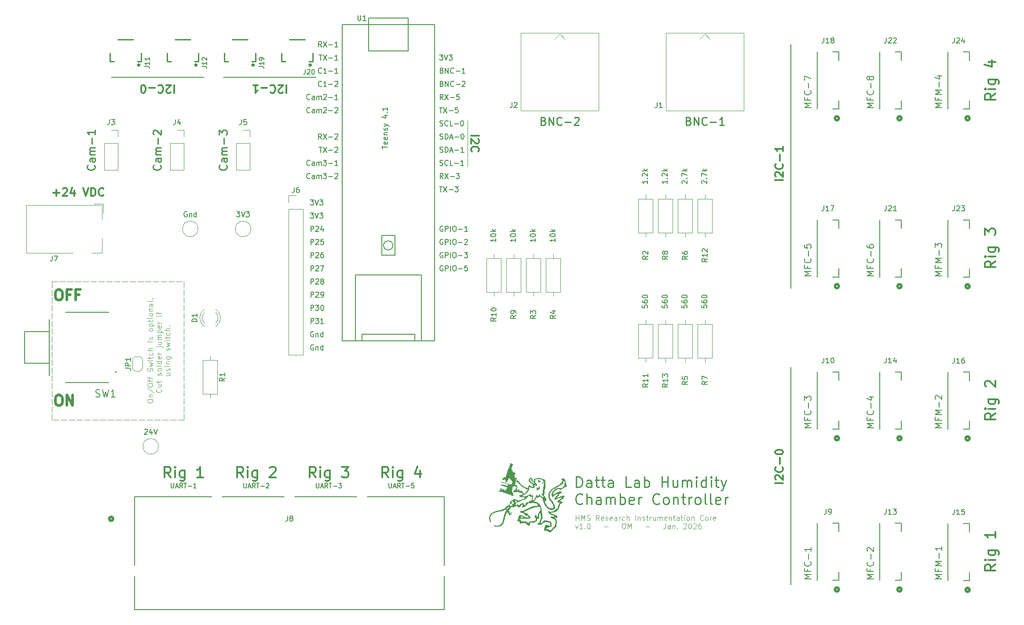
<source format=gbr>
%TF.GenerationSoftware,KiCad,Pcbnew,9.0.4*%
%TF.CreationDate,2026-01-14T14:58:21-05:00*%
%TF.ProjectId,Datta Lab Humidity Chamber PCB,44617474-6120-44c6-9162-2048756d6964,1.0*%
%TF.SameCoordinates,Original*%
%TF.FileFunction,Legend,Top*%
%TF.FilePolarity,Positive*%
%FSLAX46Y46*%
G04 Gerber Fmt 4.6, Leading zero omitted, Abs format (unit mm)*
G04 Created by KiCad (PCBNEW 9.0.4) date 2026-01-14 14:58:21*
%MOMM*%
%LPD*%
G01*
G04 APERTURE LIST*
%ADD10C,0.150000*%
%ADD11C,0.304800*%
%ADD12C,0.203200*%
%ADD13C,0.152400*%
%ADD14C,0.100000*%
%ADD15C,0.190500*%
%ADD16C,0.500000*%
%ADD17C,0.254000*%
%ADD18C,0.127000*%
%ADD19C,0.120000*%
%ADD20C,0.508000*%
%ADD21C,0.000000*%
%ADD22C,0.398780*%
%ADD23C,0.200000*%
G04 APERTURE END LIST*
D10*
X112112588Y-75702438D02*
X112017350Y-75654819D01*
X112017350Y-75654819D02*
X111874493Y-75654819D01*
X111874493Y-75654819D02*
X111731636Y-75702438D01*
X111731636Y-75702438D02*
X111636398Y-75797676D01*
X111636398Y-75797676D02*
X111588779Y-75892914D01*
X111588779Y-75892914D02*
X111541160Y-76083390D01*
X111541160Y-76083390D02*
X111541160Y-76226247D01*
X111541160Y-76226247D02*
X111588779Y-76416723D01*
X111588779Y-76416723D02*
X111636398Y-76511961D01*
X111636398Y-76511961D02*
X111731636Y-76607200D01*
X111731636Y-76607200D02*
X111874493Y-76654819D01*
X111874493Y-76654819D02*
X111969731Y-76654819D01*
X111969731Y-76654819D02*
X112112588Y-76607200D01*
X112112588Y-76607200D02*
X112160207Y-76559580D01*
X112160207Y-76559580D02*
X112160207Y-76226247D01*
X112160207Y-76226247D02*
X111969731Y-76226247D01*
X112588779Y-76654819D02*
X112588779Y-75654819D01*
X112588779Y-75654819D02*
X112969731Y-75654819D01*
X112969731Y-75654819D02*
X113064969Y-75702438D01*
X113064969Y-75702438D02*
X113112588Y-75750057D01*
X113112588Y-75750057D02*
X113160207Y-75845295D01*
X113160207Y-75845295D02*
X113160207Y-75988152D01*
X113160207Y-75988152D02*
X113112588Y-76083390D01*
X113112588Y-76083390D02*
X113064969Y-76131009D01*
X113064969Y-76131009D02*
X112969731Y-76178628D01*
X112969731Y-76178628D02*
X112588779Y-76178628D01*
X113588779Y-76654819D02*
X113588779Y-75654819D01*
X114255445Y-75654819D02*
X114445921Y-75654819D01*
X114445921Y-75654819D02*
X114541159Y-75702438D01*
X114541159Y-75702438D02*
X114636397Y-75797676D01*
X114636397Y-75797676D02*
X114684016Y-75988152D01*
X114684016Y-75988152D02*
X114684016Y-76321485D01*
X114684016Y-76321485D02*
X114636397Y-76511961D01*
X114636397Y-76511961D02*
X114541159Y-76607200D01*
X114541159Y-76607200D02*
X114445921Y-76654819D01*
X114445921Y-76654819D02*
X114255445Y-76654819D01*
X114255445Y-76654819D02*
X114160207Y-76607200D01*
X114160207Y-76607200D02*
X114064969Y-76511961D01*
X114064969Y-76511961D02*
X114017350Y-76321485D01*
X114017350Y-76321485D02*
X114017350Y-75988152D01*
X114017350Y-75988152D02*
X114064969Y-75797676D01*
X114064969Y-75797676D02*
X114160207Y-75702438D01*
X114160207Y-75702438D02*
X114255445Y-75654819D01*
X115112588Y-76273866D02*
X115874493Y-76273866D01*
X116874492Y-76654819D02*
X116303064Y-76654819D01*
X116588778Y-76654819D02*
X116588778Y-75654819D01*
X116588778Y-75654819D02*
X116493540Y-75797676D01*
X116493540Y-75797676D02*
X116398302Y-75892914D01*
X116398302Y-75892914D02*
X116303064Y-75940533D01*
X88769982Y-46079580D02*
X88722363Y-46127200D01*
X88722363Y-46127200D02*
X88579506Y-46174819D01*
X88579506Y-46174819D02*
X88484268Y-46174819D01*
X88484268Y-46174819D02*
X88341411Y-46127200D01*
X88341411Y-46127200D02*
X88246173Y-46031961D01*
X88246173Y-46031961D02*
X88198554Y-45936723D01*
X88198554Y-45936723D02*
X88150935Y-45746247D01*
X88150935Y-45746247D02*
X88150935Y-45603390D01*
X88150935Y-45603390D02*
X88198554Y-45412914D01*
X88198554Y-45412914D02*
X88246173Y-45317676D01*
X88246173Y-45317676D02*
X88341411Y-45222438D01*
X88341411Y-45222438D02*
X88484268Y-45174819D01*
X88484268Y-45174819D02*
X88579506Y-45174819D01*
X88579506Y-45174819D02*
X88722363Y-45222438D01*
X88722363Y-45222438D02*
X88769982Y-45270057D01*
X89722363Y-46174819D02*
X89150935Y-46174819D01*
X89436649Y-46174819D02*
X89436649Y-45174819D01*
X89436649Y-45174819D02*
X89341411Y-45317676D01*
X89341411Y-45317676D02*
X89246173Y-45412914D01*
X89246173Y-45412914D02*
X89150935Y-45460533D01*
X90150935Y-45793866D02*
X90912840Y-45793866D01*
X91912839Y-46174819D02*
X91341411Y-46174819D01*
X91627125Y-46174819D02*
X91627125Y-45174819D01*
X91627125Y-45174819D02*
X91531887Y-45317676D01*
X91531887Y-45317676D02*
X91436649Y-45412914D01*
X91436649Y-45412914D02*
X91341411Y-45460533D01*
X88769982Y-48619580D02*
X88722363Y-48667200D01*
X88722363Y-48667200D02*
X88579506Y-48714819D01*
X88579506Y-48714819D02*
X88484268Y-48714819D01*
X88484268Y-48714819D02*
X88341411Y-48667200D01*
X88341411Y-48667200D02*
X88246173Y-48571961D01*
X88246173Y-48571961D02*
X88198554Y-48476723D01*
X88198554Y-48476723D02*
X88150935Y-48286247D01*
X88150935Y-48286247D02*
X88150935Y-48143390D01*
X88150935Y-48143390D02*
X88198554Y-47952914D01*
X88198554Y-47952914D02*
X88246173Y-47857676D01*
X88246173Y-47857676D02*
X88341411Y-47762438D01*
X88341411Y-47762438D02*
X88484268Y-47714819D01*
X88484268Y-47714819D02*
X88579506Y-47714819D01*
X88579506Y-47714819D02*
X88722363Y-47762438D01*
X88722363Y-47762438D02*
X88769982Y-47810057D01*
X89722363Y-48714819D02*
X89150935Y-48714819D01*
X89436649Y-48714819D02*
X89436649Y-47714819D01*
X89436649Y-47714819D02*
X89341411Y-47857676D01*
X89341411Y-47857676D02*
X89246173Y-47952914D01*
X89246173Y-47952914D02*
X89150935Y-48000533D01*
X90150935Y-48333866D02*
X90912840Y-48333866D01*
X91341411Y-47810057D02*
X91389030Y-47762438D01*
X91389030Y-47762438D02*
X91484268Y-47714819D01*
X91484268Y-47714819D02*
X91722363Y-47714819D01*
X91722363Y-47714819D02*
X91817601Y-47762438D01*
X91817601Y-47762438D02*
X91865220Y-47810057D01*
X91865220Y-47810057D02*
X91912839Y-47905295D01*
X91912839Y-47905295D02*
X91912839Y-48000533D01*
X91912839Y-48000533D02*
X91865220Y-48143390D01*
X91865220Y-48143390D02*
X91293792Y-48714819D01*
X91293792Y-48714819D02*
X91912839Y-48714819D01*
X86531887Y-51159580D02*
X86484268Y-51207200D01*
X86484268Y-51207200D02*
X86341411Y-51254819D01*
X86341411Y-51254819D02*
X86246173Y-51254819D01*
X86246173Y-51254819D02*
X86103316Y-51207200D01*
X86103316Y-51207200D02*
X86008078Y-51111961D01*
X86008078Y-51111961D02*
X85960459Y-51016723D01*
X85960459Y-51016723D02*
X85912840Y-50826247D01*
X85912840Y-50826247D02*
X85912840Y-50683390D01*
X85912840Y-50683390D02*
X85960459Y-50492914D01*
X85960459Y-50492914D02*
X86008078Y-50397676D01*
X86008078Y-50397676D02*
X86103316Y-50302438D01*
X86103316Y-50302438D02*
X86246173Y-50254819D01*
X86246173Y-50254819D02*
X86341411Y-50254819D01*
X86341411Y-50254819D02*
X86484268Y-50302438D01*
X86484268Y-50302438D02*
X86531887Y-50350057D01*
X87389030Y-51254819D02*
X87389030Y-50731009D01*
X87389030Y-50731009D02*
X87341411Y-50635771D01*
X87341411Y-50635771D02*
X87246173Y-50588152D01*
X87246173Y-50588152D02*
X87055697Y-50588152D01*
X87055697Y-50588152D02*
X86960459Y-50635771D01*
X87389030Y-51207200D02*
X87293792Y-51254819D01*
X87293792Y-51254819D02*
X87055697Y-51254819D01*
X87055697Y-51254819D02*
X86960459Y-51207200D01*
X86960459Y-51207200D02*
X86912840Y-51111961D01*
X86912840Y-51111961D02*
X86912840Y-51016723D01*
X86912840Y-51016723D02*
X86960459Y-50921485D01*
X86960459Y-50921485D02*
X87055697Y-50873866D01*
X87055697Y-50873866D02*
X87293792Y-50873866D01*
X87293792Y-50873866D02*
X87389030Y-50826247D01*
X87865221Y-51254819D02*
X87865221Y-50588152D01*
X87865221Y-50683390D02*
X87912840Y-50635771D01*
X87912840Y-50635771D02*
X88008078Y-50588152D01*
X88008078Y-50588152D02*
X88150935Y-50588152D01*
X88150935Y-50588152D02*
X88246173Y-50635771D01*
X88246173Y-50635771D02*
X88293792Y-50731009D01*
X88293792Y-50731009D02*
X88293792Y-51254819D01*
X88293792Y-50731009D02*
X88341411Y-50635771D01*
X88341411Y-50635771D02*
X88436649Y-50588152D01*
X88436649Y-50588152D02*
X88579506Y-50588152D01*
X88579506Y-50588152D02*
X88674745Y-50635771D01*
X88674745Y-50635771D02*
X88722364Y-50731009D01*
X88722364Y-50731009D02*
X88722364Y-51254819D01*
X89150935Y-50350057D02*
X89198554Y-50302438D01*
X89198554Y-50302438D02*
X89293792Y-50254819D01*
X89293792Y-50254819D02*
X89531887Y-50254819D01*
X89531887Y-50254819D02*
X89627125Y-50302438D01*
X89627125Y-50302438D02*
X89674744Y-50350057D01*
X89674744Y-50350057D02*
X89722363Y-50445295D01*
X89722363Y-50445295D02*
X89722363Y-50540533D01*
X89722363Y-50540533D02*
X89674744Y-50683390D01*
X89674744Y-50683390D02*
X89103316Y-51254819D01*
X89103316Y-51254819D02*
X89722363Y-51254819D01*
X90150935Y-50873866D02*
X90912840Y-50873866D01*
X91912839Y-51254819D02*
X91341411Y-51254819D01*
X91627125Y-51254819D02*
X91627125Y-50254819D01*
X91627125Y-50254819D02*
X91531887Y-50397676D01*
X91531887Y-50397676D02*
X91436649Y-50492914D01*
X91436649Y-50492914D02*
X91341411Y-50540533D01*
X86531887Y-53699580D02*
X86484268Y-53747200D01*
X86484268Y-53747200D02*
X86341411Y-53794819D01*
X86341411Y-53794819D02*
X86246173Y-53794819D01*
X86246173Y-53794819D02*
X86103316Y-53747200D01*
X86103316Y-53747200D02*
X86008078Y-53651961D01*
X86008078Y-53651961D02*
X85960459Y-53556723D01*
X85960459Y-53556723D02*
X85912840Y-53366247D01*
X85912840Y-53366247D02*
X85912840Y-53223390D01*
X85912840Y-53223390D02*
X85960459Y-53032914D01*
X85960459Y-53032914D02*
X86008078Y-52937676D01*
X86008078Y-52937676D02*
X86103316Y-52842438D01*
X86103316Y-52842438D02*
X86246173Y-52794819D01*
X86246173Y-52794819D02*
X86341411Y-52794819D01*
X86341411Y-52794819D02*
X86484268Y-52842438D01*
X86484268Y-52842438D02*
X86531887Y-52890057D01*
X87389030Y-53794819D02*
X87389030Y-53271009D01*
X87389030Y-53271009D02*
X87341411Y-53175771D01*
X87341411Y-53175771D02*
X87246173Y-53128152D01*
X87246173Y-53128152D02*
X87055697Y-53128152D01*
X87055697Y-53128152D02*
X86960459Y-53175771D01*
X87389030Y-53747200D02*
X87293792Y-53794819D01*
X87293792Y-53794819D02*
X87055697Y-53794819D01*
X87055697Y-53794819D02*
X86960459Y-53747200D01*
X86960459Y-53747200D02*
X86912840Y-53651961D01*
X86912840Y-53651961D02*
X86912840Y-53556723D01*
X86912840Y-53556723D02*
X86960459Y-53461485D01*
X86960459Y-53461485D02*
X87055697Y-53413866D01*
X87055697Y-53413866D02*
X87293792Y-53413866D01*
X87293792Y-53413866D02*
X87389030Y-53366247D01*
X87865221Y-53794819D02*
X87865221Y-53128152D01*
X87865221Y-53223390D02*
X87912840Y-53175771D01*
X87912840Y-53175771D02*
X88008078Y-53128152D01*
X88008078Y-53128152D02*
X88150935Y-53128152D01*
X88150935Y-53128152D02*
X88246173Y-53175771D01*
X88246173Y-53175771D02*
X88293792Y-53271009D01*
X88293792Y-53271009D02*
X88293792Y-53794819D01*
X88293792Y-53271009D02*
X88341411Y-53175771D01*
X88341411Y-53175771D02*
X88436649Y-53128152D01*
X88436649Y-53128152D02*
X88579506Y-53128152D01*
X88579506Y-53128152D02*
X88674745Y-53175771D01*
X88674745Y-53175771D02*
X88722364Y-53271009D01*
X88722364Y-53271009D02*
X88722364Y-53794819D01*
X89150935Y-52890057D02*
X89198554Y-52842438D01*
X89198554Y-52842438D02*
X89293792Y-52794819D01*
X89293792Y-52794819D02*
X89531887Y-52794819D01*
X89531887Y-52794819D02*
X89627125Y-52842438D01*
X89627125Y-52842438D02*
X89674744Y-52890057D01*
X89674744Y-52890057D02*
X89722363Y-52985295D01*
X89722363Y-52985295D02*
X89722363Y-53080533D01*
X89722363Y-53080533D02*
X89674744Y-53223390D01*
X89674744Y-53223390D02*
X89103316Y-53794819D01*
X89103316Y-53794819D02*
X89722363Y-53794819D01*
X90150935Y-53413866D02*
X90912840Y-53413866D01*
X91341411Y-52890057D02*
X91389030Y-52842438D01*
X91389030Y-52842438D02*
X91484268Y-52794819D01*
X91484268Y-52794819D02*
X91722363Y-52794819D01*
X91722363Y-52794819D02*
X91817601Y-52842438D01*
X91817601Y-52842438D02*
X91865220Y-52890057D01*
X91865220Y-52890057D02*
X91912839Y-52985295D01*
X91912839Y-52985295D02*
X91912839Y-53080533D01*
X91912839Y-53080533D02*
X91865220Y-53223390D01*
X91865220Y-53223390D02*
X91293792Y-53794819D01*
X91293792Y-53794819D02*
X91912839Y-53794819D01*
X88293792Y-42634819D02*
X88865220Y-42634819D01*
X88579506Y-43634819D02*
X88579506Y-42634819D01*
X89103316Y-42634819D02*
X89769982Y-43634819D01*
X89769982Y-42634819D02*
X89103316Y-43634819D01*
X90150935Y-43253866D02*
X90912840Y-43253866D01*
X91912839Y-43634819D02*
X91341411Y-43634819D01*
X91627125Y-43634819D02*
X91627125Y-42634819D01*
X91627125Y-42634819D02*
X91531887Y-42777676D01*
X91531887Y-42777676D02*
X91436649Y-42872914D01*
X91436649Y-42872914D02*
X91341411Y-42920533D01*
X88769982Y-41094819D02*
X88436649Y-40618628D01*
X88198554Y-41094819D02*
X88198554Y-40094819D01*
X88198554Y-40094819D02*
X88579506Y-40094819D01*
X88579506Y-40094819D02*
X88674744Y-40142438D01*
X88674744Y-40142438D02*
X88722363Y-40190057D01*
X88722363Y-40190057D02*
X88769982Y-40285295D01*
X88769982Y-40285295D02*
X88769982Y-40428152D01*
X88769982Y-40428152D02*
X88722363Y-40523390D01*
X88722363Y-40523390D02*
X88674744Y-40571009D01*
X88674744Y-40571009D02*
X88579506Y-40618628D01*
X88579506Y-40618628D02*
X88198554Y-40618628D01*
X89103316Y-40094819D02*
X89769982Y-41094819D01*
X89769982Y-40094819D02*
X89103316Y-41094819D01*
X90150935Y-40713866D02*
X90912840Y-40713866D01*
X91912839Y-41094819D02*
X91341411Y-41094819D01*
X91627125Y-41094819D02*
X91627125Y-40094819D01*
X91627125Y-40094819D02*
X91531887Y-40237676D01*
X91531887Y-40237676D02*
X91436649Y-40332914D01*
X91436649Y-40332914D02*
X91341411Y-40380533D01*
X112112588Y-83322438D02*
X112017350Y-83274819D01*
X112017350Y-83274819D02*
X111874493Y-83274819D01*
X111874493Y-83274819D02*
X111731636Y-83322438D01*
X111731636Y-83322438D02*
X111636398Y-83417676D01*
X111636398Y-83417676D02*
X111588779Y-83512914D01*
X111588779Y-83512914D02*
X111541160Y-83703390D01*
X111541160Y-83703390D02*
X111541160Y-83846247D01*
X111541160Y-83846247D02*
X111588779Y-84036723D01*
X111588779Y-84036723D02*
X111636398Y-84131961D01*
X111636398Y-84131961D02*
X111731636Y-84227200D01*
X111731636Y-84227200D02*
X111874493Y-84274819D01*
X111874493Y-84274819D02*
X111969731Y-84274819D01*
X111969731Y-84274819D02*
X112112588Y-84227200D01*
X112112588Y-84227200D02*
X112160207Y-84179580D01*
X112160207Y-84179580D02*
X112160207Y-83846247D01*
X112160207Y-83846247D02*
X111969731Y-83846247D01*
X112588779Y-84274819D02*
X112588779Y-83274819D01*
X112588779Y-83274819D02*
X112969731Y-83274819D01*
X112969731Y-83274819D02*
X113064969Y-83322438D01*
X113064969Y-83322438D02*
X113112588Y-83370057D01*
X113112588Y-83370057D02*
X113160207Y-83465295D01*
X113160207Y-83465295D02*
X113160207Y-83608152D01*
X113160207Y-83608152D02*
X113112588Y-83703390D01*
X113112588Y-83703390D02*
X113064969Y-83751009D01*
X113064969Y-83751009D02*
X112969731Y-83798628D01*
X112969731Y-83798628D02*
X112588779Y-83798628D01*
X113588779Y-84274819D02*
X113588779Y-83274819D01*
X114255445Y-83274819D02*
X114445921Y-83274819D01*
X114445921Y-83274819D02*
X114541159Y-83322438D01*
X114541159Y-83322438D02*
X114636397Y-83417676D01*
X114636397Y-83417676D02*
X114684016Y-83608152D01*
X114684016Y-83608152D02*
X114684016Y-83941485D01*
X114684016Y-83941485D02*
X114636397Y-84131961D01*
X114636397Y-84131961D02*
X114541159Y-84227200D01*
X114541159Y-84227200D02*
X114445921Y-84274819D01*
X114445921Y-84274819D02*
X114255445Y-84274819D01*
X114255445Y-84274819D02*
X114160207Y-84227200D01*
X114160207Y-84227200D02*
X114064969Y-84131961D01*
X114064969Y-84131961D02*
X114017350Y-83941485D01*
X114017350Y-83941485D02*
X114017350Y-83608152D01*
X114017350Y-83608152D02*
X114064969Y-83417676D01*
X114064969Y-83417676D02*
X114160207Y-83322438D01*
X114160207Y-83322438D02*
X114255445Y-83274819D01*
X115112588Y-83893866D02*
X115874493Y-83893866D01*
X116826873Y-83274819D02*
X116350683Y-83274819D01*
X116350683Y-83274819D02*
X116303064Y-83751009D01*
X116303064Y-83751009D02*
X116350683Y-83703390D01*
X116350683Y-83703390D02*
X116445921Y-83655771D01*
X116445921Y-83655771D02*
X116684016Y-83655771D01*
X116684016Y-83655771D02*
X116779254Y-83703390D01*
X116779254Y-83703390D02*
X116826873Y-83751009D01*
X116826873Y-83751009D02*
X116874492Y-83846247D01*
X116874492Y-83846247D02*
X116874492Y-84084342D01*
X116874492Y-84084342D02*
X116826873Y-84179580D01*
X116826873Y-84179580D02*
X116779254Y-84227200D01*
X116779254Y-84227200D02*
X116684016Y-84274819D01*
X116684016Y-84274819D02*
X116445921Y-84274819D01*
X116445921Y-84274819D02*
X116350683Y-84227200D01*
X116350683Y-84227200D02*
X116303064Y-84179580D01*
X112112588Y-80782438D02*
X112017350Y-80734819D01*
X112017350Y-80734819D02*
X111874493Y-80734819D01*
X111874493Y-80734819D02*
X111731636Y-80782438D01*
X111731636Y-80782438D02*
X111636398Y-80877676D01*
X111636398Y-80877676D02*
X111588779Y-80972914D01*
X111588779Y-80972914D02*
X111541160Y-81163390D01*
X111541160Y-81163390D02*
X111541160Y-81306247D01*
X111541160Y-81306247D02*
X111588779Y-81496723D01*
X111588779Y-81496723D02*
X111636398Y-81591961D01*
X111636398Y-81591961D02*
X111731636Y-81687200D01*
X111731636Y-81687200D02*
X111874493Y-81734819D01*
X111874493Y-81734819D02*
X111969731Y-81734819D01*
X111969731Y-81734819D02*
X112112588Y-81687200D01*
X112112588Y-81687200D02*
X112160207Y-81639580D01*
X112160207Y-81639580D02*
X112160207Y-81306247D01*
X112160207Y-81306247D02*
X111969731Y-81306247D01*
X112588779Y-81734819D02*
X112588779Y-80734819D01*
X112588779Y-80734819D02*
X112969731Y-80734819D01*
X112969731Y-80734819D02*
X113064969Y-80782438D01*
X113064969Y-80782438D02*
X113112588Y-80830057D01*
X113112588Y-80830057D02*
X113160207Y-80925295D01*
X113160207Y-80925295D02*
X113160207Y-81068152D01*
X113160207Y-81068152D02*
X113112588Y-81163390D01*
X113112588Y-81163390D02*
X113064969Y-81211009D01*
X113064969Y-81211009D02*
X112969731Y-81258628D01*
X112969731Y-81258628D02*
X112588779Y-81258628D01*
X113588779Y-81734819D02*
X113588779Y-80734819D01*
X114255445Y-80734819D02*
X114445921Y-80734819D01*
X114445921Y-80734819D02*
X114541159Y-80782438D01*
X114541159Y-80782438D02*
X114636397Y-80877676D01*
X114636397Y-80877676D02*
X114684016Y-81068152D01*
X114684016Y-81068152D02*
X114684016Y-81401485D01*
X114684016Y-81401485D02*
X114636397Y-81591961D01*
X114636397Y-81591961D02*
X114541159Y-81687200D01*
X114541159Y-81687200D02*
X114445921Y-81734819D01*
X114445921Y-81734819D02*
X114255445Y-81734819D01*
X114255445Y-81734819D02*
X114160207Y-81687200D01*
X114160207Y-81687200D02*
X114064969Y-81591961D01*
X114064969Y-81591961D02*
X114017350Y-81401485D01*
X114017350Y-81401485D02*
X114017350Y-81068152D01*
X114017350Y-81068152D02*
X114064969Y-80877676D01*
X114064969Y-80877676D02*
X114160207Y-80782438D01*
X114160207Y-80782438D02*
X114255445Y-80734819D01*
X115112588Y-81353866D02*
X115874493Y-81353866D01*
X116255445Y-80734819D02*
X116874492Y-80734819D01*
X116874492Y-80734819D02*
X116541159Y-81115771D01*
X116541159Y-81115771D02*
X116684016Y-81115771D01*
X116684016Y-81115771D02*
X116779254Y-81163390D01*
X116779254Y-81163390D02*
X116826873Y-81211009D01*
X116826873Y-81211009D02*
X116874492Y-81306247D01*
X116874492Y-81306247D02*
X116874492Y-81544342D01*
X116874492Y-81544342D02*
X116826873Y-81639580D01*
X116826873Y-81639580D02*
X116779254Y-81687200D01*
X116779254Y-81687200D02*
X116684016Y-81734819D01*
X116684016Y-81734819D02*
X116398302Y-81734819D01*
X116398302Y-81734819D02*
X116303064Y-81687200D01*
X116303064Y-81687200D02*
X116255445Y-81639580D01*
X112112588Y-78242438D02*
X112017350Y-78194819D01*
X112017350Y-78194819D02*
X111874493Y-78194819D01*
X111874493Y-78194819D02*
X111731636Y-78242438D01*
X111731636Y-78242438D02*
X111636398Y-78337676D01*
X111636398Y-78337676D02*
X111588779Y-78432914D01*
X111588779Y-78432914D02*
X111541160Y-78623390D01*
X111541160Y-78623390D02*
X111541160Y-78766247D01*
X111541160Y-78766247D02*
X111588779Y-78956723D01*
X111588779Y-78956723D02*
X111636398Y-79051961D01*
X111636398Y-79051961D02*
X111731636Y-79147200D01*
X111731636Y-79147200D02*
X111874493Y-79194819D01*
X111874493Y-79194819D02*
X111969731Y-79194819D01*
X111969731Y-79194819D02*
X112112588Y-79147200D01*
X112112588Y-79147200D02*
X112160207Y-79099580D01*
X112160207Y-79099580D02*
X112160207Y-78766247D01*
X112160207Y-78766247D02*
X111969731Y-78766247D01*
X112588779Y-79194819D02*
X112588779Y-78194819D01*
X112588779Y-78194819D02*
X112969731Y-78194819D01*
X112969731Y-78194819D02*
X113064969Y-78242438D01*
X113064969Y-78242438D02*
X113112588Y-78290057D01*
X113112588Y-78290057D02*
X113160207Y-78385295D01*
X113160207Y-78385295D02*
X113160207Y-78528152D01*
X113160207Y-78528152D02*
X113112588Y-78623390D01*
X113112588Y-78623390D02*
X113064969Y-78671009D01*
X113064969Y-78671009D02*
X112969731Y-78718628D01*
X112969731Y-78718628D02*
X112588779Y-78718628D01*
X113588779Y-79194819D02*
X113588779Y-78194819D01*
X114255445Y-78194819D02*
X114445921Y-78194819D01*
X114445921Y-78194819D02*
X114541159Y-78242438D01*
X114541159Y-78242438D02*
X114636397Y-78337676D01*
X114636397Y-78337676D02*
X114684016Y-78528152D01*
X114684016Y-78528152D02*
X114684016Y-78861485D01*
X114684016Y-78861485D02*
X114636397Y-79051961D01*
X114636397Y-79051961D02*
X114541159Y-79147200D01*
X114541159Y-79147200D02*
X114445921Y-79194819D01*
X114445921Y-79194819D02*
X114255445Y-79194819D01*
X114255445Y-79194819D02*
X114160207Y-79147200D01*
X114160207Y-79147200D02*
X114064969Y-79051961D01*
X114064969Y-79051961D02*
X114017350Y-78861485D01*
X114017350Y-78861485D02*
X114017350Y-78528152D01*
X114017350Y-78528152D02*
X114064969Y-78337676D01*
X114064969Y-78337676D02*
X114160207Y-78242438D01*
X114160207Y-78242438D02*
X114255445Y-78194819D01*
X115112588Y-78813866D02*
X115874493Y-78813866D01*
X116303064Y-78290057D02*
X116350683Y-78242438D01*
X116350683Y-78242438D02*
X116445921Y-78194819D01*
X116445921Y-78194819D02*
X116684016Y-78194819D01*
X116684016Y-78194819D02*
X116779254Y-78242438D01*
X116779254Y-78242438D02*
X116826873Y-78290057D01*
X116826873Y-78290057D02*
X116874492Y-78385295D01*
X116874492Y-78385295D02*
X116874492Y-78480533D01*
X116874492Y-78480533D02*
X116826873Y-78623390D01*
X116826873Y-78623390D02*
X116255445Y-79194819D01*
X116255445Y-79194819D02*
X116874492Y-79194819D01*
X86531887Y-66399580D02*
X86484268Y-66447200D01*
X86484268Y-66447200D02*
X86341411Y-66494819D01*
X86341411Y-66494819D02*
X86246173Y-66494819D01*
X86246173Y-66494819D02*
X86103316Y-66447200D01*
X86103316Y-66447200D02*
X86008078Y-66351961D01*
X86008078Y-66351961D02*
X85960459Y-66256723D01*
X85960459Y-66256723D02*
X85912840Y-66066247D01*
X85912840Y-66066247D02*
X85912840Y-65923390D01*
X85912840Y-65923390D02*
X85960459Y-65732914D01*
X85960459Y-65732914D02*
X86008078Y-65637676D01*
X86008078Y-65637676D02*
X86103316Y-65542438D01*
X86103316Y-65542438D02*
X86246173Y-65494819D01*
X86246173Y-65494819D02*
X86341411Y-65494819D01*
X86341411Y-65494819D02*
X86484268Y-65542438D01*
X86484268Y-65542438D02*
X86531887Y-65590057D01*
X87389030Y-66494819D02*
X87389030Y-65971009D01*
X87389030Y-65971009D02*
X87341411Y-65875771D01*
X87341411Y-65875771D02*
X87246173Y-65828152D01*
X87246173Y-65828152D02*
X87055697Y-65828152D01*
X87055697Y-65828152D02*
X86960459Y-65875771D01*
X87389030Y-66447200D02*
X87293792Y-66494819D01*
X87293792Y-66494819D02*
X87055697Y-66494819D01*
X87055697Y-66494819D02*
X86960459Y-66447200D01*
X86960459Y-66447200D02*
X86912840Y-66351961D01*
X86912840Y-66351961D02*
X86912840Y-66256723D01*
X86912840Y-66256723D02*
X86960459Y-66161485D01*
X86960459Y-66161485D02*
X87055697Y-66113866D01*
X87055697Y-66113866D02*
X87293792Y-66113866D01*
X87293792Y-66113866D02*
X87389030Y-66066247D01*
X87865221Y-66494819D02*
X87865221Y-65828152D01*
X87865221Y-65923390D02*
X87912840Y-65875771D01*
X87912840Y-65875771D02*
X88008078Y-65828152D01*
X88008078Y-65828152D02*
X88150935Y-65828152D01*
X88150935Y-65828152D02*
X88246173Y-65875771D01*
X88246173Y-65875771D02*
X88293792Y-65971009D01*
X88293792Y-65971009D02*
X88293792Y-66494819D01*
X88293792Y-65971009D02*
X88341411Y-65875771D01*
X88341411Y-65875771D02*
X88436649Y-65828152D01*
X88436649Y-65828152D02*
X88579506Y-65828152D01*
X88579506Y-65828152D02*
X88674745Y-65875771D01*
X88674745Y-65875771D02*
X88722364Y-65971009D01*
X88722364Y-65971009D02*
X88722364Y-66494819D01*
X89103316Y-65494819D02*
X89722363Y-65494819D01*
X89722363Y-65494819D02*
X89389030Y-65875771D01*
X89389030Y-65875771D02*
X89531887Y-65875771D01*
X89531887Y-65875771D02*
X89627125Y-65923390D01*
X89627125Y-65923390D02*
X89674744Y-65971009D01*
X89674744Y-65971009D02*
X89722363Y-66066247D01*
X89722363Y-66066247D02*
X89722363Y-66304342D01*
X89722363Y-66304342D02*
X89674744Y-66399580D01*
X89674744Y-66399580D02*
X89627125Y-66447200D01*
X89627125Y-66447200D02*
X89531887Y-66494819D01*
X89531887Y-66494819D02*
X89246173Y-66494819D01*
X89246173Y-66494819D02*
X89150935Y-66447200D01*
X89150935Y-66447200D02*
X89103316Y-66399580D01*
X90150935Y-66113866D02*
X90912840Y-66113866D01*
X91341411Y-65590057D02*
X91389030Y-65542438D01*
X91389030Y-65542438D02*
X91484268Y-65494819D01*
X91484268Y-65494819D02*
X91722363Y-65494819D01*
X91722363Y-65494819D02*
X91817601Y-65542438D01*
X91817601Y-65542438D02*
X91865220Y-65590057D01*
X91865220Y-65590057D02*
X91912839Y-65685295D01*
X91912839Y-65685295D02*
X91912839Y-65780533D01*
X91912839Y-65780533D02*
X91865220Y-65923390D01*
X91865220Y-65923390D02*
X91293792Y-66494819D01*
X91293792Y-66494819D02*
X91912839Y-66494819D01*
X86531887Y-63859580D02*
X86484268Y-63907200D01*
X86484268Y-63907200D02*
X86341411Y-63954819D01*
X86341411Y-63954819D02*
X86246173Y-63954819D01*
X86246173Y-63954819D02*
X86103316Y-63907200D01*
X86103316Y-63907200D02*
X86008078Y-63811961D01*
X86008078Y-63811961D02*
X85960459Y-63716723D01*
X85960459Y-63716723D02*
X85912840Y-63526247D01*
X85912840Y-63526247D02*
X85912840Y-63383390D01*
X85912840Y-63383390D02*
X85960459Y-63192914D01*
X85960459Y-63192914D02*
X86008078Y-63097676D01*
X86008078Y-63097676D02*
X86103316Y-63002438D01*
X86103316Y-63002438D02*
X86246173Y-62954819D01*
X86246173Y-62954819D02*
X86341411Y-62954819D01*
X86341411Y-62954819D02*
X86484268Y-63002438D01*
X86484268Y-63002438D02*
X86531887Y-63050057D01*
X87389030Y-63954819D02*
X87389030Y-63431009D01*
X87389030Y-63431009D02*
X87341411Y-63335771D01*
X87341411Y-63335771D02*
X87246173Y-63288152D01*
X87246173Y-63288152D02*
X87055697Y-63288152D01*
X87055697Y-63288152D02*
X86960459Y-63335771D01*
X87389030Y-63907200D02*
X87293792Y-63954819D01*
X87293792Y-63954819D02*
X87055697Y-63954819D01*
X87055697Y-63954819D02*
X86960459Y-63907200D01*
X86960459Y-63907200D02*
X86912840Y-63811961D01*
X86912840Y-63811961D02*
X86912840Y-63716723D01*
X86912840Y-63716723D02*
X86960459Y-63621485D01*
X86960459Y-63621485D02*
X87055697Y-63573866D01*
X87055697Y-63573866D02*
X87293792Y-63573866D01*
X87293792Y-63573866D02*
X87389030Y-63526247D01*
X87865221Y-63954819D02*
X87865221Y-63288152D01*
X87865221Y-63383390D02*
X87912840Y-63335771D01*
X87912840Y-63335771D02*
X88008078Y-63288152D01*
X88008078Y-63288152D02*
X88150935Y-63288152D01*
X88150935Y-63288152D02*
X88246173Y-63335771D01*
X88246173Y-63335771D02*
X88293792Y-63431009D01*
X88293792Y-63431009D02*
X88293792Y-63954819D01*
X88293792Y-63431009D02*
X88341411Y-63335771D01*
X88341411Y-63335771D02*
X88436649Y-63288152D01*
X88436649Y-63288152D02*
X88579506Y-63288152D01*
X88579506Y-63288152D02*
X88674745Y-63335771D01*
X88674745Y-63335771D02*
X88722364Y-63431009D01*
X88722364Y-63431009D02*
X88722364Y-63954819D01*
X89103316Y-62954819D02*
X89722363Y-62954819D01*
X89722363Y-62954819D02*
X89389030Y-63335771D01*
X89389030Y-63335771D02*
X89531887Y-63335771D01*
X89531887Y-63335771D02*
X89627125Y-63383390D01*
X89627125Y-63383390D02*
X89674744Y-63431009D01*
X89674744Y-63431009D02*
X89722363Y-63526247D01*
X89722363Y-63526247D02*
X89722363Y-63764342D01*
X89722363Y-63764342D02*
X89674744Y-63859580D01*
X89674744Y-63859580D02*
X89627125Y-63907200D01*
X89627125Y-63907200D02*
X89531887Y-63954819D01*
X89531887Y-63954819D02*
X89246173Y-63954819D01*
X89246173Y-63954819D02*
X89150935Y-63907200D01*
X89150935Y-63907200D02*
X89103316Y-63859580D01*
X90150935Y-63573866D02*
X90912840Y-63573866D01*
X91912839Y-63954819D02*
X91341411Y-63954819D01*
X91627125Y-63954819D02*
X91627125Y-62954819D01*
X91627125Y-62954819D02*
X91531887Y-63097676D01*
X91531887Y-63097676D02*
X91436649Y-63192914D01*
X91436649Y-63192914D02*
X91341411Y-63240533D01*
X88293792Y-60414819D02*
X88865220Y-60414819D01*
X88579506Y-61414819D02*
X88579506Y-60414819D01*
X89103316Y-60414819D02*
X89769982Y-61414819D01*
X89769982Y-60414819D02*
X89103316Y-61414819D01*
X90150935Y-61033866D02*
X90912840Y-61033866D01*
X91341411Y-60510057D02*
X91389030Y-60462438D01*
X91389030Y-60462438D02*
X91484268Y-60414819D01*
X91484268Y-60414819D02*
X91722363Y-60414819D01*
X91722363Y-60414819D02*
X91817601Y-60462438D01*
X91817601Y-60462438D02*
X91865220Y-60510057D01*
X91865220Y-60510057D02*
X91912839Y-60605295D01*
X91912839Y-60605295D02*
X91912839Y-60700533D01*
X91912839Y-60700533D02*
X91865220Y-60843390D01*
X91865220Y-60843390D02*
X91293792Y-61414819D01*
X91293792Y-61414819D02*
X91912839Y-61414819D01*
X88769982Y-58874819D02*
X88436649Y-58398628D01*
X88198554Y-58874819D02*
X88198554Y-57874819D01*
X88198554Y-57874819D02*
X88579506Y-57874819D01*
X88579506Y-57874819D02*
X88674744Y-57922438D01*
X88674744Y-57922438D02*
X88722363Y-57970057D01*
X88722363Y-57970057D02*
X88769982Y-58065295D01*
X88769982Y-58065295D02*
X88769982Y-58208152D01*
X88769982Y-58208152D02*
X88722363Y-58303390D01*
X88722363Y-58303390D02*
X88674744Y-58351009D01*
X88674744Y-58351009D02*
X88579506Y-58398628D01*
X88579506Y-58398628D02*
X88198554Y-58398628D01*
X89103316Y-57874819D02*
X89769982Y-58874819D01*
X89769982Y-57874819D02*
X89103316Y-58874819D01*
X90150935Y-58493866D02*
X90912840Y-58493866D01*
X91341411Y-57970057D02*
X91389030Y-57922438D01*
X91389030Y-57922438D02*
X91484268Y-57874819D01*
X91484268Y-57874819D02*
X91722363Y-57874819D01*
X91722363Y-57874819D02*
X91817601Y-57922438D01*
X91817601Y-57922438D02*
X91865220Y-57970057D01*
X91865220Y-57970057D02*
X91912839Y-58065295D01*
X91912839Y-58065295D02*
X91912839Y-58160533D01*
X91912839Y-58160533D02*
X91865220Y-58303390D01*
X91865220Y-58303390D02*
X91293792Y-58874819D01*
X91293792Y-58874819D02*
X91912839Y-58874819D01*
X111445922Y-52794819D02*
X112017350Y-52794819D01*
X111731636Y-53794819D02*
X111731636Y-52794819D01*
X112255446Y-52794819D02*
X112922112Y-53794819D01*
X112922112Y-52794819D02*
X112255446Y-53794819D01*
X113303065Y-53413866D02*
X114064970Y-53413866D01*
X115017350Y-52794819D02*
X114541160Y-52794819D01*
X114541160Y-52794819D02*
X114493541Y-53271009D01*
X114493541Y-53271009D02*
X114541160Y-53223390D01*
X114541160Y-53223390D02*
X114636398Y-53175771D01*
X114636398Y-53175771D02*
X114874493Y-53175771D01*
X114874493Y-53175771D02*
X114969731Y-53223390D01*
X114969731Y-53223390D02*
X115017350Y-53271009D01*
X115017350Y-53271009D02*
X115064969Y-53366247D01*
X115064969Y-53366247D02*
X115064969Y-53604342D01*
X115064969Y-53604342D02*
X115017350Y-53699580D01*
X115017350Y-53699580D02*
X114969731Y-53747200D01*
X114969731Y-53747200D02*
X114874493Y-53794819D01*
X114874493Y-53794819D02*
X114636398Y-53794819D01*
X114636398Y-53794819D02*
X114541160Y-53747200D01*
X114541160Y-53747200D02*
X114493541Y-53699580D01*
X112160207Y-51254819D02*
X111826874Y-50778628D01*
X111588779Y-51254819D02*
X111588779Y-50254819D01*
X111588779Y-50254819D02*
X111969731Y-50254819D01*
X111969731Y-50254819D02*
X112064969Y-50302438D01*
X112064969Y-50302438D02*
X112112588Y-50350057D01*
X112112588Y-50350057D02*
X112160207Y-50445295D01*
X112160207Y-50445295D02*
X112160207Y-50588152D01*
X112160207Y-50588152D02*
X112112588Y-50683390D01*
X112112588Y-50683390D02*
X112064969Y-50731009D01*
X112064969Y-50731009D02*
X111969731Y-50778628D01*
X111969731Y-50778628D02*
X111588779Y-50778628D01*
X112493541Y-50254819D02*
X113160207Y-51254819D01*
X113160207Y-50254819D02*
X112493541Y-51254819D01*
X113541160Y-50873866D02*
X114303065Y-50873866D01*
X115255445Y-50254819D02*
X114779255Y-50254819D01*
X114779255Y-50254819D02*
X114731636Y-50731009D01*
X114731636Y-50731009D02*
X114779255Y-50683390D01*
X114779255Y-50683390D02*
X114874493Y-50635771D01*
X114874493Y-50635771D02*
X115112588Y-50635771D01*
X115112588Y-50635771D02*
X115207826Y-50683390D01*
X115207826Y-50683390D02*
X115255445Y-50731009D01*
X115255445Y-50731009D02*
X115303064Y-50826247D01*
X115303064Y-50826247D02*
X115303064Y-51064342D01*
X115303064Y-51064342D02*
X115255445Y-51159580D01*
X115255445Y-51159580D02*
X115207826Y-51207200D01*
X115207826Y-51207200D02*
X115112588Y-51254819D01*
X115112588Y-51254819D02*
X114874493Y-51254819D01*
X114874493Y-51254819D02*
X114779255Y-51207200D01*
X114779255Y-51207200D02*
X114731636Y-51159580D01*
D11*
X218494855Y-140865653D02*
X217527236Y-141542986D01*
X218494855Y-142026796D02*
X216462855Y-142026796D01*
X216462855Y-142026796D02*
X216462855Y-141252701D01*
X216462855Y-141252701D02*
X216559617Y-141059177D01*
X216559617Y-141059177D02*
X216656379Y-140962415D01*
X216656379Y-140962415D02*
X216849903Y-140865653D01*
X216849903Y-140865653D02*
X217140189Y-140865653D01*
X217140189Y-140865653D02*
X217333713Y-140962415D01*
X217333713Y-140962415D02*
X217430474Y-141059177D01*
X217430474Y-141059177D02*
X217527236Y-141252701D01*
X217527236Y-141252701D02*
X217527236Y-142026796D01*
X218494855Y-139994796D02*
X217140189Y-139994796D01*
X216462855Y-139994796D02*
X216559617Y-140091558D01*
X216559617Y-140091558D02*
X216656379Y-139994796D01*
X216656379Y-139994796D02*
X216559617Y-139898034D01*
X216559617Y-139898034D02*
X216462855Y-139994796D01*
X216462855Y-139994796D02*
X216656379Y-139994796D01*
X217140189Y-138156320D02*
X218785141Y-138156320D01*
X218785141Y-138156320D02*
X218978665Y-138253082D01*
X218978665Y-138253082D02*
X219075427Y-138349844D01*
X219075427Y-138349844D02*
X219172189Y-138543367D01*
X219172189Y-138543367D02*
X219172189Y-138833653D01*
X219172189Y-138833653D02*
X219075427Y-139027177D01*
X218398094Y-138156320D02*
X218494855Y-138349844D01*
X218494855Y-138349844D02*
X218494855Y-138736891D01*
X218494855Y-138736891D02*
X218398094Y-138930415D01*
X218398094Y-138930415D02*
X218301332Y-139027177D01*
X218301332Y-139027177D02*
X218107808Y-139123939D01*
X218107808Y-139123939D02*
X217527236Y-139123939D01*
X217527236Y-139123939D02*
X217333713Y-139027177D01*
X217333713Y-139027177D02*
X217236951Y-138930415D01*
X217236951Y-138930415D02*
X217140189Y-138736891D01*
X217140189Y-138736891D02*
X217140189Y-138349844D01*
X217140189Y-138349844D02*
X217236951Y-138156320D01*
X218494855Y-134576130D02*
X218494855Y-135737273D01*
X218494855Y-135156701D02*
X216462855Y-135156701D01*
X216462855Y-135156701D02*
X216753141Y-135350225D01*
X216753141Y-135350225D02*
X216946665Y-135543749D01*
X216946665Y-135543749D02*
X217043427Y-135737273D01*
X218494855Y-111728985D02*
X217527236Y-112406318D01*
X218494855Y-112890128D02*
X216462855Y-112890128D01*
X216462855Y-112890128D02*
X216462855Y-112116033D01*
X216462855Y-112116033D02*
X216559617Y-111922509D01*
X216559617Y-111922509D02*
X216656379Y-111825747D01*
X216656379Y-111825747D02*
X216849903Y-111728985D01*
X216849903Y-111728985D02*
X217140189Y-111728985D01*
X217140189Y-111728985D02*
X217333713Y-111825747D01*
X217333713Y-111825747D02*
X217430474Y-111922509D01*
X217430474Y-111922509D02*
X217527236Y-112116033D01*
X217527236Y-112116033D02*
X217527236Y-112890128D01*
X218494855Y-110858128D02*
X217140189Y-110858128D01*
X216462855Y-110858128D02*
X216559617Y-110954890D01*
X216559617Y-110954890D02*
X216656379Y-110858128D01*
X216656379Y-110858128D02*
X216559617Y-110761366D01*
X216559617Y-110761366D02*
X216462855Y-110858128D01*
X216462855Y-110858128D02*
X216656379Y-110858128D01*
X217140189Y-109019652D02*
X218785141Y-109019652D01*
X218785141Y-109019652D02*
X218978665Y-109116414D01*
X218978665Y-109116414D02*
X219075427Y-109213176D01*
X219075427Y-109213176D02*
X219172189Y-109406699D01*
X219172189Y-109406699D02*
X219172189Y-109696985D01*
X219172189Y-109696985D02*
X219075427Y-109890509D01*
X218398094Y-109019652D02*
X218494855Y-109213176D01*
X218494855Y-109213176D02*
X218494855Y-109600223D01*
X218494855Y-109600223D02*
X218398094Y-109793747D01*
X218398094Y-109793747D02*
X218301332Y-109890509D01*
X218301332Y-109890509D02*
X218107808Y-109987271D01*
X218107808Y-109987271D02*
X217527236Y-109987271D01*
X217527236Y-109987271D02*
X217333713Y-109890509D01*
X217333713Y-109890509D02*
X217236951Y-109793747D01*
X217236951Y-109793747D02*
X217140189Y-109600223D01*
X217140189Y-109600223D02*
X217140189Y-109213176D01*
X217140189Y-109213176D02*
X217236951Y-109019652D01*
X216656379Y-106600605D02*
X216559617Y-106503843D01*
X216559617Y-106503843D02*
X216462855Y-106310319D01*
X216462855Y-106310319D02*
X216462855Y-105826510D01*
X216462855Y-105826510D02*
X216559617Y-105632986D01*
X216559617Y-105632986D02*
X216656379Y-105536224D01*
X216656379Y-105536224D02*
X216849903Y-105439462D01*
X216849903Y-105439462D02*
X217043427Y-105439462D01*
X217043427Y-105439462D02*
X217333713Y-105536224D01*
X217333713Y-105536224D02*
X218494855Y-106697367D01*
X218494855Y-106697367D02*
X218494855Y-105439462D01*
X218494855Y-82427320D02*
X217527236Y-83104653D01*
X218494855Y-83588463D02*
X216462855Y-83588463D01*
X216462855Y-83588463D02*
X216462855Y-82814368D01*
X216462855Y-82814368D02*
X216559617Y-82620844D01*
X216559617Y-82620844D02*
X216656379Y-82524082D01*
X216656379Y-82524082D02*
X216849903Y-82427320D01*
X216849903Y-82427320D02*
X217140189Y-82427320D01*
X217140189Y-82427320D02*
X217333713Y-82524082D01*
X217333713Y-82524082D02*
X217430474Y-82620844D01*
X217430474Y-82620844D02*
X217527236Y-82814368D01*
X217527236Y-82814368D02*
X217527236Y-83588463D01*
X218494855Y-81556463D02*
X217140189Y-81556463D01*
X216462855Y-81556463D02*
X216559617Y-81653225D01*
X216559617Y-81653225D02*
X216656379Y-81556463D01*
X216656379Y-81556463D02*
X216559617Y-81459701D01*
X216559617Y-81459701D02*
X216462855Y-81556463D01*
X216462855Y-81556463D02*
X216656379Y-81556463D01*
X217140189Y-79717987D02*
X218785141Y-79717987D01*
X218785141Y-79717987D02*
X218978665Y-79814749D01*
X218978665Y-79814749D02*
X219075427Y-79911511D01*
X219075427Y-79911511D02*
X219172189Y-80105034D01*
X219172189Y-80105034D02*
X219172189Y-80395320D01*
X219172189Y-80395320D02*
X219075427Y-80588844D01*
X218398094Y-79717987D02*
X218494855Y-79911511D01*
X218494855Y-79911511D02*
X218494855Y-80298558D01*
X218494855Y-80298558D02*
X218398094Y-80492082D01*
X218398094Y-80492082D02*
X218301332Y-80588844D01*
X218301332Y-80588844D02*
X218107808Y-80685606D01*
X218107808Y-80685606D02*
X217527236Y-80685606D01*
X217527236Y-80685606D02*
X217333713Y-80588844D01*
X217333713Y-80588844D02*
X217236951Y-80492082D01*
X217236951Y-80492082D02*
X217140189Y-80298558D01*
X217140189Y-80298558D02*
X217140189Y-79911511D01*
X217140189Y-79911511D02*
X217236951Y-79717987D01*
X216462855Y-77395702D02*
X216462855Y-76137797D01*
X216462855Y-76137797D02*
X217236951Y-76815130D01*
X217236951Y-76815130D02*
X217236951Y-76524845D01*
X217236951Y-76524845D02*
X217333713Y-76331321D01*
X217333713Y-76331321D02*
X217430474Y-76234559D01*
X217430474Y-76234559D02*
X217623998Y-76137797D01*
X217623998Y-76137797D02*
X218107808Y-76137797D01*
X218107808Y-76137797D02*
X218301332Y-76234559D01*
X218301332Y-76234559D02*
X218398094Y-76331321D01*
X218398094Y-76331321D02*
X218494855Y-76524845D01*
X218494855Y-76524845D02*
X218494855Y-77105416D01*
X218494855Y-77105416D02*
X218398094Y-77298940D01*
X218398094Y-77298940D02*
X218301332Y-77395702D01*
X218494855Y-50088986D02*
X217527236Y-50766319D01*
X218494855Y-51250129D02*
X216462855Y-51250129D01*
X216462855Y-51250129D02*
X216462855Y-50476034D01*
X216462855Y-50476034D02*
X216559617Y-50282510D01*
X216559617Y-50282510D02*
X216656379Y-50185748D01*
X216656379Y-50185748D02*
X216849903Y-50088986D01*
X216849903Y-50088986D02*
X217140189Y-50088986D01*
X217140189Y-50088986D02*
X217333713Y-50185748D01*
X217333713Y-50185748D02*
X217430474Y-50282510D01*
X217430474Y-50282510D02*
X217527236Y-50476034D01*
X217527236Y-50476034D02*
X217527236Y-51250129D01*
X218494855Y-49218129D02*
X217140189Y-49218129D01*
X216462855Y-49218129D02*
X216559617Y-49314891D01*
X216559617Y-49314891D02*
X216656379Y-49218129D01*
X216656379Y-49218129D02*
X216559617Y-49121367D01*
X216559617Y-49121367D02*
X216462855Y-49218129D01*
X216462855Y-49218129D02*
X216656379Y-49218129D01*
X217140189Y-47379653D02*
X218785141Y-47379653D01*
X218785141Y-47379653D02*
X218978665Y-47476415D01*
X218978665Y-47476415D02*
X219075427Y-47573177D01*
X219075427Y-47573177D02*
X219172189Y-47766700D01*
X219172189Y-47766700D02*
X219172189Y-48056986D01*
X219172189Y-48056986D02*
X219075427Y-48250510D01*
X218398094Y-47379653D02*
X218494855Y-47573177D01*
X218494855Y-47573177D02*
X218494855Y-47960224D01*
X218494855Y-47960224D02*
X218398094Y-48153748D01*
X218398094Y-48153748D02*
X218301332Y-48250510D01*
X218301332Y-48250510D02*
X218107808Y-48347272D01*
X218107808Y-48347272D02*
X217527236Y-48347272D01*
X217527236Y-48347272D02*
X217333713Y-48250510D01*
X217333713Y-48250510D02*
X217236951Y-48153748D01*
X217236951Y-48153748D02*
X217140189Y-47960224D01*
X217140189Y-47960224D02*
X217140189Y-47573177D01*
X217140189Y-47573177D02*
X217236951Y-47379653D01*
X217140189Y-43992987D02*
X218494855Y-43992987D01*
X216366094Y-44476796D02*
X217817522Y-44960606D01*
X217817522Y-44960606D02*
X217817522Y-43702701D01*
D12*
X87778166Y-125241702D02*
X87778166Y-125961369D01*
X87778166Y-125961369D02*
X87820500Y-126046035D01*
X87820500Y-126046035D02*
X87862833Y-126088369D01*
X87862833Y-126088369D02*
X87947500Y-126130702D01*
X87947500Y-126130702D02*
X88116833Y-126130702D01*
X88116833Y-126130702D02*
X88201500Y-126088369D01*
X88201500Y-126088369D02*
X88243833Y-126046035D01*
X88243833Y-126046035D02*
X88286166Y-125961369D01*
X88286166Y-125961369D02*
X88286166Y-125241702D01*
X88667166Y-125876702D02*
X89090499Y-125876702D01*
X88582499Y-126130702D02*
X88878833Y-125241702D01*
X88878833Y-125241702D02*
X89175166Y-126130702D01*
X89979499Y-126130702D02*
X89683166Y-125707369D01*
X89471499Y-126130702D02*
X89471499Y-125241702D01*
X89471499Y-125241702D02*
X89810166Y-125241702D01*
X89810166Y-125241702D02*
X89894833Y-125284035D01*
X89894833Y-125284035D02*
X89937166Y-125326369D01*
X89937166Y-125326369D02*
X89979499Y-125411035D01*
X89979499Y-125411035D02*
X89979499Y-125538035D01*
X89979499Y-125538035D02*
X89937166Y-125622702D01*
X89937166Y-125622702D02*
X89894833Y-125665035D01*
X89894833Y-125665035D02*
X89810166Y-125707369D01*
X89810166Y-125707369D02*
X89471499Y-125707369D01*
X90233499Y-125241702D02*
X90741499Y-125241702D01*
X90487499Y-126130702D02*
X90487499Y-125241702D01*
X91037832Y-125792035D02*
X91715166Y-125792035D01*
X92053833Y-125241702D02*
X92604166Y-125241702D01*
X92604166Y-125241702D02*
X92307833Y-125580369D01*
X92307833Y-125580369D02*
X92434833Y-125580369D01*
X92434833Y-125580369D02*
X92519499Y-125622702D01*
X92519499Y-125622702D02*
X92561833Y-125665035D01*
X92561833Y-125665035D02*
X92604166Y-125749702D01*
X92604166Y-125749702D02*
X92604166Y-125961369D01*
X92604166Y-125961369D02*
X92561833Y-126046035D01*
X92561833Y-126046035D02*
X92519499Y-126088369D01*
X92519499Y-126088369D02*
X92434833Y-126130702D01*
X92434833Y-126130702D02*
X92180833Y-126130702D01*
X92180833Y-126130702D02*
X92096166Y-126088369D01*
X92096166Y-126088369D02*
X92053833Y-126046035D01*
X59838166Y-125241702D02*
X59838166Y-125961369D01*
X59838166Y-125961369D02*
X59880500Y-126046035D01*
X59880500Y-126046035D02*
X59922833Y-126088369D01*
X59922833Y-126088369D02*
X60007500Y-126130702D01*
X60007500Y-126130702D02*
X60176833Y-126130702D01*
X60176833Y-126130702D02*
X60261500Y-126088369D01*
X60261500Y-126088369D02*
X60303833Y-126046035D01*
X60303833Y-126046035D02*
X60346166Y-125961369D01*
X60346166Y-125961369D02*
X60346166Y-125241702D01*
X60727166Y-125876702D02*
X61150499Y-125876702D01*
X60642499Y-126130702D02*
X60938833Y-125241702D01*
X60938833Y-125241702D02*
X61235166Y-126130702D01*
X62039499Y-126130702D02*
X61743166Y-125707369D01*
X61531499Y-126130702D02*
X61531499Y-125241702D01*
X61531499Y-125241702D02*
X61870166Y-125241702D01*
X61870166Y-125241702D02*
X61954833Y-125284035D01*
X61954833Y-125284035D02*
X61997166Y-125326369D01*
X61997166Y-125326369D02*
X62039499Y-125411035D01*
X62039499Y-125411035D02*
X62039499Y-125538035D01*
X62039499Y-125538035D02*
X61997166Y-125622702D01*
X61997166Y-125622702D02*
X61954833Y-125665035D01*
X61954833Y-125665035D02*
X61870166Y-125707369D01*
X61870166Y-125707369D02*
X61531499Y-125707369D01*
X62293499Y-125241702D02*
X62801499Y-125241702D01*
X62547499Y-126130702D02*
X62547499Y-125241702D01*
X63097832Y-125792035D02*
X63775166Y-125792035D01*
X64664166Y-126130702D02*
X64156166Y-126130702D01*
X64410166Y-126130702D02*
X64410166Y-125241702D01*
X64410166Y-125241702D02*
X64325499Y-125368702D01*
X64325499Y-125368702D02*
X64240833Y-125453369D01*
X64240833Y-125453369D02*
X64156166Y-125495702D01*
X101748166Y-125241702D02*
X101748166Y-125961369D01*
X101748166Y-125961369D02*
X101790500Y-126046035D01*
X101790500Y-126046035D02*
X101832833Y-126088369D01*
X101832833Y-126088369D02*
X101917500Y-126130702D01*
X101917500Y-126130702D02*
X102086833Y-126130702D01*
X102086833Y-126130702D02*
X102171500Y-126088369D01*
X102171500Y-126088369D02*
X102213833Y-126046035D01*
X102213833Y-126046035D02*
X102256166Y-125961369D01*
X102256166Y-125961369D02*
X102256166Y-125241702D01*
X102637166Y-125876702D02*
X103060499Y-125876702D01*
X102552499Y-126130702D02*
X102848833Y-125241702D01*
X102848833Y-125241702D02*
X103145166Y-126130702D01*
X103949499Y-126130702D02*
X103653166Y-125707369D01*
X103441499Y-126130702D02*
X103441499Y-125241702D01*
X103441499Y-125241702D02*
X103780166Y-125241702D01*
X103780166Y-125241702D02*
X103864833Y-125284035D01*
X103864833Y-125284035D02*
X103907166Y-125326369D01*
X103907166Y-125326369D02*
X103949499Y-125411035D01*
X103949499Y-125411035D02*
X103949499Y-125538035D01*
X103949499Y-125538035D02*
X103907166Y-125622702D01*
X103907166Y-125622702D02*
X103864833Y-125665035D01*
X103864833Y-125665035D02*
X103780166Y-125707369D01*
X103780166Y-125707369D02*
X103441499Y-125707369D01*
X104203499Y-125241702D02*
X104711499Y-125241702D01*
X104457499Y-126130702D02*
X104457499Y-125241702D01*
X105007832Y-125792035D02*
X105685166Y-125792035D01*
X106531833Y-125241702D02*
X106108499Y-125241702D01*
X106108499Y-125241702D02*
X106066166Y-125665035D01*
X106066166Y-125665035D02*
X106108499Y-125622702D01*
X106108499Y-125622702D02*
X106193166Y-125580369D01*
X106193166Y-125580369D02*
X106404833Y-125580369D01*
X106404833Y-125580369D02*
X106489499Y-125622702D01*
X106489499Y-125622702D02*
X106531833Y-125665035D01*
X106531833Y-125665035D02*
X106574166Y-125749702D01*
X106574166Y-125749702D02*
X106574166Y-125961369D01*
X106574166Y-125961369D02*
X106531833Y-126046035D01*
X106531833Y-126046035D02*
X106489499Y-126088369D01*
X106489499Y-126088369D02*
X106404833Y-126130702D01*
X106404833Y-126130702D02*
X106193166Y-126130702D01*
X106193166Y-126130702D02*
X106108499Y-126088369D01*
X106108499Y-126088369D02*
X106066166Y-126046035D01*
X73808166Y-125241702D02*
X73808166Y-125961369D01*
X73808166Y-125961369D02*
X73850500Y-126046035D01*
X73850500Y-126046035D02*
X73892833Y-126088369D01*
X73892833Y-126088369D02*
X73977500Y-126130702D01*
X73977500Y-126130702D02*
X74146833Y-126130702D01*
X74146833Y-126130702D02*
X74231500Y-126088369D01*
X74231500Y-126088369D02*
X74273833Y-126046035D01*
X74273833Y-126046035D02*
X74316166Y-125961369D01*
X74316166Y-125961369D02*
X74316166Y-125241702D01*
X74697166Y-125876702D02*
X75120499Y-125876702D01*
X74612499Y-126130702D02*
X74908833Y-125241702D01*
X74908833Y-125241702D02*
X75205166Y-126130702D01*
X76009499Y-126130702D02*
X75713166Y-125707369D01*
X75501499Y-126130702D02*
X75501499Y-125241702D01*
X75501499Y-125241702D02*
X75840166Y-125241702D01*
X75840166Y-125241702D02*
X75924833Y-125284035D01*
X75924833Y-125284035D02*
X75967166Y-125326369D01*
X75967166Y-125326369D02*
X76009499Y-125411035D01*
X76009499Y-125411035D02*
X76009499Y-125538035D01*
X76009499Y-125538035D02*
X75967166Y-125622702D01*
X75967166Y-125622702D02*
X75924833Y-125665035D01*
X75924833Y-125665035D02*
X75840166Y-125707369D01*
X75840166Y-125707369D02*
X75501499Y-125707369D01*
X76263499Y-125241702D02*
X76771499Y-125241702D01*
X76517499Y-126130702D02*
X76517499Y-125241702D01*
X77067832Y-125792035D02*
X77745166Y-125792035D01*
X78126166Y-125326369D02*
X78168499Y-125284035D01*
X78168499Y-125284035D02*
X78253166Y-125241702D01*
X78253166Y-125241702D02*
X78464833Y-125241702D01*
X78464833Y-125241702D02*
X78549499Y-125284035D01*
X78549499Y-125284035D02*
X78591833Y-125326369D01*
X78591833Y-125326369D02*
X78634166Y-125411035D01*
X78634166Y-125411035D02*
X78634166Y-125495702D01*
X78634166Y-125495702D02*
X78591833Y-125622702D01*
X78591833Y-125622702D02*
X78083833Y-126130702D01*
X78083833Y-126130702D02*
X78634166Y-126130702D01*
D11*
X177597641Y-66746616D02*
X176073641Y-66746616D01*
X176218784Y-66093474D02*
X176146212Y-66020902D01*
X176146212Y-66020902D02*
X176073641Y-65875760D01*
X176073641Y-65875760D02*
X176073641Y-65512902D01*
X176073641Y-65512902D02*
X176146212Y-65367760D01*
X176146212Y-65367760D02*
X176218784Y-65295188D01*
X176218784Y-65295188D02*
X176363927Y-65222617D01*
X176363927Y-65222617D02*
X176509070Y-65222617D01*
X176509070Y-65222617D02*
X176726784Y-65295188D01*
X176726784Y-65295188D02*
X177597641Y-66166045D01*
X177597641Y-66166045D02*
X177597641Y-65222617D01*
X177452498Y-63698616D02*
X177525070Y-63771188D01*
X177525070Y-63771188D02*
X177597641Y-63988902D01*
X177597641Y-63988902D02*
X177597641Y-64134045D01*
X177597641Y-64134045D02*
X177525070Y-64351759D01*
X177525070Y-64351759D02*
X177379927Y-64496902D01*
X177379927Y-64496902D02*
X177234784Y-64569473D01*
X177234784Y-64569473D02*
X176944498Y-64642045D01*
X176944498Y-64642045D02*
X176726784Y-64642045D01*
X176726784Y-64642045D02*
X176436498Y-64569473D01*
X176436498Y-64569473D02*
X176291355Y-64496902D01*
X176291355Y-64496902D02*
X176146212Y-64351759D01*
X176146212Y-64351759D02*
X176073641Y-64134045D01*
X176073641Y-64134045D02*
X176073641Y-63988902D01*
X176073641Y-63988902D02*
X176146212Y-63771188D01*
X176146212Y-63771188D02*
X176218784Y-63698616D01*
X177017070Y-63045473D02*
X177017070Y-61884331D01*
X177597641Y-60360331D02*
X177597641Y-61231188D01*
X177597641Y-60795759D02*
X176073641Y-60795759D01*
X176073641Y-60795759D02*
X176291355Y-60940902D01*
X176291355Y-60940902D02*
X176436498Y-61086045D01*
X176436498Y-61086045D02*
X176509070Y-61231188D01*
D13*
X179070000Y-40640000D02*
X179070000Y-87630000D01*
D11*
X177597641Y-125166616D02*
X176073641Y-125166616D01*
X176218784Y-124513474D02*
X176146212Y-124440902D01*
X176146212Y-124440902D02*
X176073641Y-124295760D01*
X176073641Y-124295760D02*
X176073641Y-123932902D01*
X176073641Y-123932902D02*
X176146212Y-123787760D01*
X176146212Y-123787760D02*
X176218784Y-123715188D01*
X176218784Y-123715188D02*
X176363927Y-123642617D01*
X176363927Y-123642617D02*
X176509070Y-123642617D01*
X176509070Y-123642617D02*
X176726784Y-123715188D01*
X176726784Y-123715188D02*
X177597641Y-124586045D01*
X177597641Y-124586045D02*
X177597641Y-123642617D01*
X177452498Y-122118616D02*
X177525070Y-122191188D01*
X177525070Y-122191188D02*
X177597641Y-122408902D01*
X177597641Y-122408902D02*
X177597641Y-122554045D01*
X177597641Y-122554045D02*
X177525070Y-122771759D01*
X177525070Y-122771759D02*
X177379927Y-122916902D01*
X177379927Y-122916902D02*
X177234784Y-122989473D01*
X177234784Y-122989473D02*
X176944498Y-123062045D01*
X176944498Y-123062045D02*
X176726784Y-123062045D01*
X176726784Y-123062045D02*
X176436498Y-122989473D01*
X176436498Y-122989473D02*
X176291355Y-122916902D01*
X176291355Y-122916902D02*
X176146212Y-122771759D01*
X176146212Y-122771759D02*
X176073641Y-122554045D01*
X176073641Y-122554045D02*
X176073641Y-122408902D01*
X176073641Y-122408902D02*
X176146212Y-122191188D01*
X176146212Y-122191188D02*
X176218784Y-122118616D01*
X177017070Y-121465473D02*
X177017070Y-120304331D01*
X176073641Y-119288331D02*
X176073641Y-119143188D01*
X176073641Y-119143188D02*
X176146212Y-118998045D01*
X176146212Y-118998045D02*
X176218784Y-118925474D01*
X176218784Y-118925474D02*
X176363927Y-118852902D01*
X176363927Y-118852902D02*
X176654212Y-118780331D01*
X176654212Y-118780331D02*
X177017070Y-118780331D01*
X177017070Y-118780331D02*
X177307355Y-118852902D01*
X177307355Y-118852902D02*
X177452498Y-118925474D01*
X177452498Y-118925474D02*
X177525070Y-118998045D01*
X177525070Y-118998045D02*
X177597641Y-119143188D01*
X177597641Y-119143188D02*
X177597641Y-119288331D01*
X177597641Y-119288331D02*
X177525070Y-119433474D01*
X177525070Y-119433474D02*
X177452498Y-119506045D01*
X177452498Y-119506045D02*
X177307355Y-119578616D01*
X177307355Y-119578616D02*
X177017070Y-119651188D01*
X177017070Y-119651188D02*
X176654212Y-119651188D01*
X176654212Y-119651188D02*
X176363927Y-119578616D01*
X176363927Y-119578616D02*
X176218784Y-119506045D01*
X176218784Y-119506045D02*
X176146212Y-119433474D01*
X176146212Y-119433474D02*
X176073641Y-119288331D01*
D13*
X179070000Y-102870000D02*
X179070000Y-144780000D01*
D14*
X116843375Y-55245000D02*
X116843375Y-64155892D01*
D13*
X48260000Y-46990000D02*
X66040000Y-46990000D01*
D14*
X36830000Y-86360000D02*
X37930000Y-86360000D01*
X38330000Y-86360000D02*
X39430000Y-86360000D01*
X39830000Y-86360000D02*
X40930000Y-86360000D01*
X41330000Y-86360000D02*
X42430000Y-86360000D01*
X42830000Y-86360000D02*
X43930000Y-86360000D01*
X44330000Y-86360000D02*
X45430000Y-86360000D01*
X45830000Y-86360000D02*
X46930000Y-86360000D01*
X47330000Y-86360000D02*
X48430000Y-86360000D01*
X48830000Y-86360000D02*
X49930000Y-86360000D01*
X50330000Y-86360000D02*
X51430000Y-86360000D01*
X51830000Y-86360000D02*
X52930000Y-86360000D01*
X53330000Y-86360000D02*
X54430000Y-86360000D01*
X54830000Y-86360000D02*
X55930000Y-86360000D01*
X56330000Y-86360000D02*
X57430000Y-86360000D01*
X57830000Y-86360000D02*
X58930000Y-86360000D01*
X59330000Y-86360000D02*
X60430000Y-86360000D01*
X60830000Y-86360000D02*
X61930000Y-86360000D01*
X62230000Y-86360000D02*
X62230000Y-87460000D01*
X62230000Y-87860000D02*
X62230000Y-88960000D01*
X62230000Y-89360000D02*
X62230000Y-90460000D01*
X62230000Y-90860000D02*
X62230000Y-91960000D01*
X62230000Y-92360000D02*
X62230000Y-93460000D01*
X62230000Y-93860000D02*
X62230000Y-94960000D01*
X62230000Y-95360000D02*
X62230000Y-96460000D01*
X62230000Y-96860000D02*
X62230000Y-97960000D01*
X62230000Y-98360000D02*
X62230000Y-99460000D01*
X62230000Y-99860000D02*
X62230000Y-100960000D01*
X62230000Y-101360000D02*
X62230000Y-102460000D01*
X62230000Y-102860000D02*
X62230000Y-103960000D01*
X62230000Y-104360000D02*
X62230000Y-105460000D01*
X62230000Y-105860000D02*
X62230000Y-106960000D01*
X62230000Y-107360000D02*
X62230000Y-108460000D01*
X62230000Y-108860000D02*
X62230000Y-109960000D01*
X62230000Y-110360000D02*
X62230000Y-111460000D01*
X62230000Y-111860000D02*
X62230000Y-112960000D01*
X62230000Y-113030000D02*
X61130000Y-113030000D01*
X60730000Y-113030000D02*
X59630000Y-113030000D01*
X59230000Y-113030000D02*
X58130000Y-113030000D01*
X57730000Y-113030000D02*
X56630000Y-113030000D01*
X56230000Y-113030000D02*
X55130000Y-113030000D01*
X54730000Y-113030000D02*
X53630000Y-113030000D01*
X53230000Y-113030000D02*
X52130000Y-113030000D01*
X51730000Y-113030000D02*
X50630000Y-113030000D01*
X50230000Y-113030000D02*
X49130000Y-113030000D01*
X48730000Y-113030000D02*
X47630000Y-113030000D01*
X47230000Y-113030000D02*
X46130000Y-113030000D01*
X45730000Y-113030000D02*
X44630000Y-113030000D01*
X44230000Y-113030000D02*
X43130000Y-113030000D01*
X42730000Y-113030000D02*
X41630000Y-113030000D01*
X41230000Y-113030000D02*
X40130000Y-113030000D01*
X39730000Y-113030000D02*
X38630000Y-113030000D01*
X38230000Y-113030000D02*
X37130000Y-113030000D01*
X36830000Y-113030000D02*
X36830000Y-111930000D01*
X36830000Y-111530000D02*
X36830000Y-110430000D01*
X36830000Y-110030000D02*
X36830000Y-108930000D01*
X36830000Y-108530000D02*
X36830000Y-107430000D01*
X36830000Y-107030000D02*
X36830000Y-105930000D01*
X36830000Y-105530000D02*
X36830000Y-104430000D01*
X36830000Y-104030000D02*
X36830000Y-102930000D01*
X36830000Y-102530000D02*
X36830000Y-101430000D01*
X36830000Y-101030000D02*
X36830000Y-99930000D01*
X36830000Y-99530000D02*
X36830000Y-98430000D01*
X36830000Y-98030000D02*
X36830000Y-96930000D01*
X36830000Y-96530000D02*
X36830000Y-95430000D01*
X36830000Y-95030000D02*
X36830000Y-93930000D01*
X36830000Y-93530000D02*
X36830000Y-92430000D01*
X36830000Y-92030000D02*
X36830000Y-90930000D01*
X36830000Y-90530000D02*
X36830000Y-89430000D01*
X36830000Y-89030000D02*
X36830000Y-87930000D01*
X36830000Y-87530000D02*
X36830000Y-86430000D01*
D13*
X69850000Y-46990000D02*
X87630000Y-46990000D01*
D14*
X137717884Y-132374475D02*
X137717884Y-131374475D01*
X137717884Y-131850665D02*
X138289312Y-131850665D01*
X138289312Y-132374475D02*
X138289312Y-131374475D01*
X138765503Y-132374475D02*
X138765503Y-131374475D01*
X138765503Y-131374475D02*
X139098836Y-132088760D01*
X139098836Y-132088760D02*
X139432169Y-131374475D01*
X139432169Y-131374475D02*
X139432169Y-132374475D01*
X139860741Y-132326856D02*
X140003598Y-132374475D01*
X140003598Y-132374475D02*
X140241693Y-132374475D01*
X140241693Y-132374475D02*
X140336931Y-132326856D01*
X140336931Y-132326856D02*
X140384550Y-132279236D01*
X140384550Y-132279236D02*
X140432169Y-132183998D01*
X140432169Y-132183998D02*
X140432169Y-132088760D01*
X140432169Y-132088760D02*
X140384550Y-131993522D01*
X140384550Y-131993522D02*
X140336931Y-131945903D01*
X140336931Y-131945903D02*
X140241693Y-131898284D01*
X140241693Y-131898284D02*
X140051217Y-131850665D01*
X140051217Y-131850665D02*
X139955979Y-131803046D01*
X139955979Y-131803046D02*
X139908360Y-131755427D01*
X139908360Y-131755427D02*
X139860741Y-131660189D01*
X139860741Y-131660189D02*
X139860741Y-131564951D01*
X139860741Y-131564951D02*
X139908360Y-131469713D01*
X139908360Y-131469713D02*
X139955979Y-131422094D01*
X139955979Y-131422094D02*
X140051217Y-131374475D01*
X140051217Y-131374475D02*
X140289312Y-131374475D01*
X140289312Y-131374475D02*
X140432169Y-131422094D01*
X142194074Y-132374475D02*
X141860741Y-131898284D01*
X141622646Y-132374475D02*
X141622646Y-131374475D01*
X141622646Y-131374475D02*
X142003598Y-131374475D01*
X142003598Y-131374475D02*
X142098836Y-131422094D01*
X142098836Y-131422094D02*
X142146455Y-131469713D01*
X142146455Y-131469713D02*
X142194074Y-131564951D01*
X142194074Y-131564951D02*
X142194074Y-131707808D01*
X142194074Y-131707808D02*
X142146455Y-131803046D01*
X142146455Y-131803046D02*
X142098836Y-131850665D01*
X142098836Y-131850665D02*
X142003598Y-131898284D01*
X142003598Y-131898284D02*
X141622646Y-131898284D01*
X143003598Y-132326856D02*
X142908360Y-132374475D01*
X142908360Y-132374475D02*
X142717884Y-132374475D01*
X142717884Y-132374475D02*
X142622646Y-132326856D01*
X142622646Y-132326856D02*
X142575027Y-132231617D01*
X142575027Y-132231617D02*
X142575027Y-131850665D01*
X142575027Y-131850665D02*
X142622646Y-131755427D01*
X142622646Y-131755427D02*
X142717884Y-131707808D01*
X142717884Y-131707808D02*
X142908360Y-131707808D01*
X142908360Y-131707808D02*
X143003598Y-131755427D01*
X143003598Y-131755427D02*
X143051217Y-131850665D01*
X143051217Y-131850665D02*
X143051217Y-131945903D01*
X143051217Y-131945903D02*
X142575027Y-132041141D01*
X143432170Y-132326856D02*
X143527408Y-132374475D01*
X143527408Y-132374475D02*
X143717884Y-132374475D01*
X143717884Y-132374475D02*
X143813122Y-132326856D01*
X143813122Y-132326856D02*
X143860741Y-132231617D01*
X143860741Y-132231617D02*
X143860741Y-132183998D01*
X143860741Y-132183998D02*
X143813122Y-132088760D01*
X143813122Y-132088760D02*
X143717884Y-132041141D01*
X143717884Y-132041141D02*
X143575027Y-132041141D01*
X143575027Y-132041141D02*
X143479789Y-131993522D01*
X143479789Y-131993522D02*
X143432170Y-131898284D01*
X143432170Y-131898284D02*
X143432170Y-131850665D01*
X143432170Y-131850665D02*
X143479789Y-131755427D01*
X143479789Y-131755427D02*
X143575027Y-131707808D01*
X143575027Y-131707808D02*
X143717884Y-131707808D01*
X143717884Y-131707808D02*
X143813122Y-131755427D01*
X144670265Y-132326856D02*
X144575027Y-132374475D01*
X144575027Y-132374475D02*
X144384551Y-132374475D01*
X144384551Y-132374475D02*
X144289313Y-132326856D01*
X144289313Y-132326856D02*
X144241694Y-132231617D01*
X144241694Y-132231617D02*
X144241694Y-131850665D01*
X144241694Y-131850665D02*
X144289313Y-131755427D01*
X144289313Y-131755427D02*
X144384551Y-131707808D01*
X144384551Y-131707808D02*
X144575027Y-131707808D01*
X144575027Y-131707808D02*
X144670265Y-131755427D01*
X144670265Y-131755427D02*
X144717884Y-131850665D01*
X144717884Y-131850665D02*
X144717884Y-131945903D01*
X144717884Y-131945903D02*
X144241694Y-132041141D01*
X145575027Y-132374475D02*
X145575027Y-131850665D01*
X145575027Y-131850665D02*
X145527408Y-131755427D01*
X145527408Y-131755427D02*
X145432170Y-131707808D01*
X145432170Y-131707808D02*
X145241694Y-131707808D01*
X145241694Y-131707808D02*
X145146456Y-131755427D01*
X145575027Y-132326856D02*
X145479789Y-132374475D01*
X145479789Y-132374475D02*
X145241694Y-132374475D01*
X145241694Y-132374475D02*
X145146456Y-132326856D01*
X145146456Y-132326856D02*
X145098837Y-132231617D01*
X145098837Y-132231617D02*
X145098837Y-132136379D01*
X145098837Y-132136379D02*
X145146456Y-132041141D01*
X145146456Y-132041141D02*
X145241694Y-131993522D01*
X145241694Y-131993522D02*
X145479789Y-131993522D01*
X145479789Y-131993522D02*
X145575027Y-131945903D01*
X146051218Y-132374475D02*
X146051218Y-131707808D01*
X146051218Y-131898284D02*
X146098837Y-131803046D01*
X146098837Y-131803046D02*
X146146456Y-131755427D01*
X146146456Y-131755427D02*
X146241694Y-131707808D01*
X146241694Y-131707808D02*
X146336932Y-131707808D01*
X147098837Y-132326856D02*
X147003599Y-132374475D01*
X147003599Y-132374475D02*
X146813123Y-132374475D01*
X146813123Y-132374475D02*
X146717885Y-132326856D01*
X146717885Y-132326856D02*
X146670266Y-132279236D01*
X146670266Y-132279236D02*
X146622647Y-132183998D01*
X146622647Y-132183998D02*
X146622647Y-131898284D01*
X146622647Y-131898284D02*
X146670266Y-131803046D01*
X146670266Y-131803046D02*
X146717885Y-131755427D01*
X146717885Y-131755427D02*
X146813123Y-131707808D01*
X146813123Y-131707808D02*
X147003599Y-131707808D01*
X147003599Y-131707808D02*
X147098837Y-131755427D01*
X147527409Y-132374475D02*
X147527409Y-131374475D01*
X147955980Y-132374475D02*
X147955980Y-131850665D01*
X147955980Y-131850665D02*
X147908361Y-131755427D01*
X147908361Y-131755427D02*
X147813123Y-131707808D01*
X147813123Y-131707808D02*
X147670266Y-131707808D01*
X147670266Y-131707808D02*
X147575028Y-131755427D01*
X147575028Y-131755427D02*
X147527409Y-131803046D01*
X149194076Y-132374475D02*
X149194076Y-131374475D01*
X149670266Y-131707808D02*
X149670266Y-132374475D01*
X149670266Y-131803046D02*
X149717885Y-131755427D01*
X149717885Y-131755427D02*
X149813123Y-131707808D01*
X149813123Y-131707808D02*
X149955980Y-131707808D01*
X149955980Y-131707808D02*
X150051218Y-131755427D01*
X150051218Y-131755427D02*
X150098837Y-131850665D01*
X150098837Y-131850665D02*
X150098837Y-132374475D01*
X150527409Y-132326856D02*
X150622647Y-132374475D01*
X150622647Y-132374475D02*
X150813123Y-132374475D01*
X150813123Y-132374475D02*
X150908361Y-132326856D01*
X150908361Y-132326856D02*
X150955980Y-132231617D01*
X150955980Y-132231617D02*
X150955980Y-132183998D01*
X150955980Y-132183998D02*
X150908361Y-132088760D01*
X150908361Y-132088760D02*
X150813123Y-132041141D01*
X150813123Y-132041141D02*
X150670266Y-132041141D01*
X150670266Y-132041141D02*
X150575028Y-131993522D01*
X150575028Y-131993522D02*
X150527409Y-131898284D01*
X150527409Y-131898284D02*
X150527409Y-131850665D01*
X150527409Y-131850665D02*
X150575028Y-131755427D01*
X150575028Y-131755427D02*
X150670266Y-131707808D01*
X150670266Y-131707808D02*
X150813123Y-131707808D01*
X150813123Y-131707808D02*
X150908361Y-131755427D01*
X151241695Y-131707808D02*
X151622647Y-131707808D01*
X151384552Y-131374475D02*
X151384552Y-132231617D01*
X151384552Y-132231617D02*
X151432171Y-132326856D01*
X151432171Y-132326856D02*
X151527409Y-132374475D01*
X151527409Y-132374475D02*
X151622647Y-132374475D01*
X151955981Y-132374475D02*
X151955981Y-131707808D01*
X151955981Y-131898284D02*
X152003600Y-131803046D01*
X152003600Y-131803046D02*
X152051219Y-131755427D01*
X152051219Y-131755427D02*
X152146457Y-131707808D01*
X152146457Y-131707808D02*
X152241695Y-131707808D01*
X153003600Y-131707808D02*
X153003600Y-132374475D01*
X152575029Y-131707808D02*
X152575029Y-132231617D01*
X152575029Y-132231617D02*
X152622648Y-132326856D01*
X152622648Y-132326856D02*
X152717886Y-132374475D01*
X152717886Y-132374475D02*
X152860743Y-132374475D01*
X152860743Y-132374475D02*
X152955981Y-132326856D01*
X152955981Y-132326856D02*
X153003600Y-132279236D01*
X153479791Y-132374475D02*
X153479791Y-131707808D01*
X153479791Y-131803046D02*
X153527410Y-131755427D01*
X153527410Y-131755427D02*
X153622648Y-131707808D01*
X153622648Y-131707808D02*
X153765505Y-131707808D01*
X153765505Y-131707808D02*
X153860743Y-131755427D01*
X153860743Y-131755427D02*
X153908362Y-131850665D01*
X153908362Y-131850665D02*
X153908362Y-132374475D01*
X153908362Y-131850665D02*
X153955981Y-131755427D01*
X153955981Y-131755427D02*
X154051219Y-131707808D01*
X154051219Y-131707808D02*
X154194076Y-131707808D01*
X154194076Y-131707808D02*
X154289315Y-131755427D01*
X154289315Y-131755427D02*
X154336934Y-131850665D01*
X154336934Y-131850665D02*
X154336934Y-132374475D01*
X155194076Y-132326856D02*
X155098838Y-132374475D01*
X155098838Y-132374475D02*
X154908362Y-132374475D01*
X154908362Y-132374475D02*
X154813124Y-132326856D01*
X154813124Y-132326856D02*
X154765505Y-132231617D01*
X154765505Y-132231617D02*
X154765505Y-131850665D01*
X154765505Y-131850665D02*
X154813124Y-131755427D01*
X154813124Y-131755427D02*
X154908362Y-131707808D01*
X154908362Y-131707808D02*
X155098838Y-131707808D01*
X155098838Y-131707808D02*
X155194076Y-131755427D01*
X155194076Y-131755427D02*
X155241695Y-131850665D01*
X155241695Y-131850665D02*
X155241695Y-131945903D01*
X155241695Y-131945903D02*
X154765505Y-132041141D01*
X155670267Y-131707808D02*
X155670267Y-132374475D01*
X155670267Y-131803046D02*
X155717886Y-131755427D01*
X155717886Y-131755427D02*
X155813124Y-131707808D01*
X155813124Y-131707808D02*
X155955981Y-131707808D01*
X155955981Y-131707808D02*
X156051219Y-131755427D01*
X156051219Y-131755427D02*
X156098838Y-131850665D01*
X156098838Y-131850665D02*
X156098838Y-132374475D01*
X156432172Y-131707808D02*
X156813124Y-131707808D01*
X156575029Y-131374475D02*
X156575029Y-132231617D01*
X156575029Y-132231617D02*
X156622648Y-132326856D01*
X156622648Y-132326856D02*
X156717886Y-132374475D01*
X156717886Y-132374475D02*
X156813124Y-132374475D01*
X157575029Y-132374475D02*
X157575029Y-131850665D01*
X157575029Y-131850665D02*
X157527410Y-131755427D01*
X157527410Y-131755427D02*
X157432172Y-131707808D01*
X157432172Y-131707808D02*
X157241696Y-131707808D01*
X157241696Y-131707808D02*
X157146458Y-131755427D01*
X157575029Y-132326856D02*
X157479791Y-132374475D01*
X157479791Y-132374475D02*
X157241696Y-132374475D01*
X157241696Y-132374475D02*
X157146458Y-132326856D01*
X157146458Y-132326856D02*
X157098839Y-132231617D01*
X157098839Y-132231617D02*
X157098839Y-132136379D01*
X157098839Y-132136379D02*
X157146458Y-132041141D01*
X157146458Y-132041141D02*
X157241696Y-131993522D01*
X157241696Y-131993522D02*
X157479791Y-131993522D01*
X157479791Y-131993522D02*
X157575029Y-131945903D01*
X157908363Y-131707808D02*
X158289315Y-131707808D01*
X158051220Y-131374475D02*
X158051220Y-132231617D01*
X158051220Y-132231617D02*
X158098839Y-132326856D01*
X158098839Y-132326856D02*
X158194077Y-132374475D01*
X158194077Y-132374475D02*
X158289315Y-132374475D01*
X158622649Y-132374475D02*
X158622649Y-131707808D01*
X158622649Y-131374475D02*
X158575030Y-131422094D01*
X158575030Y-131422094D02*
X158622649Y-131469713D01*
X158622649Y-131469713D02*
X158670268Y-131422094D01*
X158670268Y-131422094D02*
X158622649Y-131374475D01*
X158622649Y-131374475D02*
X158622649Y-131469713D01*
X159241696Y-132374475D02*
X159146458Y-132326856D01*
X159146458Y-132326856D02*
X159098839Y-132279236D01*
X159098839Y-132279236D02*
X159051220Y-132183998D01*
X159051220Y-132183998D02*
X159051220Y-131898284D01*
X159051220Y-131898284D02*
X159098839Y-131803046D01*
X159098839Y-131803046D02*
X159146458Y-131755427D01*
X159146458Y-131755427D02*
X159241696Y-131707808D01*
X159241696Y-131707808D02*
X159384553Y-131707808D01*
X159384553Y-131707808D02*
X159479791Y-131755427D01*
X159479791Y-131755427D02*
X159527410Y-131803046D01*
X159527410Y-131803046D02*
X159575029Y-131898284D01*
X159575029Y-131898284D02*
X159575029Y-132183998D01*
X159575029Y-132183998D02*
X159527410Y-132279236D01*
X159527410Y-132279236D02*
X159479791Y-132326856D01*
X159479791Y-132326856D02*
X159384553Y-132374475D01*
X159384553Y-132374475D02*
X159241696Y-132374475D01*
X160003601Y-131707808D02*
X160003601Y-132374475D01*
X160003601Y-131803046D02*
X160051220Y-131755427D01*
X160051220Y-131755427D02*
X160146458Y-131707808D01*
X160146458Y-131707808D02*
X160289315Y-131707808D01*
X160289315Y-131707808D02*
X160384553Y-131755427D01*
X160384553Y-131755427D02*
X160432172Y-131850665D01*
X160432172Y-131850665D02*
X160432172Y-132374475D01*
X162241696Y-132279236D02*
X162194077Y-132326856D01*
X162194077Y-132326856D02*
X162051220Y-132374475D01*
X162051220Y-132374475D02*
X161955982Y-132374475D01*
X161955982Y-132374475D02*
X161813125Y-132326856D01*
X161813125Y-132326856D02*
X161717887Y-132231617D01*
X161717887Y-132231617D02*
X161670268Y-132136379D01*
X161670268Y-132136379D02*
X161622649Y-131945903D01*
X161622649Y-131945903D02*
X161622649Y-131803046D01*
X161622649Y-131803046D02*
X161670268Y-131612570D01*
X161670268Y-131612570D02*
X161717887Y-131517332D01*
X161717887Y-131517332D02*
X161813125Y-131422094D01*
X161813125Y-131422094D02*
X161955982Y-131374475D01*
X161955982Y-131374475D02*
X162051220Y-131374475D01*
X162051220Y-131374475D02*
X162194077Y-131422094D01*
X162194077Y-131422094D02*
X162241696Y-131469713D01*
X162813125Y-132374475D02*
X162717887Y-132326856D01*
X162717887Y-132326856D02*
X162670268Y-132279236D01*
X162670268Y-132279236D02*
X162622649Y-132183998D01*
X162622649Y-132183998D02*
X162622649Y-131898284D01*
X162622649Y-131898284D02*
X162670268Y-131803046D01*
X162670268Y-131803046D02*
X162717887Y-131755427D01*
X162717887Y-131755427D02*
X162813125Y-131707808D01*
X162813125Y-131707808D02*
X162955982Y-131707808D01*
X162955982Y-131707808D02*
X163051220Y-131755427D01*
X163051220Y-131755427D02*
X163098839Y-131803046D01*
X163098839Y-131803046D02*
X163146458Y-131898284D01*
X163146458Y-131898284D02*
X163146458Y-132183998D01*
X163146458Y-132183998D02*
X163098839Y-132279236D01*
X163098839Y-132279236D02*
X163051220Y-132326856D01*
X163051220Y-132326856D02*
X162955982Y-132374475D01*
X162955982Y-132374475D02*
X162813125Y-132374475D01*
X163575030Y-132374475D02*
X163575030Y-131707808D01*
X163575030Y-131898284D02*
X163622649Y-131803046D01*
X163622649Y-131803046D02*
X163670268Y-131755427D01*
X163670268Y-131755427D02*
X163765506Y-131707808D01*
X163765506Y-131707808D02*
X163860744Y-131707808D01*
X164575030Y-132326856D02*
X164479792Y-132374475D01*
X164479792Y-132374475D02*
X164289316Y-132374475D01*
X164289316Y-132374475D02*
X164194078Y-132326856D01*
X164194078Y-132326856D02*
X164146459Y-132231617D01*
X164146459Y-132231617D02*
X164146459Y-131850665D01*
X164146459Y-131850665D02*
X164194078Y-131755427D01*
X164194078Y-131755427D02*
X164289316Y-131707808D01*
X164289316Y-131707808D02*
X164479792Y-131707808D01*
X164479792Y-131707808D02*
X164575030Y-131755427D01*
X164575030Y-131755427D02*
X164622649Y-131850665D01*
X164622649Y-131850665D02*
X164622649Y-131945903D01*
X164622649Y-131945903D02*
X164146459Y-132041141D01*
X137622646Y-133317752D02*
X137860741Y-133984419D01*
X137860741Y-133984419D02*
X138098836Y-133317752D01*
X139003598Y-133984419D02*
X138432170Y-133984419D01*
X138717884Y-133984419D02*
X138717884Y-132984419D01*
X138717884Y-132984419D02*
X138622646Y-133127276D01*
X138622646Y-133127276D02*
X138527408Y-133222514D01*
X138527408Y-133222514D02*
X138432170Y-133270133D01*
X139432170Y-133889180D02*
X139479789Y-133936800D01*
X139479789Y-133936800D02*
X139432170Y-133984419D01*
X139432170Y-133984419D02*
X139384551Y-133936800D01*
X139384551Y-133936800D02*
X139432170Y-133889180D01*
X139432170Y-133889180D02*
X139432170Y-133984419D01*
X140098836Y-132984419D02*
X140194074Y-132984419D01*
X140194074Y-132984419D02*
X140289312Y-133032038D01*
X140289312Y-133032038D02*
X140336931Y-133079657D01*
X140336931Y-133079657D02*
X140384550Y-133174895D01*
X140384550Y-133174895D02*
X140432169Y-133365371D01*
X140432169Y-133365371D02*
X140432169Y-133603466D01*
X140432169Y-133603466D02*
X140384550Y-133793942D01*
X140384550Y-133793942D02*
X140336931Y-133889180D01*
X140336931Y-133889180D02*
X140289312Y-133936800D01*
X140289312Y-133936800D02*
X140194074Y-133984419D01*
X140194074Y-133984419D02*
X140098836Y-133984419D01*
X140098836Y-133984419D02*
X140003598Y-133936800D01*
X140003598Y-133936800D02*
X139955979Y-133889180D01*
X139955979Y-133889180D02*
X139908360Y-133793942D01*
X139908360Y-133793942D02*
X139860741Y-133603466D01*
X139860741Y-133603466D02*
X139860741Y-133365371D01*
X139860741Y-133365371D02*
X139908360Y-133174895D01*
X139908360Y-133174895D02*
X139955979Y-133079657D01*
X139955979Y-133079657D02*
X140003598Y-133032038D01*
X140003598Y-133032038D02*
X140098836Y-132984419D01*
X143146456Y-133603466D02*
X143908361Y-133603466D01*
X146860742Y-132984419D02*
X147051218Y-132984419D01*
X147051218Y-132984419D02*
X147146456Y-133032038D01*
X147146456Y-133032038D02*
X147241694Y-133127276D01*
X147241694Y-133127276D02*
X147289313Y-133317752D01*
X147289313Y-133317752D02*
X147289313Y-133651085D01*
X147289313Y-133651085D02*
X147241694Y-133841561D01*
X147241694Y-133841561D02*
X147146456Y-133936800D01*
X147146456Y-133936800D02*
X147051218Y-133984419D01*
X147051218Y-133984419D02*
X146860742Y-133984419D01*
X146860742Y-133984419D02*
X146765504Y-133936800D01*
X146765504Y-133936800D02*
X146670266Y-133841561D01*
X146670266Y-133841561D02*
X146622647Y-133651085D01*
X146622647Y-133651085D02*
X146622647Y-133317752D01*
X146622647Y-133317752D02*
X146670266Y-133127276D01*
X146670266Y-133127276D02*
X146765504Y-133032038D01*
X146765504Y-133032038D02*
X146860742Y-132984419D01*
X147717885Y-133984419D02*
X147717885Y-132984419D01*
X147717885Y-132984419D02*
X148051218Y-133698704D01*
X148051218Y-133698704D02*
X148384551Y-132984419D01*
X148384551Y-132984419D02*
X148384551Y-133984419D01*
X151146457Y-133603466D02*
X151908362Y-133603466D01*
X154955981Y-132984419D02*
X154955981Y-133698704D01*
X154955981Y-133698704D02*
X154908362Y-133841561D01*
X154908362Y-133841561D02*
X154813124Y-133936800D01*
X154813124Y-133936800D02*
X154670267Y-133984419D01*
X154670267Y-133984419D02*
X154575029Y-133984419D01*
X155860743Y-133984419D02*
X155860743Y-133460609D01*
X155860743Y-133460609D02*
X155813124Y-133365371D01*
X155813124Y-133365371D02*
X155717886Y-133317752D01*
X155717886Y-133317752D02*
X155527410Y-133317752D01*
X155527410Y-133317752D02*
X155432172Y-133365371D01*
X155860743Y-133936800D02*
X155765505Y-133984419D01*
X155765505Y-133984419D02*
X155527410Y-133984419D01*
X155527410Y-133984419D02*
X155432172Y-133936800D01*
X155432172Y-133936800D02*
X155384553Y-133841561D01*
X155384553Y-133841561D02*
X155384553Y-133746323D01*
X155384553Y-133746323D02*
X155432172Y-133651085D01*
X155432172Y-133651085D02*
X155527410Y-133603466D01*
X155527410Y-133603466D02*
X155765505Y-133603466D01*
X155765505Y-133603466D02*
X155860743Y-133555847D01*
X156336934Y-133317752D02*
X156336934Y-133984419D01*
X156336934Y-133412990D02*
X156384553Y-133365371D01*
X156384553Y-133365371D02*
X156479791Y-133317752D01*
X156479791Y-133317752D02*
X156622648Y-133317752D01*
X156622648Y-133317752D02*
X156717886Y-133365371D01*
X156717886Y-133365371D02*
X156765505Y-133460609D01*
X156765505Y-133460609D02*
X156765505Y-133984419D01*
X157241696Y-133889180D02*
X157289315Y-133936800D01*
X157289315Y-133936800D02*
X157241696Y-133984419D01*
X157241696Y-133984419D02*
X157194077Y-133936800D01*
X157194077Y-133936800D02*
X157241696Y-133889180D01*
X157241696Y-133889180D02*
X157241696Y-133984419D01*
X158432172Y-133079657D02*
X158479791Y-133032038D01*
X158479791Y-133032038D02*
X158575029Y-132984419D01*
X158575029Y-132984419D02*
X158813124Y-132984419D01*
X158813124Y-132984419D02*
X158908362Y-133032038D01*
X158908362Y-133032038D02*
X158955981Y-133079657D01*
X158955981Y-133079657D02*
X159003600Y-133174895D01*
X159003600Y-133174895D02*
X159003600Y-133270133D01*
X159003600Y-133270133D02*
X158955981Y-133412990D01*
X158955981Y-133412990D02*
X158384553Y-133984419D01*
X158384553Y-133984419D02*
X159003600Y-133984419D01*
X159622648Y-132984419D02*
X159717886Y-132984419D01*
X159717886Y-132984419D02*
X159813124Y-133032038D01*
X159813124Y-133032038D02*
X159860743Y-133079657D01*
X159860743Y-133079657D02*
X159908362Y-133174895D01*
X159908362Y-133174895D02*
X159955981Y-133365371D01*
X159955981Y-133365371D02*
X159955981Y-133603466D01*
X159955981Y-133603466D02*
X159908362Y-133793942D01*
X159908362Y-133793942D02*
X159860743Y-133889180D01*
X159860743Y-133889180D02*
X159813124Y-133936800D01*
X159813124Y-133936800D02*
X159717886Y-133984419D01*
X159717886Y-133984419D02*
X159622648Y-133984419D01*
X159622648Y-133984419D02*
X159527410Y-133936800D01*
X159527410Y-133936800D02*
X159479791Y-133889180D01*
X159479791Y-133889180D02*
X159432172Y-133793942D01*
X159432172Y-133793942D02*
X159384553Y-133603466D01*
X159384553Y-133603466D02*
X159384553Y-133365371D01*
X159384553Y-133365371D02*
X159432172Y-133174895D01*
X159432172Y-133174895D02*
X159479791Y-133079657D01*
X159479791Y-133079657D02*
X159527410Y-133032038D01*
X159527410Y-133032038D02*
X159622648Y-132984419D01*
X160336934Y-133079657D02*
X160384553Y-133032038D01*
X160384553Y-133032038D02*
X160479791Y-132984419D01*
X160479791Y-132984419D02*
X160717886Y-132984419D01*
X160717886Y-132984419D02*
X160813124Y-133032038D01*
X160813124Y-133032038D02*
X160860743Y-133079657D01*
X160860743Y-133079657D02*
X160908362Y-133174895D01*
X160908362Y-133174895D02*
X160908362Y-133270133D01*
X160908362Y-133270133D02*
X160860743Y-133412990D01*
X160860743Y-133412990D02*
X160289315Y-133984419D01*
X160289315Y-133984419D02*
X160908362Y-133984419D01*
X161765505Y-132984419D02*
X161575029Y-132984419D01*
X161575029Y-132984419D02*
X161479791Y-133032038D01*
X161479791Y-133032038D02*
X161432172Y-133079657D01*
X161432172Y-133079657D02*
X161336934Y-133222514D01*
X161336934Y-133222514D02*
X161289315Y-133412990D01*
X161289315Y-133412990D02*
X161289315Y-133793942D01*
X161289315Y-133793942D02*
X161336934Y-133889180D01*
X161336934Y-133889180D02*
X161384553Y-133936800D01*
X161384553Y-133936800D02*
X161479791Y-133984419D01*
X161479791Y-133984419D02*
X161670267Y-133984419D01*
X161670267Y-133984419D02*
X161765505Y-133936800D01*
X161765505Y-133936800D02*
X161813124Y-133889180D01*
X161813124Y-133889180D02*
X161860743Y-133793942D01*
X161860743Y-133793942D02*
X161860743Y-133555847D01*
X161860743Y-133555847D02*
X161813124Y-133460609D01*
X161813124Y-133460609D02*
X161765505Y-133412990D01*
X161765505Y-133412990D02*
X161670267Y-133365371D01*
X161670267Y-133365371D02*
X161479791Y-133365371D01*
X161479791Y-133365371D02*
X161384553Y-133412990D01*
X161384553Y-133412990D02*
X161336934Y-133460609D01*
X161336934Y-133460609D02*
X161289315Y-133555847D01*
D10*
X86696779Y-91894819D02*
X86696779Y-90894819D01*
X86696779Y-90894819D02*
X87077731Y-90894819D01*
X87077731Y-90894819D02*
X87172969Y-90942438D01*
X87172969Y-90942438D02*
X87220588Y-90990057D01*
X87220588Y-90990057D02*
X87268207Y-91085295D01*
X87268207Y-91085295D02*
X87268207Y-91228152D01*
X87268207Y-91228152D02*
X87220588Y-91323390D01*
X87220588Y-91323390D02*
X87172969Y-91371009D01*
X87172969Y-91371009D02*
X87077731Y-91418628D01*
X87077731Y-91418628D02*
X86696779Y-91418628D01*
X87601541Y-90894819D02*
X88220588Y-90894819D01*
X88220588Y-90894819D02*
X87887255Y-91275771D01*
X87887255Y-91275771D02*
X88030112Y-91275771D01*
X88030112Y-91275771D02*
X88125350Y-91323390D01*
X88125350Y-91323390D02*
X88172969Y-91371009D01*
X88172969Y-91371009D02*
X88220588Y-91466247D01*
X88220588Y-91466247D02*
X88220588Y-91704342D01*
X88220588Y-91704342D02*
X88172969Y-91799580D01*
X88172969Y-91799580D02*
X88125350Y-91847200D01*
X88125350Y-91847200D02*
X88030112Y-91894819D01*
X88030112Y-91894819D02*
X87744398Y-91894819D01*
X87744398Y-91894819D02*
X87649160Y-91847200D01*
X87649160Y-91847200D02*
X87601541Y-91799580D01*
X88839636Y-90894819D02*
X88934874Y-90894819D01*
X88934874Y-90894819D02*
X89030112Y-90942438D01*
X89030112Y-90942438D02*
X89077731Y-90990057D01*
X89077731Y-90990057D02*
X89125350Y-91085295D01*
X89125350Y-91085295D02*
X89172969Y-91275771D01*
X89172969Y-91275771D02*
X89172969Y-91513866D01*
X89172969Y-91513866D02*
X89125350Y-91704342D01*
X89125350Y-91704342D02*
X89077731Y-91799580D01*
X89077731Y-91799580D02*
X89030112Y-91847200D01*
X89030112Y-91847200D02*
X88934874Y-91894819D01*
X88934874Y-91894819D02*
X88839636Y-91894819D01*
X88839636Y-91894819D02*
X88744398Y-91847200D01*
X88744398Y-91847200D02*
X88696779Y-91799580D01*
X88696779Y-91799580D02*
X88649160Y-91704342D01*
X88649160Y-91704342D02*
X88601541Y-91513866D01*
X88601541Y-91513866D02*
X88601541Y-91275771D01*
X88601541Y-91275771D02*
X88649160Y-91085295D01*
X88649160Y-91085295D02*
X88696779Y-90990057D01*
X88696779Y-90990057D02*
X88744398Y-90942438D01*
X88744398Y-90942438D02*
X88839636Y-90894819D01*
D12*
X195014052Y-143651673D02*
X193744052Y-143651673D01*
X193744052Y-143651673D02*
X194651195Y-143228339D01*
X194651195Y-143228339D02*
X193744052Y-142805006D01*
X193744052Y-142805006D02*
X195014052Y-142805006D01*
X194348814Y-141776910D02*
X194348814Y-142200244D01*
X195014052Y-142200244D02*
X193744052Y-142200244D01*
X193744052Y-142200244D02*
X193744052Y-141595482D01*
X194893099Y-140385958D02*
X194953576Y-140446434D01*
X194953576Y-140446434D02*
X195014052Y-140627863D01*
X195014052Y-140627863D02*
X195014052Y-140748815D01*
X195014052Y-140748815D02*
X194953576Y-140930244D01*
X194953576Y-140930244D02*
X194832623Y-141051196D01*
X194832623Y-141051196D02*
X194711671Y-141111673D01*
X194711671Y-141111673D02*
X194469766Y-141172149D01*
X194469766Y-141172149D02*
X194288337Y-141172149D01*
X194288337Y-141172149D02*
X194046433Y-141111673D01*
X194046433Y-141111673D02*
X193925480Y-141051196D01*
X193925480Y-141051196D02*
X193804528Y-140930244D01*
X193804528Y-140930244D02*
X193744052Y-140748815D01*
X193744052Y-140748815D02*
X193744052Y-140627863D01*
X193744052Y-140627863D02*
X193804528Y-140446434D01*
X193804528Y-140446434D02*
X193865004Y-140385958D01*
X194530242Y-139841673D02*
X194530242Y-138874054D01*
X193865004Y-138329768D02*
X193804528Y-138269292D01*
X193804528Y-138269292D02*
X193744052Y-138148339D01*
X193744052Y-138148339D02*
X193744052Y-137845958D01*
X193744052Y-137845958D02*
X193804528Y-137725006D01*
X193804528Y-137725006D02*
X193865004Y-137664530D01*
X193865004Y-137664530D02*
X193985956Y-137604053D01*
X193985956Y-137604053D02*
X194106909Y-137604053D01*
X194106909Y-137604053D02*
X194288337Y-137664530D01*
X194288337Y-137664530D02*
X195014052Y-138390244D01*
X195014052Y-138390244D02*
X195014052Y-137604053D01*
D10*
X111922112Y-45651009D02*
X112064969Y-45698628D01*
X112064969Y-45698628D02*
X112112588Y-45746247D01*
X112112588Y-45746247D02*
X112160207Y-45841485D01*
X112160207Y-45841485D02*
X112160207Y-45984342D01*
X112160207Y-45984342D02*
X112112588Y-46079580D01*
X112112588Y-46079580D02*
X112064969Y-46127200D01*
X112064969Y-46127200D02*
X111969731Y-46174819D01*
X111969731Y-46174819D02*
X111588779Y-46174819D01*
X111588779Y-46174819D02*
X111588779Y-45174819D01*
X111588779Y-45174819D02*
X111922112Y-45174819D01*
X111922112Y-45174819D02*
X112017350Y-45222438D01*
X112017350Y-45222438D02*
X112064969Y-45270057D01*
X112064969Y-45270057D02*
X112112588Y-45365295D01*
X112112588Y-45365295D02*
X112112588Y-45460533D01*
X112112588Y-45460533D02*
X112064969Y-45555771D01*
X112064969Y-45555771D02*
X112017350Y-45603390D01*
X112017350Y-45603390D02*
X111922112Y-45651009D01*
X111922112Y-45651009D02*
X111588779Y-45651009D01*
X112588779Y-46174819D02*
X112588779Y-45174819D01*
X112588779Y-45174819D02*
X113160207Y-46174819D01*
X113160207Y-46174819D02*
X113160207Y-45174819D01*
X114207826Y-46079580D02*
X114160207Y-46127200D01*
X114160207Y-46127200D02*
X114017350Y-46174819D01*
X114017350Y-46174819D02*
X113922112Y-46174819D01*
X113922112Y-46174819D02*
X113779255Y-46127200D01*
X113779255Y-46127200D02*
X113684017Y-46031961D01*
X113684017Y-46031961D02*
X113636398Y-45936723D01*
X113636398Y-45936723D02*
X113588779Y-45746247D01*
X113588779Y-45746247D02*
X113588779Y-45603390D01*
X113588779Y-45603390D02*
X113636398Y-45412914D01*
X113636398Y-45412914D02*
X113684017Y-45317676D01*
X113684017Y-45317676D02*
X113779255Y-45222438D01*
X113779255Y-45222438D02*
X113922112Y-45174819D01*
X113922112Y-45174819D02*
X114017350Y-45174819D01*
X114017350Y-45174819D02*
X114160207Y-45222438D01*
X114160207Y-45222438D02*
X114207826Y-45270057D01*
X114636398Y-45793866D02*
X115398303Y-45793866D01*
X116398302Y-46174819D02*
X115826874Y-46174819D01*
X116112588Y-46174819D02*
X116112588Y-45174819D01*
X116112588Y-45174819D02*
X116017350Y-45317676D01*
X116017350Y-45317676D02*
X115922112Y-45412914D01*
X115922112Y-45412914D02*
X115826874Y-45460533D01*
X86696779Y-89354819D02*
X86696779Y-88354819D01*
X86696779Y-88354819D02*
X87077731Y-88354819D01*
X87077731Y-88354819D02*
X87172969Y-88402438D01*
X87172969Y-88402438D02*
X87220588Y-88450057D01*
X87220588Y-88450057D02*
X87268207Y-88545295D01*
X87268207Y-88545295D02*
X87268207Y-88688152D01*
X87268207Y-88688152D02*
X87220588Y-88783390D01*
X87220588Y-88783390D02*
X87172969Y-88831009D01*
X87172969Y-88831009D02*
X87077731Y-88878628D01*
X87077731Y-88878628D02*
X86696779Y-88878628D01*
X87649160Y-88450057D02*
X87696779Y-88402438D01*
X87696779Y-88402438D02*
X87792017Y-88354819D01*
X87792017Y-88354819D02*
X88030112Y-88354819D01*
X88030112Y-88354819D02*
X88125350Y-88402438D01*
X88125350Y-88402438D02*
X88172969Y-88450057D01*
X88172969Y-88450057D02*
X88220588Y-88545295D01*
X88220588Y-88545295D02*
X88220588Y-88640533D01*
X88220588Y-88640533D02*
X88172969Y-88783390D01*
X88172969Y-88783390D02*
X87601541Y-89354819D01*
X87601541Y-89354819D02*
X88220588Y-89354819D01*
X88696779Y-89354819D02*
X88887255Y-89354819D01*
X88887255Y-89354819D02*
X88982493Y-89307200D01*
X88982493Y-89307200D02*
X89030112Y-89259580D01*
X89030112Y-89259580D02*
X89125350Y-89116723D01*
X89125350Y-89116723D02*
X89172969Y-88926247D01*
X89172969Y-88926247D02*
X89172969Y-88545295D01*
X89172969Y-88545295D02*
X89125350Y-88450057D01*
X89125350Y-88450057D02*
X89077731Y-88402438D01*
X89077731Y-88402438D02*
X88982493Y-88354819D01*
X88982493Y-88354819D02*
X88792017Y-88354819D01*
X88792017Y-88354819D02*
X88696779Y-88402438D01*
X88696779Y-88402438D02*
X88649160Y-88450057D01*
X88649160Y-88450057D02*
X88601541Y-88545295D01*
X88601541Y-88545295D02*
X88601541Y-88783390D01*
X88601541Y-88783390D02*
X88649160Y-88878628D01*
X88649160Y-88878628D02*
X88696779Y-88926247D01*
X88696779Y-88926247D02*
X88792017Y-88973866D01*
X88792017Y-88973866D02*
X88982493Y-88973866D01*
X88982493Y-88973866D02*
X89077731Y-88926247D01*
X89077731Y-88926247D02*
X89125350Y-88878628D01*
X89125350Y-88878628D02*
X89172969Y-88783390D01*
X111541160Y-61367200D02*
X111684017Y-61414819D01*
X111684017Y-61414819D02*
X111922112Y-61414819D01*
X111922112Y-61414819D02*
X112017350Y-61367200D01*
X112017350Y-61367200D02*
X112064969Y-61319580D01*
X112064969Y-61319580D02*
X112112588Y-61224342D01*
X112112588Y-61224342D02*
X112112588Y-61129104D01*
X112112588Y-61129104D02*
X112064969Y-61033866D01*
X112064969Y-61033866D02*
X112017350Y-60986247D01*
X112017350Y-60986247D02*
X111922112Y-60938628D01*
X111922112Y-60938628D02*
X111731636Y-60891009D01*
X111731636Y-60891009D02*
X111636398Y-60843390D01*
X111636398Y-60843390D02*
X111588779Y-60795771D01*
X111588779Y-60795771D02*
X111541160Y-60700533D01*
X111541160Y-60700533D02*
X111541160Y-60605295D01*
X111541160Y-60605295D02*
X111588779Y-60510057D01*
X111588779Y-60510057D02*
X111636398Y-60462438D01*
X111636398Y-60462438D02*
X111731636Y-60414819D01*
X111731636Y-60414819D02*
X111969731Y-60414819D01*
X111969731Y-60414819D02*
X112112588Y-60462438D01*
X112541160Y-61414819D02*
X112541160Y-60414819D01*
X112541160Y-60414819D02*
X112779255Y-60414819D01*
X112779255Y-60414819D02*
X112922112Y-60462438D01*
X112922112Y-60462438D02*
X113017350Y-60557676D01*
X113017350Y-60557676D02*
X113064969Y-60652914D01*
X113064969Y-60652914D02*
X113112588Y-60843390D01*
X113112588Y-60843390D02*
X113112588Y-60986247D01*
X113112588Y-60986247D02*
X113064969Y-61176723D01*
X113064969Y-61176723D02*
X113017350Y-61271961D01*
X113017350Y-61271961D02*
X112922112Y-61367200D01*
X112922112Y-61367200D02*
X112779255Y-61414819D01*
X112779255Y-61414819D02*
X112541160Y-61414819D01*
X113493541Y-61129104D02*
X113969731Y-61129104D01*
X113398303Y-61414819D02*
X113731636Y-60414819D01*
X113731636Y-60414819D02*
X114064969Y-61414819D01*
X114398303Y-61033866D02*
X115160208Y-61033866D01*
X116160207Y-61414819D02*
X115588779Y-61414819D01*
X115874493Y-61414819D02*
X115874493Y-60414819D01*
X115874493Y-60414819D02*
X115779255Y-60557676D01*
X115779255Y-60557676D02*
X115684017Y-60652914D01*
X115684017Y-60652914D02*
X115588779Y-60700533D01*
D15*
X100449754Y-60737910D02*
X100449754Y-60157338D01*
X101465754Y-60447624D02*
X100449754Y-60447624D01*
X101417374Y-59431624D02*
X101465754Y-59528386D01*
X101465754Y-59528386D02*
X101465754Y-59721910D01*
X101465754Y-59721910D02*
X101417374Y-59818672D01*
X101417374Y-59818672D02*
X101320612Y-59867053D01*
X101320612Y-59867053D02*
X100933564Y-59867053D01*
X100933564Y-59867053D02*
X100836802Y-59818672D01*
X100836802Y-59818672D02*
X100788421Y-59721910D01*
X100788421Y-59721910D02*
X100788421Y-59528386D01*
X100788421Y-59528386D02*
X100836802Y-59431624D01*
X100836802Y-59431624D02*
X100933564Y-59383243D01*
X100933564Y-59383243D02*
X101030326Y-59383243D01*
X101030326Y-59383243D02*
X101127088Y-59867053D01*
X101417374Y-58560767D02*
X101465754Y-58657529D01*
X101465754Y-58657529D02*
X101465754Y-58851053D01*
X101465754Y-58851053D02*
X101417374Y-58947815D01*
X101417374Y-58947815D02*
X101320612Y-58996196D01*
X101320612Y-58996196D02*
X100933564Y-58996196D01*
X100933564Y-58996196D02*
X100836802Y-58947815D01*
X100836802Y-58947815D02*
X100788421Y-58851053D01*
X100788421Y-58851053D02*
X100788421Y-58657529D01*
X100788421Y-58657529D02*
X100836802Y-58560767D01*
X100836802Y-58560767D02*
X100933564Y-58512386D01*
X100933564Y-58512386D02*
X101030326Y-58512386D01*
X101030326Y-58512386D02*
X101127088Y-58996196D01*
X100788421Y-58076958D02*
X101465754Y-58076958D01*
X100885183Y-58076958D02*
X100836802Y-58028577D01*
X100836802Y-58028577D02*
X100788421Y-57931815D01*
X100788421Y-57931815D02*
X100788421Y-57786672D01*
X100788421Y-57786672D02*
X100836802Y-57689910D01*
X100836802Y-57689910D02*
X100933564Y-57641529D01*
X100933564Y-57641529D02*
X101465754Y-57641529D01*
X101417374Y-57206101D02*
X101465754Y-57109339D01*
X101465754Y-57109339D02*
X101465754Y-56915815D01*
X101465754Y-56915815D02*
X101417374Y-56819053D01*
X101417374Y-56819053D02*
X101320612Y-56770672D01*
X101320612Y-56770672D02*
X101272231Y-56770672D01*
X101272231Y-56770672D02*
X101175469Y-56819053D01*
X101175469Y-56819053D02*
X101127088Y-56915815D01*
X101127088Y-56915815D02*
X101127088Y-57060958D01*
X101127088Y-57060958D02*
X101078707Y-57157720D01*
X101078707Y-57157720D02*
X100981945Y-57206101D01*
X100981945Y-57206101D02*
X100933564Y-57206101D01*
X100933564Y-57206101D02*
X100836802Y-57157720D01*
X100836802Y-57157720D02*
X100788421Y-57060958D01*
X100788421Y-57060958D02*
X100788421Y-56915815D01*
X100788421Y-56915815D02*
X100836802Y-56819053D01*
X100788421Y-56432006D02*
X101465754Y-56190101D01*
X100788421Y-55948196D02*
X101465754Y-56190101D01*
X101465754Y-56190101D02*
X101707659Y-56286863D01*
X101707659Y-56286863D02*
X101756040Y-56335244D01*
X101756040Y-56335244D02*
X101804421Y-56432006D01*
X100788421Y-54351625D02*
X101465754Y-54351625D01*
X100401374Y-54593530D02*
X101127088Y-54835435D01*
X101127088Y-54835435D02*
X101127088Y-54206482D01*
X101368993Y-53819435D02*
X101417374Y-53771054D01*
X101417374Y-53771054D02*
X101465754Y-53819435D01*
X101465754Y-53819435D02*
X101417374Y-53867816D01*
X101417374Y-53867816D02*
X101368993Y-53819435D01*
X101368993Y-53819435D02*
X101465754Y-53819435D01*
X101465754Y-52803434D02*
X101465754Y-53384006D01*
X101465754Y-53093720D02*
X100449754Y-53093720D01*
X100449754Y-53093720D02*
X100594897Y-53190482D01*
X100594897Y-53190482D02*
X100691659Y-53287244D01*
X100691659Y-53287244D02*
X100740040Y-53384006D01*
D12*
X182974000Y-143651673D02*
X181704000Y-143651673D01*
X181704000Y-143651673D02*
X182611143Y-143228339D01*
X182611143Y-143228339D02*
X181704000Y-142805006D01*
X181704000Y-142805006D02*
X182974000Y-142805006D01*
X182308762Y-141776910D02*
X182308762Y-142200244D01*
X182974000Y-142200244D02*
X181704000Y-142200244D01*
X181704000Y-142200244D02*
X181704000Y-141595482D01*
X182853047Y-140385958D02*
X182913524Y-140446434D01*
X182913524Y-140446434D02*
X182974000Y-140627863D01*
X182974000Y-140627863D02*
X182974000Y-140748815D01*
X182974000Y-140748815D02*
X182913524Y-140930244D01*
X182913524Y-140930244D02*
X182792571Y-141051196D01*
X182792571Y-141051196D02*
X182671619Y-141111673D01*
X182671619Y-141111673D02*
X182429714Y-141172149D01*
X182429714Y-141172149D02*
X182248285Y-141172149D01*
X182248285Y-141172149D02*
X182006381Y-141111673D01*
X182006381Y-141111673D02*
X181885428Y-141051196D01*
X181885428Y-141051196D02*
X181764476Y-140930244D01*
X181764476Y-140930244D02*
X181704000Y-140748815D01*
X181704000Y-140748815D02*
X181704000Y-140627863D01*
X181704000Y-140627863D02*
X181764476Y-140446434D01*
X181764476Y-140446434D02*
X181824952Y-140385958D01*
X182490190Y-139841673D02*
X182490190Y-138874054D01*
X182974000Y-137604053D02*
X182974000Y-138329768D01*
X182974000Y-137966911D02*
X181704000Y-137966911D01*
X181704000Y-137966911D02*
X181885428Y-138087863D01*
X181885428Y-138087863D02*
X182006381Y-138208815D01*
X182006381Y-138208815D02*
X182066857Y-138329768D01*
X208128999Y-143651673D02*
X206858999Y-143651673D01*
X206858999Y-143651673D02*
X207766142Y-143228339D01*
X207766142Y-143228339D02*
X206858999Y-142805006D01*
X206858999Y-142805006D02*
X208128999Y-142805006D01*
X207463761Y-141776910D02*
X207463761Y-142200244D01*
X208128999Y-142200244D02*
X206858999Y-142200244D01*
X206858999Y-142200244D02*
X206858999Y-141595482D01*
X208128999Y-141111673D02*
X206858999Y-141111673D01*
X206858999Y-141111673D02*
X207766142Y-140688339D01*
X207766142Y-140688339D02*
X206858999Y-140265006D01*
X206858999Y-140265006D02*
X208128999Y-140265006D01*
X207645189Y-139660244D02*
X207645189Y-138692625D01*
X208128999Y-137422624D02*
X208128999Y-138148339D01*
X208128999Y-137785482D02*
X206858999Y-137785482D01*
X206858999Y-137785482D02*
X207040427Y-137906434D01*
X207040427Y-137906434D02*
X207161380Y-138027386D01*
X207161380Y-138027386D02*
X207221856Y-138148339D01*
X182974000Y-85213340D02*
X181704000Y-85213340D01*
X181704000Y-85213340D02*
X182611143Y-84790006D01*
X182611143Y-84790006D02*
X181704000Y-84366673D01*
X181704000Y-84366673D02*
X182974000Y-84366673D01*
X182308762Y-83338577D02*
X182308762Y-83761911D01*
X182974000Y-83761911D02*
X181704000Y-83761911D01*
X181704000Y-83761911D02*
X181704000Y-83157149D01*
X182853047Y-81947625D02*
X182913524Y-82008101D01*
X182913524Y-82008101D02*
X182974000Y-82189530D01*
X182974000Y-82189530D02*
X182974000Y-82310482D01*
X182974000Y-82310482D02*
X182913524Y-82491911D01*
X182913524Y-82491911D02*
X182792571Y-82612863D01*
X182792571Y-82612863D02*
X182671619Y-82673340D01*
X182671619Y-82673340D02*
X182429714Y-82733816D01*
X182429714Y-82733816D02*
X182248285Y-82733816D01*
X182248285Y-82733816D02*
X182006381Y-82673340D01*
X182006381Y-82673340D02*
X181885428Y-82612863D01*
X181885428Y-82612863D02*
X181764476Y-82491911D01*
X181764476Y-82491911D02*
X181704000Y-82310482D01*
X181704000Y-82310482D02*
X181704000Y-82189530D01*
X181704000Y-82189530D02*
X181764476Y-82008101D01*
X181764476Y-82008101D02*
X181824952Y-81947625D01*
X182490190Y-81403340D02*
X182490190Y-80435721D01*
X181704000Y-79226197D02*
X181704000Y-79830959D01*
X181704000Y-79830959D02*
X182308762Y-79891435D01*
X182308762Y-79891435D02*
X182248285Y-79830959D01*
X182248285Y-79830959D02*
X182187809Y-79710006D01*
X182187809Y-79710006D02*
X182187809Y-79407625D01*
X182187809Y-79407625D02*
X182248285Y-79286673D01*
X182248285Y-79286673D02*
X182308762Y-79226197D01*
X182308762Y-79226197D02*
X182429714Y-79165720D01*
X182429714Y-79165720D02*
X182732095Y-79165720D01*
X182732095Y-79165720D02*
X182853047Y-79226197D01*
X182853047Y-79226197D02*
X182913524Y-79286673D01*
X182913524Y-79286673D02*
X182974000Y-79407625D01*
X182974000Y-79407625D02*
X182974000Y-79710006D01*
X182974000Y-79710006D02*
X182913524Y-79830959D01*
X182913524Y-79830959D02*
X182853047Y-79891435D01*
D10*
X87220588Y-98562438D02*
X87125350Y-98514819D01*
X87125350Y-98514819D02*
X86982493Y-98514819D01*
X86982493Y-98514819D02*
X86839636Y-98562438D01*
X86839636Y-98562438D02*
X86744398Y-98657676D01*
X86744398Y-98657676D02*
X86696779Y-98752914D01*
X86696779Y-98752914D02*
X86649160Y-98943390D01*
X86649160Y-98943390D02*
X86649160Y-99086247D01*
X86649160Y-99086247D02*
X86696779Y-99276723D01*
X86696779Y-99276723D02*
X86744398Y-99371961D01*
X86744398Y-99371961D02*
X86839636Y-99467200D01*
X86839636Y-99467200D02*
X86982493Y-99514819D01*
X86982493Y-99514819D02*
X87077731Y-99514819D01*
X87077731Y-99514819D02*
X87220588Y-99467200D01*
X87220588Y-99467200D02*
X87268207Y-99419580D01*
X87268207Y-99419580D02*
X87268207Y-99086247D01*
X87268207Y-99086247D02*
X87077731Y-99086247D01*
X87696779Y-98848152D02*
X87696779Y-99514819D01*
X87696779Y-98943390D02*
X87744398Y-98895771D01*
X87744398Y-98895771D02*
X87839636Y-98848152D01*
X87839636Y-98848152D02*
X87982493Y-98848152D01*
X87982493Y-98848152D02*
X88077731Y-98895771D01*
X88077731Y-98895771D02*
X88125350Y-98991009D01*
X88125350Y-98991009D02*
X88125350Y-99514819D01*
X89030112Y-99514819D02*
X89030112Y-98514819D01*
X89030112Y-99467200D02*
X88934874Y-99514819D01*
X88934874Y-99514819D02*
X88744398Y-99514819D01*
X88744398Y-99514819D02*
X88649160Y-99467200D01*
X88649160Y-99467200D02*
X88601541Y-99419580D01*
X88601541Y-99419580D02*
X88553922Y-99324342D01*
X88553922Y-99324342D02*
X88553922Y-99038628D01*
X88553922Y-99038628D02*
X88601541Y-98943390D01*
X88601541Y-98943390D02*
X88649160Y-98895771D01*
X88649160Y-98895771D02*
X88744398Y-98848152D01*
X88744398Y-98848152D02*
X88934874Y-98848152D01*
X88934874Y-98848152D02*
X89030112Y-98895771D01*
D12*
X195014052Y-52820007D02*
X193744052Y-52820007D01*
X193744052Y-52820007D02*
X194651195Y-52396673D01*
X194651195Y-52396673D02*
X193744052Y-51973340D01*
X193744052Y-51973340D02*
X195014052Y-51973340D01*
X194348814Y-50945244D02*
X194348814Y-51368578D01*
X195014052Y-51368578D02*
X193744052Y-51368578D01*
X193744052Y-51368578D02*
X193744052Y-50763816D01*
X194893099Y-49554292D02*
X194953576Y-49614768D01*
X194953576Y-49614768D02*
X195014052Y-49796197D01*
X195014052Y-49796197D02*
X195014052Y-49917149D01*
X195014052Y-49917149D02*
X194953576Y-50098578D01*
X194953576Y-50098578D02*
X194832623Y-50219530D01*
X194832623Y-50219530D02*
X194711671Y-50280007D01*
X194711671Y-50280007D02*
X194469766Y-50340483D01*
X194469766Y-50340483D02*
X194288337Y-50340483D01*
X194288337Y-50340483D02*
X194046433Y-50280007D01*
X194046433Y-50280007D02*
X193925480Y-50219530D01*
X193925480Y-50219530D02*
X193804528Y-50098578D01*
X193804528Y-50098578D02*
X193744052Y-49917149D01*
X193744052Y-49917149D02*
X193744052Y-49796197D01*
X193744052Y-49796197D02*
X193804528Y-49614768D01*
X193804528Y-49614768D02*
X193865004Y-49554292D01*
X194530242Y-49010007D02*
X194530242Y-48042388D01*
X194288337Y-47256197D02*
X194227861Y-47377149D01*
X194227861Y-47377149D02*
X194167385Y-47437626D01*
X194167385Y-47437626D02*
X194046433Y-47498102D01*
X194046433Y-47498102D02*
X193985956Y-47498102D01*
X193985956Y-47498102D02*
X193865004Y-47437626D01*
X193865004Y-47437626D02*
X193804528Y-47377149D01*
X193804528Y-47377149D02*
X193744052Y-47256197D01*
X193744052Y-47256197D02*
X193744052Y-47014292D01*
X193744052Y-47014292D02*
X193804528Y-46893340D01*
X193804528Y-46893340D02*
X193865004Y-46832864D01*
X193865004Y-46832864D02*
X193985956Y-46772387D01*
X193985956Y-46772387D02*
X194046433Y-46772387D01*
X194046433Y-46772387D02*
X194167385Y-46832864D01*
X194167385Y-46832864D02*
X194227861Y-46893340D01*
X194227861Y-46893340D02*
X194288337Y-47014292D01*
X194288337Y-47014292D02*
X194288337Y-47256197D01*
X194288337Y-47256197D02*
X194348814Y-47377149D01*
X194348814Y-47377149D02*
X194409290Y-47437626D01*
X194409290Y-47437626D02*
X194530242Y-47498102D01*
X194530242Y-47498102D02*
X194772147Y-47498102D01*
X194772147Y-47498102D02*
X194893099Y-47437626D01*
X194893099Y-47437626D02*
X194953576Y-47377149D01*
X194953576Y-47377149D02*
X195014052Y-47256197D01*
X195014052Y-47256197D02*
X195014052Y-47014292D01*
X195014052Y-47014292D02*
X194953576Y-46893340D01*
X194953576Y-46893340D02*
X194893099Y-46832864D01*
X194893099Y-46832864D02*
X194772147Y-46772387D01*
X194772147Y-46772387D02*
X194530242Y-46772387D01*
X194530242Y-46772387D02*
X194409290Y-46832864D01*
X194409290Y-46832864D02*
X194348814Y-46893340D01*
X194348814Y-46893340D02*
X194288337Y-47014292D01*
D11*
X81986616Y-48462358D02*
X81986616Y-49986358D01*
X81333474Y-49841215D02*
X81260902Y-49913787D01*
X81260902Y-49913787D02*
X81115760Y-49986358D01*
X81115760Y-49986358D02*
X80752902Y-49986358D01*
X80752902Y-49986358D02*
X80607760Y-49913787D01*
X80607760Y-49913787D02*
X80535188Y-49841215D01*
X80535188Y-49841215D02*
X80462617Y-49696072D01*
X80462617Y-49696072D02*
X80462617Y-49550930D01*
X80462617Y-49550930D02*
X80535188Y-49333215D01*
X80535188Y-49333215D02*
X81406045Y-48462358D01*
X81406045Y-48462358D02*
X80462617Y-48462358D01*
X78938616Y-48607501D02*
X79011188Y-48534930D01*
X79011188Y-48534930D02*
X79228902Y-48462358D01*
X79228902Y-48462358D02*
X79374045Y-48462358D01*
X79374045Y-48462358D02*
X79591759Y-48534930D01*
X79591759Y-48534930D02*
X79736902Y-48680072D01*
X79736902Y-48680072D02*
X79809473Y-48825215D01*
X79809473Y-48825215D02*
X79882045Y-49115501D01*
X79882045Y-49115501D02*
X79882045Y-49333215D01*
X79882045Y-49333215D02*
X79809473Y-49623501D01*
X79809473Y-49623501D02*
X79736902Y-49768644D01*
X79736902Y-49768644D02*
X79591759Y-49913787D01*
X79591759Y-49913787D02*
X79374045Y-49986358D01*
X79374045Y-49986358D02*
X79228902Y-49986358D01*
X79228902Y-49986358D02*
X79011188Y-49913787D01*
X79011188Y-49913787D02*
X78938616Y-49841215D01*
X78285473Y-49042930D02*
X77124331Y-49042930D01*
X75600331Y-48462358D02*
X76471188Y-48462358D01*
X76035759Y-48462358D02*
X76035759Y-49986358D01*
X76035759Y-49986358D02*
X76180902Y-49768644D01*
X76180902Y-49768644D02*
X76326045Y-49623501D01*
X76326045Y-49623501D02*
X76471188Y-49550930D01*
D12*
X195014052Y-85213340D02*
X193744052Y-85213340D01*
X193744052Y-85213340D02*
X194651195Y-84790006D01*
X194651195Y-84790006D02*
X193744052Y-84366673D01*
X193744052Y-84366673D02*
X195014052Y-84366673D01*
X194348814Y-83338577D02*
X194348814Y-83761911D01*
X195014052Y-83761911D02*
X193744052Y-83761911D01*
X193744052Y-83761911D02*
X193744052Y-83157149D01*
X194893099Y-81947625D02*
X194953576Y-82008101D01*
X194953576Y-82008101D02*
X195014052Y-82189530D01*
X195014052Y-82189530D02*
X195014052Y-82310482D01*
X195014052Y-82310482D02*
X194953576Y-82491911D01*
X194953576Y-82491911D02*
X194832623Y-82612863D01*
X194832623Y-82612863D02*
X194711671Y-82673340D01*
X194711671Y-82673340D02*
X194469766Y-82733816D01*
X194469766Y-82733816D02*
X194288337Y-82733816D01*
X194288337Y-82733816D02*
X194046433Y-82673340D01*
X194046433Y-82673340D02*
X193925480Y-82612863D01*
X193925480Y-82612863D02*
X193804528Y-82491911D01*
X193804528Y-82491911D02*
X193744052Y-82310482D01*
X193744052Y-82310482D02*
X193744052Y-82189530D01*
X193744052Y-82189530D02*
X193804528Y-82008101D01*
X193804528Y-82008101D02*
X193865004Y-81947625D01*
X194530242Y-81403340D02*
X194530242Y-80435721D01*
X193744052Y-79286673D02*
X193744052Y-79528578D01*
X193744052Y-79528578D02*
X193804528Y-79649530D01*
X193804528Y-79649530D02*
X193865004Y-79710006D01*
X193865004Y-79710006D02*
X194046433Y-79830959D01*
X194046433Y-79830959D02*
X194288337Y-79891435D01*
X194288337Y-79891435D02*
X194772147Y-79891435D01*
X194772147Y-79891435D02*
X194893099Y-79830959D01*
X194893099Y-79830959D02*
X194953576Y-79770482D01*
X194953576Y-79770482D02*
X195014052Y-79649530D01*
X195014052Y-79649530D02*
X195014052Y-79407625D01*
X195014052Y-79407625D02*
X194953576Y-79286673D01*
X194953576Y-79286673D02*
X194893099Y-79226197D01*
X194893099Y-79226197D02*
X194772147Y-79165720D01*
X194772147Y-79165720D02*
X194469766Y-79165720D01*
X194469766Y-79165720D02*
X194348814Y-79226197D01*
X194348814Y-79226197D02*
X194288337Y-79286673D01*
X194288337Y-79286673D02*
X194227861Y-79407625D01*
X194227861Y-79407625D02*
X194227861Y-79649530D01*
X194227861Y-79649530D02*
X194288337Y-79770482D01*
X194288337Y-79770482D02*
X194348814Y-79830959D01*
X194348814Y-79830959D02*
X194469766Y-79891435D01*
D10*
X86601541Y-73114819D02*
X87220588Y-73114819D01*
X87220588Y-73114819D02*
X86887255Y-73495771D01*
X86887255Y-73495771D02*
X87030112Y-73495771D01*
X87030112Y-73495771D02*
X87125350Y-73543390D01*
X87125350Y-73543390D02*
X87172969Y-73591009D01*
X87172969Y-73591009D02*
X87220588Y-73686247D01*
X87220588Y-73686247D02*
X87220588Y-73924342D01*
X87220588Y-73924342D02*
X87172969Y-74019580D01*
X87172969Y-74019580D02*
X87125350Y-74067200D01*
X87125350Y-74067200D02*
X87030112Y-74114819D01*
X87030112Y-74114819D02*
X86744398Y-74114819D01*
X86744398Y-74114819D02*
X86649160Y-74067200D01*
X86649160Y-74067200D02*
X86601541Y-74019580D01*
X87506303Y-73114819D02*
X87839636Y-74114819D01*
X87839636Y-74114819D02*
X88172969Y-73114819D01*
X88411065Y-73114819D02*
X89030112Y-73114819D01*
X89030112Y-73114819D02*
X88696779Y-73495771D01*
X88696779Y-73495771D02*
X88839636Y-73495771D01*
X88839636Y-73495771D02*
X88934874Y-73543390D01*
X88934874Y-73543390D02*
X88982493Y-73591009D01*
X88982493Y-73591009D02*
X89030112Y-73686247D01*
X89030112Y-73686247D02*
X89030112Y-73924342D01*
X89030112Y-73924342D02*
X88982493Y-74019580D01*
X88982493Y-74019580D02*
X88934874Y-74067200D01*
X88934874Y-74067200D02*
X88839636Y-74114819D01*
X88839636Y-74114819D02*
X88553922Y-74114819D01*
X88553922Y-74114819D02*
X88458684Y-74067200D01*
X88458684Y-74067200D02*
X88411065Y-74019580D01*
X111493541Y-42634819D02*
X112112588Y-42634819D01*
X112112588Y-42634819D02*
X111779255Y-43015771D01*
X111779255Y-43015771D02*
X111922112Y-43015771D01*
X111922112Y-43015771D02*
X112017350Y-43063390D01*
X112017350Y-43063390D02*
X112064969Y-43111009D01*
X112064969Y-43111009D02*
X112112588Y-43206247D01*
X112112588Y-43206247D02*
X112112588Y-43444342D01*
X112112588Y-43444342D02*
X112064969Y-43539580D01*
X112064969Y-43539580D02*
X112017350Y-43587200D01*
X112017350Y-43587200D02*
X111922112Y-43634819D01*
X111922112Y-43634819D02*
X111636398Y-43634819D01*
X111636398Y-43634819D02*
X111541160Y-43587200D01*
X111541160Y-43587200D02*
X111493541Y-43539580D01*
X112398303Y-42634819D02*
X112731636Y-43634819D01*
X112731636Y-43634819D02*
X113064969Y-42634819D01*
X113303065Y-42634819D02*
X113922112Y-42634819D01*
X113922112Y-42634819D02*
X113588779Y-43015771D01*
X113588779Y-43015771D02*
X113731636Y-43015771D01*
X113731636Y-43015771D02*
X113826874Y-43063390D01*
X113826874Y-43063390D02*
X113874493Y-43111009D01*
X113874493Y-43111009D02*
X113922112Y-43206247D01*
X113922112Y-43206247D02*
X113922112Y-43444342D01*
X113922112Y-43444342D02*
X113874493Y-43539580D01*
X113874493Y-43539580D02*
X113826874Y-43587200D01*
X113826874Y-43587200D02*
X113731636Y-43634819D01*
X113731636Y-43634819D02*
X113445922Y-43634819D01*
X113445922Y-43634819D02*
X113350684Y-43587200D01*
X113350684Y-43587200D02*
X113303065Y-43539580D01*
D12*
X208128999Y-85213340D02*
X206858999Y-85213340D01*
X206858999Y-85213340D02*
X207766142Y-84790006D01*
X207766142Y-84790006D02*
X206858999Y-84366673D01*
X206858999Y-84366673D02*
X208128999Y-84366673D01*
X207463761Y-83338577D02*
X207463761Y-83761911D01*
X208128999Y-83761911D02*
X206858999Y-83761911D01*
X206858999Y-83761911D02*
X206858999Y-83157149D01*
X208128999Y-82673340D02*
X206858999Y-82673340D01*
X206858999Y-82673340D02*
X207766142Y-82250006D01*
X207766142Y-82250006D02*
X206858999Y-81826673D01*
X206858999Y-81826673D02*
X208128999Y-81826673D01*
X207645189Y-81221911D02*
X207645189Y-80254292D01*
X206858999Y-79770482D02*
X206858999Y-78984291D01*
X206858999Y-78984291D02*
X207342808Y-79407625D01*
X207342808Y-79407625D02*
X207342808Y-79226196D01*
X207342808Y-79226196D02*
X207403284Y-79105244D01*
X207403284Y-79105244D02*
X207463761Y-79044768D01*
X207463761Y-79044768D02*
X207584713Y-78984291D01*
X207584713Y-78984291D02*
X207887094Y-78984291D01*
X207887094Y-78984291D02*
X208008046Y-79044768D01*
X208008046Y-79044768D02*
X208068523Y-79105244D01*
X208068523Y-79105244D02*
X208128999Y-79226196D01*
X208128999Y-79226196D02*
X208128999Y-79589053D01*
X208128999Y-79589053D02*
X208068523Y-79710006D01*
X208068523Y-79710006D02*
X208008046Y-79770482D01*
D11*
X117550358Y-58210299D02*
X119074358Y-58210299D01*
X118929215Y-58863441D02*
X119001787Y-58936013D01*
X119001787Y-58936013D02*
X119074358Y-59081156D01*
X119074358Y-59081156D02*
X119074358Y-59444013D01*
X119074358Y-59444013D02*
X119001787Y-59589156D01*
X119001787Y-59589156D02*
X118929215Y-59661727D01*
X118929215Y-59661727D02*
X118784072Y-59734298D01*
X118784072Y-59734298D02*
X118638930Y-59734298D01*
X118638930Y-59734298D02*
X118421215Y-59661727D01*
X118421215Y-59661727D02*
X117550358Y-58790870D01*
X117550358Y-58790870D02*
X117550358Y-59734298D01*
X117695501Y-61258299D02*
X117622930Y-61185727D01*
X117622930Y-61185727D02*
X117550358Y-60968013D01*
X117550358Y-60968013D02*
X117550358Y-60822870D01*
X117550358Y-60822870D02*
X117622930Y-60605156D01*
X117622930Y-60605156D02*
X117768072Y-60460013D01*
X117768072Y-60460013D02*
X117913215Y-60387442D01*
X117913215Y-60387442D02*
X118203501Y-60314870D01*
X118203501Y-60314870D02*
X118421215Y-60314870D01*
X118421215Y-60314870D02*
X118711501Y-60387442D01*
X118711501Y-60387442D02*
X118856644Y-60460013D01*
X118856644Y-60460013D02*
X119001787Y-60605156D01*
X119001787Y-60605156D02*
X119074358Y-60822870D01*
X119074358Y-60822870D02*
X119074358Y-60968013D01*
X119074358Y-60968013D02*
X119001787Y-61185727D01*
X119001787Y-61185727D02*
X118929215Y-61258299D01*
X73684191Y-124114191D02*
X73006858Y-123146572D01*
X72523048Y-124114191D02*
X72523048Y-122082191D01*
X72523048Y-122082191D02*
X73297143Y-122082191D01*
X73297143Y-122082191D02*
X73490667Y-122178953D01*
X73490667Y-122178953D02*
X73587429Y-122275715D01*
X73587429Y-122275715D02*
X73684191Y-122469239D01*
X73684191Y-122469239D02*
X73684191Y-122759525D01*
X73684191Y-122759525D02*
X73587429Y-122953049D01*
X73587429Y-122953049D02*
X73490667Y-123049810D01*
X73490667Y-123049810D02*
X73297143Y-123146572D01*
X73297143Y-123146572D02*
X72523048Y-123146572D01*
X74555048Y-124114191D02*
X74555048Y-122759525D01*
X74555048Y-122082191D02*
X74458286Y-122178953D01*
X74458286Y-122178953D02*
X74555048Y-122275715D01*
X74555048Y-122275715D02*
X74651810Y-122178953D01*
X74651810Y-122178953D02*
X74555048Y-122082191D01*
X74555048Y-122082191D02*
X74555048Y-122275715D01*
X76393524Y-122759525D02*
X76393524Y-124404477D01*
X76393524Y-124404477D02*
X76296762Y-124598001D01*
X76296762Y-124598001D02*
X76200000Y-124694763D01*
X76200000Y-124694763D02*
X76006477Y-124791525D01*
X76006477Y-124791525D02*
X75716191Y-124791525D01*
X75716191Y-124791525D02*
X75522667Y-124694763D01*
X76393524Y-124017430D02*
X76200000Y-124114191D01*
X76200000Y-124114191D02*
X75812953Y-124114191D01*
X75812953Y-124114191D02*
X75619429Y-124017430D01*
X75619429Y-124017430D02*
X75522667Y-123920668D01*
X75522667Y-123920668D02*
X75425905Y-123727144D01*
X75425905Y-123727144D02*
X75425905Y-123146572D01*
X75425905Y-123146572D02*
X75522667Y-122953049D01*
X75522667Y-122953049D02*
X75619429Y-122856287D01*
X75619429Y-122856287D02*
X75812953Y-122759525D01*
X75812953Y-122759525D02*
X76200000Y-122759525D01*
X76200000Y-122759525D02*
X76393524Y-122856287D01*
X78812571Y-122275715D02*
X78909333Y-122178953D01*
X78909333Y-122178953D02*
X79102857Y-122082191D01*
X79102857Y-122082191D02*
X79586666Y-122082191D01*
X79586666Y-122082191D02*
X79780190Y-122178953D01*
X79780190Y-122178953D02*
X79876952Y-122275715D01*
X79876952Y-122275715D02*
X79973714Y-122469239D01*
X79973714Y-122469239D02*
X79973714Y-122662763D01*
X79973714Y-122662763D02*
X79876952Y-122953049D01*
X79876952Y-122953049D02*
X78715809Y-124114191D01*
X78715809Y-124114191D02*
X79973714Y-124114191D01*
X60396616Y-48462358D02*
X60396616Y-49986358D01*
X59743474Y-49841215D02*
X59670902Y-49913787D01*
X59670902Y-49913787D02*
X59525760Y-49986358D01*
X59525760Y-49986358D02*
X59162902Y-49986358D01*
X59162902Y-49986358D02*
X59017760Y-49913787D01*
X59017760Y-49913787D02*
X58945188Y-49841215D01*
X58945188Y-49841215D02*
X58872617Y-49696072D01*
X58872617Y-49696072D02*
X58872617Y-49550930D01*
X58872617Y-49550930D02*
X58945188Y-49333215D01*
X58945188Y-49333215D02*
X59816045Y-48462358D01*
X59816045Y-48462358D02*
X58872617Y-48462358D01*
X57348616Y-48607501D02*
X57421188Y-48534930D01*
X57421188Y-48534930D02*
X57638902Y-48462358D01*
X57638902Y-48462358D02*
X57784045Y-48462358D01*
X57784045Y-48462358D02*
X58001759Y-48534930D01*
X58001759Y-48534930D02*
X58146902Y-48680072D01*
X58146902Y-48680072D02*
X58219473Y-48825215D01*
X58219473Y-48825215D02*
X58292045Y-49115501D01*
X58292045Y-49115501D02*
X58292045Y-49333215D01*
X58292045Y-49333215D02*
X58219473Y-49623501D01*
X58219473Y-49623501D02*
X58146902Y-49768644D01*
X58146902Y-49768644D02*
X58001759Y-49913787D01*
X58001759Y-49913787D02*
X57784045Y-49986358D01*
X57784045Y-49986358D02*
X57638902Y-49986358D01*
X57638902Y-49986358D02*
X57421188Y-49913787D01*
X57421188Y-49913787D02*
X57348616Y-49841215D01*
X56695473Y-49042930D02*
X55534331Y-49042930D01*
X54518331Y-49986358D02*
X54373188Y-49986358D01*
X54373188Y-49986358D02*
X54228045Y-49913787D01*
X54228045Y-49913787D02*
X54155474Y-49841215D01*
X54155474Y-49841215D02*
X54082902Y-49696072D01*
X54082902Y-49696072D02*
X54010331Y-49405787D01*
X54010331Y-49405787D02*
X54010331Y-49042930D01*
X54010331Y-49042930D02*
X54082902Y-48752644D01*
X54082902Y-48752644D02*
X54155474Y-48607501D01*
X54155474Y-48607501D02*
X54228045Y-48534930D01*
X54228045Y-48534930D02*
X54373188Y-48462358D01*
X54373188Y-48462358D02*
X54518331Y-48462358D01*
X54518331Y-48462358D02*
X54663474Y-48534930D01*
X54663474Y-48534930D02*
X54736045Y-48607501D01*
X54736045Y-48607501D02*
X54808616Y-48752644D01*
X54808616Y-48752644D02*
X54881188Y-49042930D01*
X54881188Y-49042930D02*
X54881188Y-49405787D01*
X54881188Y-49405787D02*
X54808616Y-49696072D01*
X54808616Y-49696072D02*
X54736045Y-49841215D01*
X54736045Y-49841215D02*
X54663474Y-49913787D01*
X54663474Y-49913787D02*
X54518331Y-49986358D01*
D16*
X38016089Y-108219238D02*
X38397042Y-108219238D01*
X38397042Y-108219238D02*
X38587518Y-108314476D01*
X38587518Y-108314476D02*
X38777994Y-108504952D01*
X38777994Y-108504952D02*
X38873232Y-108885904D01*
X38873232Y-108885904D02*
X38873232Y-109552571D01*
X38873232Y-109552571D02*
X38777994Y-109933523D01*
X38777994Y-109933523D02*
X38587518Y-110124000D01*
X38587518Y-110124000D02*
X38397042Y-110219238D01*
X38397042Y-110219238D02*
X38016089Y-110219238D01*
X38016089Y-110219238D02*
X37825613Y-110124000D01*
X37825613Y-110124000D02*
X37635137Y-109933523D01*
X37635137Y-109933523D02*
X37539899Y-109552571D01*
X37539899Y-109552571D02*
X37539899Y-108885904D01*
X37539899Y-108885904D02*
X37635137Y-108504952D01*
X37635137Y-108504952D02*
X37825613Y-108314476D01*
X37825613Y-108314476D02*
X38016089Y-108219238D01*
X39730375Y-110219238D02*
X39730375Y-108219238D01*
X39730375Y-108219238D02*
X40873232Y-110219238D01*
X40873232Y-110219238D02*
X40873232Y-108219238D01*
D10*
X86696779Y-76654819D02*
X86696779Y-75654819D01*
X86696779Y-75654819D02*
X87077731Y-75654819D01*
X87077731Y-75654819D02*
X87172969Y-75702438D01*
X87172969Y-75702438D02*
X87220588Y-75750057D01*
X87220588Y-75750057D02*
X87268207Y-75845295D01*
X87268207Y-75845295D02*
X87268207Y-75988152D01*
X87268207Y-75988152D02*
X87220588Y-76083390D01*
X87220588Y-76083390D02*
X87172969Y-76131009D01*
X87172969Y-76131009D02*
X87077731Y-76178628D01*
X87077731Y-76178628D02*
X86696779Y-76178628D01*
X87649160Y-75750057D02*
X87696779Y-75702438D01*
X87696779Y-75702438D02*
X87792017Y-75654819D01*
X87792017Y-75654819D02*
X88030112Y-75654819D01*
X88030112Y-75654819D02*
X88125350Y-75702438D01*
X88125350Y-75702438D02*
X88172969Y-75750057D01*
X88172969Y-75750057D02*
X88220588Y-75845295D01*
X88220588Y-75845295D02*
X88220588Y-75940533D01*
X88220588Y-75940533D02*
X88172969Y-76083390D01*
X88172969Y-76083390D02*
X87601541Y-76654819D01*
X87601541Y-76654819D02*
X88220588Y-76654819D01*
X89077731Y-75988152D02*
X89077731Y-76654819D01*
X88839636Y-75607200D02*
X88601541Y-76321485D01*
X88601541Y-76321485D02*
X89220588Y-76321485D01*
X86696779Y-84274819D02*
X86696779Y-83274819D01*
X86696779Y-83274819D02*
X87077731Y-83274819D01*
X87077731Y-83274819D02*
X87172969Y-83322438D01*
X87172969Y-83322438D02*
X87220588Y-83370057D01*
X87220588Y-83370057D02*
X87268207Y-83465295D01*
X87268207Y-83465295D02*
X87268207Y-83608152D01*
X87268207Y-83608152D02*
X87220588Y-83703390D01*
X87220588Y-83703390D02*
X87172969Y-83751009D01*
X87172969Y-83751009D02*
X87077731Y-83798628D01*
X87077731Y-83798628D02*
X86696779Y-83798628D01*
X87649160Y-83370057D02*
X87696779Y-83322438D01*
X87696779Y-83322438D02*
X87792017Y-83274819D01*
X87792017Y-83274819D02*
X88030112Y-83274819D01*
X88030112Y-83274819D02*
X88125350Y-83322438D01*
X88125350Y-83322438D02*
X88172969Y-83370057D01*
X88172969Y-83370057D02*
X88220588Y-83465295D01*
X88220588Y-83465295D02*
X88220588Y-83560533D01*
X88220588Y-83560533D02*
X88172969Y-83703390D01*
X88172969Y-83703390D02*
X87601541Y-84274819D01*
X87601541Y-84274819D02*
X88220588Y-84274819D01*
X88553922Y-83274819D02*
X89220588Y-83274819D01*
X89220588Y-83274819D02*
X88792017Y-84274819D01*
D11*
X101624191Y-124114191D02*
X100946858Y-123146572D01*
X100463048Y-124114191D02*
X100463048Y-122082191D01*
X100463048Y-122082191D02*
X101237143Y-122082191D01*
X101237143Y-122082191D02*
X101430667Y-122178953D01*
X101430667Y-122178953D02*
X101527429Y-122275715D01*
X101527429Y-122275715D02*
X101624191Y-122469239D01*
X101624191Y-122469239D02*
X101624191Y-122759525D01*
X101624191Y-122759525D02*
X101527429Y-122953049D01*
X101527429Y-122953049D02*
X101430667Y-123049810D01*
X101430667Y-123049810D02*
X101237143Y-123146572D01*
X101237143Y-123146572D02*
X100463048Y-123146572D01*
X102495048Y-124114191D02*
X102495048Y-122759525D01*
X102495048Y-122082191D02*
X102398286Y-122178953D01*
X102398286Y-122178953D02*
X102495048Y-122275715D01*
X102495048Y-122275715D02*
X102591810Y-122178953D01*
X102591810Y-122178953D02*
X102495048Y-122082191D01*
X102495048Y-122082191D02*
X102495048Y-122275715D01*
X104333524Y-122759525D02*
X104333524Y-124404477D01*
X104333524Y-124404477D02*
X104236762Y-124598001D01*
X104236762Y-124598001D02*
X104140000Y-124694763D01*
X104140000Y-124694763D02*
X103946477Y-124791525D01*
X103946477Y-124791525D02*
X103656191Y-124791525D01*
X103656191Y-124791525D02*
X103462667Y-124694763D01*
X104333524Y-124017430D02*
X104140000Y-124114191D01*
X104140000Y-124114191D02*
X103752953Y-124114191D01*
X103752953Y-124114191D02*
X103559429Y-124017430D01*
X103559429Y-124017430D02*
X103462667Y-123920668D01*
X103462667Y-123920668D02*
X103365905Y-123727144D01*
X103365905Y-123727144D02*
X103365905Y-123146572D01*
X103365905Y-123146572D02*
X103462667Y-122953049D01*
X103462667Y-122953049D02*
X103559429Y-122856287D01*
X103559429Y-122856287D02*
X103752953Y-122759525D01*
X103752953Y-122759525D02*
X104140000Y-122759525D01*
X104140000Y-122759525D02*
X104333524Y-122856287D01*
X107720190Y-122759525D02*
X107720190Y-124114191D01*
X107236381Y-121985430D02*
X106752571Y-123436858D01*
X106752571Y-123436858D02*
X108010476Y-123436858D01*
D12*
X208128999Y-52820007D02*
X206858999Y-52820007D01*
X206858999Y-52820007D02*
X207766142Y-52396673D01*
X207766142Y-52396673D02*
X206858999Y-51973340D01*
X206858999Y-51973340D02*
X208128999Y-51973340D01*
X207463761Y-50945244D02*
X207463761Y-51368578D01*
X208128999Y-51368578D02*
X206858999Y-51368578D01*
X206858999Y-51368578D02*
X206858999Y-50763816D01*
X208128999Y-50280007D02*
X206858999Y-50280007D01*
X206858999Y-50280007D02*
X207766142Y-49856673D01*
X207766142Y-49856673D02*
X206858999Y-49433340D01*
X206858999Y-49433340D02*
X208128999Y-49433340D01*
X207645189Y-48828578D02*
X207645189Y-47860959D01*
X207282332Y-46711911D02*
X208128999Y-46711911D01*
X206798523Y-47014292D02*
X207705665Y-47316673D01*
X207705665Y-47316673D02*
X207705665Y-46530482D01*
X208128999Y-114515005D02*
X206858999Y-114515005D01*
X206858999Y-114515005D02*
X207766142Y-114091671D01*
X207766142Y-114091671D02*
X206858999Y-113668338D01*
X206858999Y-113668338D02*
X208128999Y-113668338D01*
X207463761Y-112640242D02*
X207463761Y-113063576D01*
X208128999Y-113063576D02*
X206858999Y-113063576D01*
X206858999Y-113063576D02*
X206858999Y-112458814D01*
X208128999Y-111975005D02*
X206858999Y-111975005D01*
X206858999Y-111975005D02*
X207766142Y-111551671D01*
X207766142Y-111551671D02*
X206858999Y-111128338D01*
X206858999Y-111128338D02*
X208128999Y-111128338D01*
X207645189Y-110523576D02*
X207645189Y-109555957D01*
X206979951Y-109011671D02*
X206919475Y-108951195D01*
X206919475Y-108951195D02*
X206858999Y-108830242D01*
X206858999Y-108830242D02*
X206858999Y-108527861D01*
X206858999Y-108527861D02*
X206919475Y-108406909D01*
X206919475Y-108406909D02*
X206979951Y-108346433D01*
X206979951Y-108346433D02*
X207100903Y-108285956D01*
X207100903Y-108285956D02*
X207221856Y-108285956D01*
X207221856Y-108285956D02*
X207403284Y-108346433D01*
X207403284Y-108346433D02*
X208128999Y-109072147D01*
X208128999Y-109072147D02*
X208128999Y-108285956D01*
D10*
X86601541Y-70574819D02*
X87220588Y-70574819D01*
X87220588Y-70574819D02*
X86887255Y-70955771D01*
X86887255Y-70955771D02*
X87030112Y-70955771D01*
X87030112Y-70955771D02*
X87125350Y-71003390D01*
X87125350Y-71003390D02*
X87172969Y-71051009D01*
X87172969Y-71051009D02*
X87220588Y-71146247D01*
X87220588Y-71146247D02*
X87220588Y-71384342D01*
X87220588Y-71384342D02*
X87172969Y-71479580D01*
X87172969Y-71479580D02*
X87125350Y-71527200D01*
X87125350Y-71527200D02*
X87030112Y-71574819D01*
X87030112Y-71574819D02*
X86744398Y-71574819D01*
X86744398Y-71574819D02*
X86649160Y-71527200D01*
X86649160Y-71527200D02*
X86601541Y-71479580D01*
X87506303Y-70574819D02*
X87839636Y-71574819D01*
X87839636Y-71574819D02*
X88172969Y-70574819D01*
X88411065Y-70574819D02*
X89030112Y-70574819D01*
X89030112Y-70574819D02*
X88696779Y-70955771D01*
X88696779Y-70955771D02*
X88839636Y-70955771D01*
X88839636Y-70955771D02*
X88934874Y-71003390D01*
X88934874Y-71003390D02*
X88982493Y-71051009D01*
X88982493Y-71051009D02*
X89030112Y-71146247D01*
X89030112Y-71146247D02*
X89030112Y-71384342D01*
X89030112Y-71384342D02*
X88982493Y-71479580D01*
X88982493Y-71479580D02*
X88934874Y-71527200D01*
X88934874Y-71527200D02*
X88839636Y-71574819D01*
X88839636Y-71574819D02*
X88553922Y-71574819D01*
X88553922Y-71574819D02*
X88458684Y-71527200D01*
X88458684Y-71527200D02*
X88411065Y-71479580D01*
X111541160Y-63907200D02*
X111684017Y-63954819D01*
X111684017Y-63954819D02*
X111922112Y-63954819D01*
X111922112Y-63954819D02*
X112017350Y-63907200D01*
X112017350Y-63907200D02*
X112064969Y-63859580D01*
X112064969Y-63859580D02*
X112112588Y-63764342D01*
X112112588Y-63764342D02*
X112112588Y-63669104D01*
X112112588Y-63669104D02*
X112064969Y-63573866D01*
X112064969Y-63573866D02*
X112017350Y-63526247D01*
X112017350Y-63526247D02*
X111922112Y-63478628D01*
X111922112Y-63478628D02*
X111731636Y-63431009D01*
X111731636Y-63431009D02*
X111636398Y-63383390D01*
X111636398Y-63383390D02*
X111588779Y-63335771D01*
X111588779Y-63335771D02*
X111541160Y-63240533D01*
X111541160Y-63240533D02*
X111541160Y-63145295D01*
X111541160Y-63145295D02*
X111588779Y-63050057D01*
X111588779Y-63050057D02*
X111636398Y-63002438D01*
X111636398Y-63002438D02*
X111731636Y-62954819D01*
X111731636Y-62954819D02*
X111969731Y-62954819D01*
X111969731Y-62954819D02*
X112112588Y-63002438D01*
X113112588Y-63859580D02*
X113064969Y-63907200D01*
X113064969Y-63907200D02*
X112922112Y-63954819D01*
X112922112Y-63954819D02*
X112826874Y-63954819D01*
X112826874Y-63954819D02*
X112684017Y-63907200D01*
X112684017Y-63907200D02*
X112588779Y-63811961D01*
X112588779Y-63811961D02*
X112541160Y-63716723D01*
X112541160Y-63716723D02*
X112493541Y-63526247D01*
X112493541Y-63526247D02*
X112493541Y-63383390D01*
X112493541Y-63383390D02*
X112541160Y-63192914D01*
X112541160Y-63192914D02*
X112588779Y-63097676D01*
X112588779Y-63097676D02*
X112684017Y-63002438D01*
X112684017Y-63002438D02*
X112826874Y-62954819D01*
X112826874Y-62954819D02*
X112922112Y-62954819D01*
X112922112Y-62954819D02*
X113064969Y-63002438D01*
X113064969Y-63002438D02*
X113112588Y-63050057D01*
X114017350Y-63954819D02*
X113541160Y-63954819D01*
X113541160Y-63954819D02*
X113541160Y-62954819D01*
X114350684Y-63573866D02*
X115112589Y-63573866D01*
X116112588Y-63954819D02*
X115541160Y-63954819D01*
X115826874Y-63954819D02*
X115826874Y-62954819D01*
X115826874Y-62954819D02*
X115731636Y-63097676D01*
X115731636Y-63097676D02*
X115636398Y-63192914D01*
X115636398Y-63192914D02*
X115541160Y-63240533D01*
D12*
X182974000Y-52820007D02*
X181704000Y-52820007D01*
X181704000Y-52820007D02*
X182611143Y-52396673D01*
X182611143Y-52396673D02*
X181704000Y-51973340D01*
X181704000Y-51973340D02*
X182974000Y-51973340D01*
X182308762Y-50945244D02*
X182308762Y-51368578D01*
X182974000Y-51368578D02*
X181704000Y-51368578D01*
X181704000Y-51368578D02*
X181704000Y-50763816D01*
X182853047Y-49554292D02*
X182913524Y-49614768D01*
X182913524Y-49614768D02*
X182974000Y-49796197D01*
X182974000Y-49796197D02*
X182974000Y-49917149D01*
X182974000Y-49917149D02*
X182913524Y-50098578D01*
X182913524Y-50098578D02*
X182792571Y-50219530D01*
X182792571Y-50219530D02*
X182671619Y-50280007D01*
X182671619Y-50280007D02*
X182429714Y-50340483D01*
X182429714Y-50340483D02*
X182248285Y-50340483D01*
X182248285Y-50340483D02*
X182006381Y-50280007D01*
X182006381Y-50280007D02*
X181885428Y-50219530D01*
X181885428Y-50219530D02*
X181764476Y-50098578D01*
X181764476Y-50098578D02*
X181704000Y-49917149D01*
X181704000Y-49917149D02*
X181704000Y-49796197D01*
X181704000Y-49796197D02*
X181764476Y-49614768D01*
X181764476Y-49614768D02*
X181824952Y-49554292D01*
X182490190Y-49010007D02*
X182490190Y-48042388D01*
X181704000Y-47558578D02*
X181704000Y-46711911D01*
X181704000Y-46711911D02*
X182974000Y-47256197D01*
X195014052Y-114515005D02*
X193744052Y-114515005D01*
X193744052Y-114515005D02*
X194651195Y-114091671D01*
X194651195Y-114091671D02*
X193744052Y-113668338D01*
X193744052Y-113668338D02*
X195014052Y-113668338D01*
X194348814Y-112640242D02*
X194348814Y-113063576D01*
X195014052Y-113063576D02*
X193744052Y-113063576D01*
X193744052Y-113063576D02*
X193744052Y-112458814D01*
X194893099Y-111249290D02*
X194953576Y-111309766D01*
X194953576Y-111309766D02*
X195014052Y-111491195D01*
X195014052Y-111491195D02*
X195014052Y-111612147D01*
X195014052Y-111612147D02*
X194953576Y-111793576D01*
X194953576Y-111793576D02*
X194832623Y-111914528D01*
X194832623Y-111914528D02*
X194711671Y-111975005D01*
X194711671Y-111975005D02*
X194469766Y-112035481D01*
X194469766Y-112035481D02*
X194288337Y-112035481D01*
X194288337Y-112035481D02*
X194046433Y-111975005D01*
X194046433Y-111975005D02*
X193925480Y-111914528D01*
X193925480Y-111914528D02*
X193804528Y-111793576D01*
X193804528Y-111793576D02*
X193744052Y-111612147D01*
X193744052Y-111612147D02*
X193744052Y-111491195D01*
X193744052Y-111491195D02*
X193804528Y-111309766D01*
X193804528Y-111309766D02*
X193865004Y-111249290D01*
X194530242Y-110705005D02*
X194530242Y-109737386D01*
X194167385Y-108588338D02*
X195014052Y-108588338D01*
X193683576Y-108890719D02*
X194590718Y-109193100D01*
X194590718Y-109193100D02*
X194590718Y-108406909D01*
D10*
X111922112Y-48191009D02*
X112064969Y-48238628D01*
X112064969Y-48238628D02*
X112112588Y-48286247D01*
X112112588Y-48286247D02*
X112160207Y-48381485D01*
X112160207Y-48381485D02*
X112160207Y-48524342D01*
X112160207Y-48524342D02*
X112112588Y-48619580D01*
X112112588Y-48619580D02*
X112064969Y-48667200D01*
X112064969Y-48667200D02*
X111969731Y-48714819D01*
X111969731Y-48714819D02*
X111588779Y-48714819D01*
X111588779Y-48714819D02*
X111588779Y-47714819D01*
X111588779Y-47714819D02*
X111922112Y-47714819D01*
X111922112Y-47714819D02*
X112017350Y-47762438D01*
X112017350Y-47762438D02*
X112064969Y-47810057D01*
X112064969Y-47810057D02*
X112112588Y-47905295D01*
X112112588Y-47905295D02*
X112112588Y-48000533D01*
X112112588Y-48000533D02*
X112064969Y-48095771D01*
X112064969Y-48095771D02*
X112017350Y-48143390D01*
X112017350Y-48143390D02*
X111922112Y-48191009D01*
X111922112Y-48191009D02*
X111588779Y-48191009D01*
X112588779Y-48714819D02*
X112588779Y-47714819D01*
X112588779Y-47714819D02*
X113160207Y-48714819D01*
X113160207Y-48714819D02*
X113160207Y-47714819D01*
X114207826Y-48619580D02*
X114160207Y-48667200D01*
X114160207Y-48667200D02*
X114017350Y-48714819D01*
X114017350Y-48714819D02*
X113922112Y-48714819D01*
X113922112Y-48714819D02*
X113779255Y-48667200D01*
X113779255Y-48667200D02*
X113684017Y-48571961D01*
X113684017Y-48571961D02*
X113636398Y-48476723D01*
X113636398Y-48476723D02*
X113588779Y-48286247D01*
X113588779Y-48286247D02*
X113588779Y-48143390D01*
X113588779Y-48143390D02*
X113636398Y-47952914D01*
X113636398Y-47952914D02*
X113684017Y-47857676D01*
X113684017Y-47857676D02*
X113779255Y-47762438D01*
X113779255Y-47762438D02*
X113922112Y-47714819D01*
X113922112Y-47714819D02*
X114017350Y-47714819D01*
X114017350Y-47714819D02*
X114160207Y-47762438D01*
X114160207Y-47762438D02*
X114207826Y-47810057D01*
X114636398Y-48333866D02*
X115398303Y-48333866D01*
X115826874Y-47810057D02*
X115874493Y-47762438D01*
X115874493Y-47762438D02*
X115969731Y-47714819D01*
X115969731Y-47714819D02*
X116207826Y-47714819D01*
X116207826Y-47714819D02*
X116303064Y-47762438D01*
X116303064Y-47762438D02*
X116350683Y-47810057D01*
X116350683Y-47810057D02*
X116398302Y-47905295D01*
X116398302Y-47905295D02*
X116398302Y-48000533D01*
X116398302Y-48000533D02*
X116350683Y-48143390D01*
X116350683Y-48143390D02*
X115779255Y-48714819D01*
X115779255Y-48714819D02*
X116398302Y-48714819D01*
X112160207Y-66494819D02*
X111826874Y-66018628D01*
X111588779Y-66494819D02*
X111588779Y-65494819D01*
X111588779Y-65494819D02*
X111969731Y-65494819D01*
X111969731Y-65494819D02*
X112064969Y-65542438D01*
X112064969Y-65542438D02*
X112112588Y-65590057D01*
X112112588Y-65590057D02*
X112160207Y-65685295D01*
X112160207Y-65685295D02*
X112160207Y-65828152D01*
X112160207Y-65828152D02*
X112112588Y-65923390D01*
X112112588Y-65923390D02*
X112064969Y-65971009D01*
X112064969Y-65971009D02*
X111969731Y-66018628D01*
X111969731Y-66018628D02*
X111588779Y-66018628D01*
X112493541Y-65494819D02*
X113160207Y-66494819D01*
X113160207Y-65494819D02*
X112493541Y-66494819D01*
X113541160Y-66113866D02*
X114303065Y-66113866D01*
X114684017Y-65494819D02*
X115303064Y-65494819D01*
X115303064Y-65494819D02*
X114969731Y-65875771D01*
X114969731Y-65875771D02*
X115112588Y-65875771D01*
X115112588Y-65875771D02*
X115207826Y-65923390D01*
X115207826Y-65923390D02*
X115255445Y-65971009D01*
X115255445Y-65971009D02*
X115303064Y-66066247D01*
X115303064Y-66066247D02*
X115303064Y-66304342D01*
X115303064Y-66304342D02*
X115255445Y-66399580D01*
X115255445Y-66399580D02*
X115207826Y-66447200D01*
X115207826Y-66447200D02*
X115112588Y-66494819D01*
X115112588Y-66494819D02*
X114826874Y-66494819D01*
X114826874Y-66494819D02*
X114731636Y-66447200D01*
X114731636Y-66447200D02*
X114684017Y-66399580D01*
X87220588Y-96022438D02*
X87125350Y-95974819D01*
X87125350Y-95974819D02*
X86982493Y-95974819D01*
X86982493Y-95974819D02*
X86839636Y-96022438D01*
X86839636Y-96022438D02*
X86744398Y-96117676D01*
X86744398Y-96117676D02*
X86696779Y-96212914D01*
X86696779Y-96212914D02*
X86649160Y-96403390D01*
X86649160Y-96403390D02*
X86649160Y-96546247D01*
X86649160Y-96546247D02*
X86696779Y-96736723D01*
X86696779Y-96736723D02*
X86744398Y-96831961D01*
X86744398Y-96831961D02*
X86839636Y-96927200D01*
X86839636Y-96927200D02*
X86982493Y-96974819D01*
X86982493Y-96974819D02*
X87077731Y-96974819D01*
X87077731Y-96974819D02*
X87220588Y-96927200D01*
X87220588Y-96927200D02*
X87268207Y-96879580D01*
X87268207Y-96879580D02*
X87268207Y-96546247D01*
X87268207Y-96546247D02*
X87077731Y-96546247D01*
X87696779Y-96308152D02*
X87696779Y-96974819D01*
X87696779Y-96403390D02*
X87744398Y-96355771D01*
X87744398Y-96355771D02*
X87839636Y-96308152D01*
X87839636Y-96308152D02*
X87982493Y-96308152D01*
X87982493Y-96308152D02*
X88077731Y-96355771D01*
X88077731Y-96355771D02*
X88125350Y-96451009D01*
X88125350Y-96451009D02*
X88125350Y-96974819D01*
X89030112Y-96974819D02*
X89030112Y-95974819D01*
X89030112Y-96927200D02*
X88934874Y-96974819D01*
X88934874Y-96974819D02*
X88744398Y-96974819D01*
X88744398Y-96974819D02*
X88649160Y-96927200D01*
X88649160Y-96927200D02*
X88601541Y-96879580D01*
X88601541Y-96879580D02*
X88553922Y-96784342D01*
X88553922Y-96784342D02*
X88553922Y-96498628D01*
X88553922Y-96498628D02*
X88601541Y-96403390D01*
X88601541Y-96403390D02*
X88649160Y-96355771D01*
X88649160Y-96355771D02*
X88744398Y-96308152D01*
X88744398Y-96308152D02*
X88934874Y-96308152D01*
X88934874Y-96308152D02*
X89030112Y-96355771D01*
D11*
X59714191Y-124114191D02*
X59036858Y-123146572D01*
X58553048Y-124114191D02*
X58553048Y-122082191D01*
X58553048Y-122082191D02*
X59327143Y-122082191D01*
X59327143Y-122082191D02*
X59520667Y-122178953D01*
X59520667Y-122178953D02*
X59617429Y-122275715D01*
X59617429Y-122275715D02*
X59714191Y-122469239D01*
X59714191Y-122469239D02*
X59714191Y-122759525D01*
X59714191Y-122759525D02*
X59617429Y-122953049D01*
X59617429Y-122953049D02*
X59520667Y-123049810D01*
X59520667Y-123049810D02*
X59327143Y-123146572D01*
X59327143Y-123146572D02*
X58553048Y-123146572D01*
X60585048Y-124114191D02*
X60585048Y-122759525D01*
X60585048Y-122082191D02*
X60488286Y-122178953D01*
X60488286Y-122178953D02*
X60585048Y-122275715D01*
X60585048Y-122275715D02*
X60681810Y-122178953D01*
X60681810Y-122178953D02*
X60585048Y-122082191D01*
X60585048Y-122082191D02*
X60585048Y-122275715D01*
X62423524Y-122759525D02*
X62423524Y-124404477D01*
X62423524Y-124404477D02*
X62326762Y-124598001D01*
X62326762Y-124598001D02*
X62230000Y-124694763D01*
X62230000Y-124694763D02*
X62036477Y-124791525D01*
X62036477Y-124791525D02*
X61746191Y-124791525D01*
X61746191Y-124791525D02*
X61552667Y-124694763D01*
X62423524Y-124017430D02*
X62230000Y-124114191D01*
X62230000Y-124114191D02*
X61842953Y-124114191D01*
X61842953Y-124114191D02*
X61649429Y-124017430D01*
X61649429Y-124017430D02*
X61552667Y-123920668D01*
X61552667Y-123920668D02*
X61455905Y-123727144D01*
X61455905Y-123727144D02*
X61455905Y-123146572D01*
X61455905Y-123146572D02*
X61552667Y-122953049D01*
X61552667Y-122953049D02*
X61649429Y-122856287D01*
X61649429Y-122856287D02*
X61842953Y-122759525D01*
X61842953Y-122759525D02*
X62230000Y-122759525D01*
X62230000Y-122759525D02*
X62423524Y-122856287D01*
X66003714Y-124114191D02*
X64842571Y-124114191D01*
X65423143Y-124114191D02*
X65423143Y-122082191D01*
X65423143Y-122082191D02*
X65229619Y-122372477D01*
X65229619Y-122372477D02*
X65036095Y-122566001D01*
X65036095Y-122566001D02*
X64842571Y-122662763D01*
D10*
X111541160Y-56287200D02*
X111684017Y-56334819D01*
X111684017Y-56334819D02*
X111922112Y-56334819D01*
X111922112Y-56334819D02*
X112017350Y-56287200D01*
X112017350Y-56287200D02*
X112064969Y-56239580D01*
X112064969Y-56239580D02*
X112112588Y-56144342D01*
X112112588Y-56144342D02*
X112112588Y-56049104D01*
X112112588Y-56049104D02*
X112064969Y-55953866D01*
X112064969Y-55953866D02*
X112017350Y-55906247D01*
X112017350Y-55906247D02*
X111922112Y-55858628D01*
X111922112Y-55858628D02*
X111731636Y-55811009D01*
X111731636Y-55811009D02*
X111636398Y-55763390D01*
X111636398Y-55763390D02*
X111588779Y-55715771D01*
X111588779Y-55715771D02*
X111541160Y-55620533D01*
X111541160Y-55620533D02*
X111541160Y-55525295D01*
X111541160Y-55525295D02*
X111588779Y-55430057D01*
X111588779Y-55430057D02*
X111636398Y-55382438D01*
X111636398Y-55382438D02*
X111731636Y-55334819D01*
X111731636Y-55334819D02*
X111969731Y-55334819D01*
X111969731Y-55334819D02*
X112112588Y-55382438D01*
X113112588Y-56239580D02*
X113064969Y-56287200D01*
X113064969Y-56287200D02*
X112922112Y-56334819D01*
X112922112Y-56334819D02*
X112826874Y-56334819D01*
X112826874Y-56334819D02*
X112684017Y-56287200D01*
X112684017Y-56287200D02*
X112588779Y-56191961D01*
X112588779Y-56191961D02*
X112541160Y-56096723D01*
X112541160Y-56096723D02*
X112493541Y-55906247D01*
X112493541Y-55906247D02*
X112493541Y-55763390D01*
X112493541Y-55763390D02*
X112541160Y-55572914D01*
X112541160Y-55572914D02*
X112588779Y-55477676D01*
X112588779Y-55477676D02*
X112684017Y-55382438D01*
X112684017Y-55382438D02*
X112826874Y-55334819D01*
X112826874Y-55334819D02*
X112922112Y-55334819D01*
X112922112Y-55334819D02*
X113064969Y-55382438D01*
X113064969Y-55382438D02*
X113112588Y-55430057D01*
X114017350Y-56334819D02*
X113541160Y-56334819D01*
X113541160Y-56334819D02*
X113541160Y-55334819D01*
X114350684Y-55953866D02*
X115112589Y-55953866D01*
X115779255Y-55334819D02*
X115874493Y-55334819D01*
X115874493Y-55334819D02*
X115969731Y-55382438D01*
X115969731Y-55382438D02*
X116017350Y-55430057D01*
X116017350Y-55430057D02*
X116064969Y-55525295D01*
X116064969Y-55525295D02*
X116112588Y-55715771D01*
X116112588Y-55715771D02*
X116112588Y-55953866D01*
X116112588Y-55953866D02*
X116064969Y-56144342D01*
X116064969Y-56144342D02*
X116017350Y-56239580D01*
X116017350Y-56239580D02*
X115969731Y-56287200D01*
X115969731Y-56287200D02*
X115874493Y-56334819D01*
X115874493Y-56334819D02*
X115779255Y-56334819D01*
X115779255Y-56334819D02*
X115684017Y-56287200D01*
X115684017Y-56287200D02*
X115636398Y-56239580D01*
X115636398Y-56239580D02*
X115588779Y-56144342D01*
X115588779Y-56144342D02*
X115541160Y-55953866D01*
X115541160Y-55953866D02*
X115541160Y-55715771D01*
X115541160Y-55715771D02*
X115588779Y-55525295D01*
X115588779Y-55525295D02*
X115636398Y-55430057D01*
X115636398Y-55430057D02*
X115684017Y-55382438D01*
X115684017Y-55382438D02*
X115779255Y-55334819D01*
X86696779Y-79194819D02*
X86696779Y-78194819D01*
X86696779Y-78194819D02*
X87077731Y-78194819D01*
X87077731Y-78194819D02*
X87172969Y-78242438D01*
X87172969Y-78242438D02*
X87220588Y-78290057D01*
X87220588Y-78290057D02*
X87268207Y-78385295D01*
X87268207Y-78385295D02*
X87268207Y-78528152D01*
X87268207Y-78528152D02*
X87220588Y-78623390D01*
X87220588Y-78623390D02*
X87172969Y-78671009D01*
X87172969Y-78671009D02*
X87077731Y-78718628D01*
X87077731Y-78718628D02*
X86696779Y-78718628D01*
X87649160Y-78290057D02*
X87696779Y-78242438D01*
X87696779Y-78242438D02*
X87792017Y-78194819D01*
X87792017Y-78194819D02*
X88030112Y-78194819D01*
X88030112Y-78194819D02*
X88125350Y-78242438D01*
X88125350Y-78242438D02*
X88172969Y-78290057D01*
X88172969Y-78290057D02*
X88220588Y-78385295D01*
X88220588Y-78385295D02*
X88220588Y-78480533D01*
X88220588Y-78480533D02*
X88172969Y-78623390D01*
X88172969Y-78623390D02*
X87601541Y-79194819D01*
X87601541Y-79194819D02*
X88220588Y-79194819D01*
X89125350Y-78194819D02*
X88649160Y-78194819D01*
X88649160Y-78194819D02*
X88601541Y-78671009D01*
X88601541Y-78671009D02*
X88649160Y-78623390D01*
X88649160Y-78623390D02*
X88744398Y-78575771D01*
X88744398Y-78575771D02*
X88982493Y-78575771D01*
X88982493Y-78575771D02*
X89077731Y-78623390D01*
X89077731Y-78623390D02*
X89125350Y-78671009D01*
X89125350Y-78671009D02*
X89172969Y-78766247D01*
X89172969Y-78766247D02*
X89172969Y-79004342D01*
X89172969Y-79004342D02*
X89125350Y-79099580D01*
X89125350Y-79099580D02*
X89077731Y-79147200D01*
X89077731Y-79147200D02*
X88982493Y-79194819D01*
X88982493Y-79194819D02*
X88744398Y-79194819D01*
X88744398Y-79194819D02*
X88649160Y-79147200D01*
X88649160Y-79147200D02*
X88601541Y-79099580D01*
X86696779Y-86814819D02*
X86696779Y-85814819D01*
X86696779Y-85814819D02*
X87077731Y-85814819D01*
X87077731Y-85814819D02*
X87172969Y-85862438D01*
X87172969Y-85862438D02*
X87220588Y-85910057D01*
X87220588Y-85910057D02*
X87268207Y-86005295D01*
X87268207Y-86005295D02*
X87268207Y-86148152D01*
X87268207Y-86148152D02*
X87220588Y-86243390D01*
X87220588Y-86243390D02*
X87172969Y-86291009D01*
X87172969Y-86291009D02*
X87077731Y-86338628D01*
X87077731Y-86338628D02*
X86696779Y-86338628D01*
X87649160Y-85910057D02*
X87696779Y-85862438D01*
X87696779Y-85862438D02*
X87792017Y-85814819D01*
X87792017Y-85814819D02*
X88030112Y-85814819D01*
X88030112Y-85814819D02*
X88125350Y-85862438D01*
X88125350Y-85862438D02*
X88172969Y-85910057D01*
X88172969Y-85910057D02*
X88220588Y-86005295D01*
X88220588Y-86005295D02*
X88220588Y-86100533D01*
X88220588Y-86100533D02*
X88172969Y-86243390D01*
X88172969Y-86243390D02*
X87601541Y-86814819D01*
X87601541Y-86814819D02*
X88220588Y-86814819D01*
X88792017Y-86243390D02*
X88696779Y-86195771D01*
X88696779Y-86195771D02*
X88649160Y-86148152D01*
X88649160Y-86148152D02*
X88601541Y-86052914D01*
X88601541Y-86052914D02*
X88601541Y-86005295D01*
X88601541Y-86005295D02*
X88649160Y-85910057D01*
X88649160Y-85910057D02*
X88696779Y-85862438D01*
X88696779Y-85862438D02*
X88792017Y-85814819D01*
X88792017Y-85814819D02*
X88982493Y-85814819D01*
X88982493Y-85814819D02*
X89077731Y-85862438D01*
X89077731Y-85862438D02*
X89125350Y-85910057D01*
X89125350Y-85910057D02*
X89172969Y-86005295D01*
X89172969Y-86005295D02*
X89172969Y-86052914D01*
X89172969Y-86052914D02*
X89125350Y-86148152D01*
X89125350Y-86148152D02*
X89077731Y-86195771D01*
X89077731Y-86195771D02*
X88982493Y-86243390D01*
X88982493Y-86243390D02*
X88792017Y-86243390D01*
X88792017Y-86243390D02*
X88696779Y-86291009D01*
X88696779Y-86291009D02*
X88649160Y-86338628D01*
X88649160Y-86338628D02*
X88601541Y-86433866D01*
X88601541Y-86433866D02*
X88601541Y-86624342D01*
X88601541Y-86624342D02*
X88649160Y-86719580D01*
X88649160Y-86719580D02*
X88696779Y-86767200D01*
X88696779Y-86767200D02*
X88792017Y-86814819D01*
X88792017Y-86814819D02*
X88982493Y-86814819D01*
X88982493Y-86814819D02*
X89077731Y-86767200D01*
X89077731Y-86767200D02*
X89125350Y-86719580D01*
X89125350Y-86719580D02*
X89172969Y-86624342D01*
X89172969Y-86624342D02*
X89172969Y-86433866D01*
X89172969Y-86433866D02*
X89125350Y-86338628D01*
X89125350Y-86338628D02*
X89077731Y-86291009D01*
X89077731Y-86291009D02*
X88982493Y-86243390D01*
D11*
X87654191Y-124114191D02*
X86976858Y-123146572D01*
X86493048Y-124114191D02*
X86493048Y-122082191D01*
X86493048Y-122082191D02*
X87267143Y-122082191D01*
X87267143Y-122082191D02*
X87460667Y-122178953D01*
X87460667Y-122178953D02*
X87557429Y-122275715D01*
X87557429Y-122275715D02*
X87654191Y-122469239D01*
X87654191Y-122469239D02*
X87654191Y-122759525D01*
X87654191Y-122759525D02*
X87557429Y-122953049D01*
X87557429Y-122953049D02*
X87460667Y-123049810D01*
X87460667Y-123049810D02*
X87267143Y-123146572D01*
X87267143Y-123146572D02*
X86493048Y-123146572D01*
X88525048Y-124114191D02*
X88525048Y-122759525D01*
X88525048Y-122082191D02*
X88428286Y-122178953D01*
X88428286Y-122178953D02*
X88525048Y-122275715D01*
X88525048Y-122275715D02*
X88621810Y-122178953D01*
X88621810Y-122178953D02*
X88525048Y-122082191D01*
X88525048Y-122082191D02*
X88525048Y-122275715D01*
X90363524Y-122759525D02*
X90363524Y-124404477D01*
X90363524Y-124404477D02*
X90266762Y-124598001D01*
X90266762Y-124598001D02*
X90170000Y-124694763D01*
X90170000Y-124694763D02*
X89976477Y-124791525D01*
X89976477Y-124791525D02*
X89686191Y-124791525D01*
X89686191Y-124791525D02*
X89492667Y-124694763D01*
X90363524Y-124017430D02*
X90170000Y-124114191D01*
X90170000Y-124114191D02*
X89782953Y-124114191D01*
X89782953Y-124114191D02*
X89589429Y-124017430D01*
X89589429Y-124017430D02*
X89492667Y-123920668D01*
X89492667Y-123920668D02*
X89395905Y-123727144D01*
X89395905Y-123727144D02*
X89395905Y-123146572D01*
X89395905Y-123146572D02*
X89492667Y-122953049D01*
X89492667Y-122953049D02*
X89589429Y-122856287D01*
X89589429Y-122856287D02*
X89782953Y-122759525D01*
X89782953Y-122759525D02*
X90170000Y-122759525D01*
X90170000Y-122759525D02*
X90363524Y-122856287D01*
X92685809Y-122082191D02*
X93943714Y-122082191D01*
X93943714Y-122082191D02*
X93266381Y-122856287D01*
X93266381Y-122856287D02*
X93556666Y-122856287D01*
X93556666Y-122856287D02*
X93750190Y-122953049D01*
X93750190Y-122953049D02*
X93846952Y-123049810D01*
X93846952Y-123049810D02*
X93943714Y-123243334D01*
X93943714Y-123243334D02*
X93943714Y-123727144D01*
X93943714Y-123727144D02*
X93846952Y-123920668D01*
X93846952Y-123920668D02*
X93750190Y-124017430D01*
X93750190Y-124017430D02*
X93556666Y-124114191D01*
X93556666Y-124114191D02*
X92976095Y-124114191D01*
X92976095Y-124114191D02*
X92782571Y-124017430D01*
X92782571Y-124017430D02*
X92685809Y-123920668D01*
D10*
X86696779Y-94434819D02*
X86696779Y-93434819D01*
X86696779Y-93434819D02*
X87077731Y-93434819D01*
X87077731Y-93434819D02*
X87172969Y-93482438D01*
X87172969Y-93482438D02*
X87220588Y-93530057D01*
X87220588Y-93530057D02*
X87268207Y-93625295D01*
X87268207Y-93625295D02*
X87268207Y-93768152D01*
X87268207Y-93768152D02*
X87220588Y-93863390D01*
X87220588Y-93863390D02*
X87172969Y-93911009D01*
X87172969Y-93911009D02*
X87077731Y-93958628D01*
X87077731Y-93958628D02*
X86696779Y-93958628D01*
X87601541Y-93434819D02*
X88220588Y-93434819D01*
X88220588Y-93434819D02*
X87887255Y-93815771D01*
X87887255Y-93815771D02*
X88030112Y-93815771D01*
X88030112Y-93815771D02*
X88125350Y-93863390D01*
X88125350Y-93863390D02*
X88172969Y-93911009D01*
X88172969Y-93911009D02*
X88220588Y-94006247D01*
X88220588Y-94006247D02*
X88220588Y-94244342D01*
X88220588Y-94244342D02*
X88172969Y-94339580D01*
X88172969Y-94339580D02*
X88125350Y-94387200D01*
X88125350Y-94387200D02*
X88030112Y-94434819D01*
X88030112Y-94434819D02*
X87744398Y-94434819D01*
X87744398Y-94434819D02*
X87649160Y-94387200D01*
X87649160Y-94387200D02*
X87601541Y-94339580D01*
X89172969Y-94434819D02*
X88601541Y-94434819D01*
X88887255Y-94434819D02*
X88887255Y-93434819D01*
X88887255Y-93434819D02*
X88792017Y-93577676D01*
X88792017Y-93577676D02*
X88696779Y-93672914D01*
X88696779Y-93672914D02*
X88601541Y-93720533D01*
D17*
X137810914Y-126006707D02*
X137810914Y-123974707D01*
X137810914Y-123974707D02*
X138294724Y-123974707D01*
X138294724Y-123974707D02*
X138585009Y-124071469D01*
X138585009Y-124071469D02*
X138778533Y-124264993D01*
X138778533Y-124264993D02*
X138875295Y-124458517D01*
X138875295Y-124458517D02*
X138972057Y-124845565D01*
X138972057Y-124845565D02*
X138972057Y-125135850D01*
X138972057Y-125135850D02*
X138875295Y-125522898D01*
X138875295Y-125522898D02*
X138778533Y-125716422D01*
X138778533Y-125716422D02*
X138585009Y-125909946D01*
X138585009Y-125909946D02*
X138294724Y-126006707D01*
X138294724Y-126006707D02*
X137810914Y-126006707D01*
X140713771Y-126006707D02*
X140713771Y-124942326D01*
X140713771Y-124942326D02*
X140617009Y-124748803D01*
X140617009Y-124748803D02*
X140423485Y-124652041D01*
X140423485Y-124652041D02*
X140036438Y-124652041D01*
X140036438Y-124652041D02*
X139842914Y-124748803D01*
X140713771Y-125909946D02*
X140520247Y-126006707D01*
X140520247Y-126006707D02*
X140036438Y-126006707D01*
X140036438Y-126006707D02*
X139842914Y-125909946D01*
X139842914Y-125909946D02*
X139746152Y-125716422D01*
X139746152Y-125716422D02*
X139746152Y-125522898D01*
X139746152Y-125522898D02*
X139842914Y-125329374D01*
X139842914Y-125329374D02*
X140036438Y-125232612D01*
X140036438Y-125232612D02*
X140520247Y-125232612D01*
X140520247Y-125232612D02*
X140713771Y-125135850D01*
X141391104Y-124652041D02*
X142165200Y-124652041D01*
X141681390Y-123974707D02*
X141681390Y-125716422D01*
X141681390Y-125716422D02*
X141778152Y-125909946D01*
X141778152Y-125909946D02*
X141971676Y-126006707D01*
X141971676Y-126006707D02*
X142165200Y-126006707D01*
X142552247Y-124652041D02*
X143326343Y-124652041D01*
X142842533Y-123974707D02*
X142842533Y-125716422D01*
X142842533Y-125716422D02*
X142939295Y-125909946D01*
X142939295Y-125909946D02*
X143132819Y-126006707D01*
X143132819Y-126006707D02*
X143326343Y-126006707D01*
X144874533Y-126006707D02*
X144874533Y-124942326D01*
X144874533Y-124942326D02*
X144777771Y-124748803D01*
X144777771Y-124748803D02*
X144584247Y-124652041D01*
X144584247Y-124652041D02*
X144197200Y-124652041D01*
X144197200Y-124652041D02*
X144003676Y-124748803D01*
X144874533Y-125909946D02*
X144681009Y-126006707D01*
X144681009Y-126006707D02*
X144197200Y-126006707D01*
X144197200Y-126006707D02*
X144003676Y-125909946D01*
X144003676Y-125909946D02*
X143906914Y-125716422D01*
X143906914Y-125716422D02*
X143906914Y-125522898D01*
X143906914Y-125522898D02*
X144003676Y-125329374D01*
X144003676Y-125329374D02*
X144197200Y-125232612D01*
X144197200Y-125232612D02*
X144681009Y-125232612D01*
X144681009Y-125232612D02*
X144874533Y-125135850D01*
X148357961Y-126006707D02*
X147390342Y-126006707D01*
X147390342Y-126006707D02*
X147390342Y-123974707D01*
X149906151Y-126006707D02*
X149906151Y-124942326D01*
X149906151Y-124942326D02*
X149809389Y-124748803D01*
X149809389Y-124748803D02*
X149615865Y-124652041D01*
X149615865Y-124652041D02*
X149228818Y-124652041D01*
X149228818Y-124652041D02*
X149035294Y-124748803D01*
X149906151Y-125909946D02*
X149712627Y-126006707D01*
X149712627Y-126006707D02*
X149228818Y-126006707D01*
X149228818Y-126006707D02*
X149035294Y-125909946D01*
X149035294Y-125909946D02*
X148938532Y-125716422D01*
X148938532Y-125716422D02*
X148938532Y-125522898D01*
X148938532Y-125522898D02*
X149035294Y-125329374D01*
X149035294Y-125329374D02*
X149228818Y-125232612D01*
X149228818Y-125232612D02*
X149712627Y-125232612D01*
X149712627Y-125232612D02*
X149906151Y-125135850D01*
X150873770Y-126006707D02*
X150873770Y-123974707D01*
X150873770Y-124748803D02*
X151067294Y-124652041D01*
X151067294Y-124652041D02*
X151454341Y-124652041D01*
X151454341Y-124652041D02*
X151647865Y-124748803D01*
X151647865Y-124748803D02*
X151744627Y-124845565D01*
X151744627Y-124845565D02*
X151841389Y-125039088D01*
X151841389Y-125039088D02*
X151841389Y-125619660D01*
X151841389Y-125619660D02*
X151744627Y-125813184D01*
X151744627Y-125813184D02*
X151647865Y-125909946D01*
X151647865Y-125909946D02*
X151454341Y-126006707D01*
X151454341Y-126006707D02*
X151067294Y-126006707D01*
X151067294Y-126006707D02*
X150873770Y-125909946D01*
X154260436Y-126006707D02*
X154260436Y-123974707D01*
X154260436Y-124942326D02*
X155421579Y-124942326D01*
X155421579Y-126006707D02*
X155421579Y-123974707D01*
X157260055Y-124652041D02*
X157260055Y-126006707D01*
X156389198Y-124652041D02*
X156389198Y-125716422D01*
X156389198Y-125716422D02*
X156485960Y-125909946D01*
X156485960Y-125909946D02*
X156679484Y-126006707D01*
X156679484Y-126006707D02*
X156969769Y-126006707D01*
X156969769Y-126006707D02*
X157163293Y-125909946D01*
X157163293Y-125909946D02*
X157260055Y-125813184D01*
X158227674Y-126006707D02*
X158227674Y-124652041D01*
X158227674Y-124845565D02*
X158324436Y-124748803D01*
X158324436Y-124748803D02*
X158517960Y-124652041D01*
X158517960Y-124652041D02*
X158808245Y-124652041D01*
X158808245Y-124652041D02*
X159001769Y-124748803D01*
X159001769Y-124748803D02*
X159098531Y-124942326D01*
X159098531Y-124942326D02*
X159098531Y-126006707D01*
X159098531Y-124942326D02*
X159195293Y-124748803D01*
X159195293Y-124748803D02*
X159388817Y-124652041D01*
X159388817Y-124652041D02*
X159679103Y-124652041D01*
X159679103Y-124652041D02*
X159872626Y-124748803D01*
X159872626Y-124748803D02*
X159969388Y-124942326D01*
X159969388Y-124942326D02*
X159969388Y-126006707D01*
X160937007Y-126006707D02*
X160937007Y-124652041D01*
X160937007Y-123974707D02*
X160840245Y-124071469D01*
X160840245Y-124071469D02*
X160937007Y-124168231D01*
X160937007Y-124168231D02*
X161033769Y-124071469D01*
X161033769Y-124071469D02*
X160937007Y-123974707D01*
X160937007Y-123974707D02*
X160937007Y-124168231D01*
X162775483Y-126006707D02*
X162775483Y-123974707D01*
X162775483Y-125909946D02*
X162581959Y-126006707D01*
X162581959Y-126006707D02*
X162194912Y-126006707D01*
X162194912Y-126006707D02*
X162001388Y-125909946D01*
X162001388Y-125909946D02*
X161904626Y-125813184D01*
X161904626Y-125813184D02*
X161807864Y-125619660D01*
X161807864Y-125619660D02*
X161807864Y-125039088D01*
X161807864Y-125039088D02*
X161904626Y-124845565D01*
X161904626Y-124845565D02*
X162001388Y-124748803D01*
X162001388Y-124748803D02*
X162194912Y-124652041D01*
X162194912Y-124652041D02*
X162581959Y-124652041D01*
X162581959Y-124652041D02*
X162775483Y-124748803D01*
X163743102Y-126006707D02*
X163743102Y-124652041D01*
X163743102Y-123974707D02*
X163646340Y-124071469D01*
X163646340Y-124071469D02*
X163743102Y-124168231D01*
X163743102Y-124168231D02*
X163839864Y-124071469D01*
X163839864Y-124071469D02*
X163743102Y-123974707D01*
X163743102Y-123974707D02*
X163743102Y-124168231D01*
X164420435Y-124652041D02*
X165194531Y-124652041D01*
X164710721Y-123974707D02*
X164710721Y-125716422D01*
X164710721Y-125716422D02*
X164807483Y-125909946D01*
X164807483Y-125909946D02*
X165001007Y-126006707D01*
X165001007Y-126006707D02*
X165194531Y-126006707D01*
X165678340Y-124652041D02*
X166162150Y-126006707D01*
X166645959Y-124652041D02*
X166162150Y-126006707D01*
X166162150Y-126006707D02*
X165968626Y-126490517D01*
X165968626Y-126490517D02*
X165871864Y-126587279D01*
X165871864Y-126587279D02*
X165678340Y-126684041D01*
X138972057Y-129084590D02*
X138875295Y-129181352D01*
X138875295Y-129181352D02*
X138585009Y-129278113D01*
X138585009Y-129278113D02*
X138391485Y-129278113D01*
X138391485Y-129278113D02*
X138101200Y-129181352D01*
X138101200Y-129181352D02*
X137907676Y-128987828D01*
X137907676Y-128987828D02*
X137810914Y-128794304D01*
X137810914Y-128794304D02*
X137714152Y-128407256D01*
X137714152Y-128407256D02*
X137714152Y-128116971D01*
X137714152Y-128116971D02*
X137810914Y-127729923D01*
X137810914Y-127729923D02*
X137907676Y-127536399D01*
X137907676Y-127536399D02*
X138101200Y-127342875D01*
X138101200Y-127342875D02*
X138391485Y-127246113D01*
X138391485Y-127246113D02*
X138585009Y-127246113D01*
X138585009Y-127246113D02*
X138875295Y-127342875D01*
X138875295Y-127342875D02*
X138972057Y-127439637D01*
X139842914Y-129278113D02*
X139842914Y-127246113D01*
X140713771Y-129278113D02*
X140713771Y-128213732D01*
X140713771Y-128213732D02*
X140617009Y-128020209D01*
X140617009Y-128020209D02*
X140423485Y-127923447D01*
X140423485Y-127923447D02*
X140133200Y-127923447D01*
X140133200Y-127923447D02*
X139939676Y-128020209D01*
X139939676Y-128020209D02*
X139842914Y-128116971D01*
X142552247Y-129278113D02*
X142552247Y-128213732D01*
X142552247Y-128213732D02*
X142455485Y-128020209D01*
X142455485Y-128020209D02*
X142261961Y-127923447D01*
X142261961Y-127923447D02*
X141874914Y-127923447D01*
X141874914Y-127923447D02*
X141681390Y-128020209D01*
X142552247Y-129181352D02*
X142358723Y-129278113D01*
X142358723Y-129278113D02*
X141874914Y-129278113D01*
X141874914Y-129278113D02*
X141681390Y-129181352D01*
X141681390Y-129181352D02*
X141584628Y-128987828D01*
X141584628Y-128987828D02*
X141584628Y-128794304D01*
X141584628Y-128794304D02*
X141681390Y-128600780D01*
X141681390Y-128600780D02*
X141874914Y-128504018D01*
X141874914Y-128504018D02*
X142358723Y-128504018D01*
X142358723Y-128504018D02*
X142552247Y-128407256D01*
X143519866Y-129278113D02*
X143519866Y-127923447D01*
X143519866Y-128116971D02*
X143616628Y-128020209D01*
X143616628Y-128020209D02*
X143810152Y-127923447D01*
X143810152Y-127923447D02*
X144100437Y-127923447D01*
X144100437Y-127923447D02*
X144293961Y-128020209D01*
X144293961Y-128020209D02*
X144390723Y-128213732D01*
X144390723Y-128213732D02*
X144390723Y-129278113D01*
X144390723Y-128213732D02*
X144487485Y-128020209D01*
X144487485Y-128020209D02*
X144681009Y-127923447D01*
X144681009Y-127923447D02*
X144971295Y-127923447D01*
X144971295Y-127923447D02*
X145164818Y-128020209D01*
X145164818Y-128020209D02*
X145261580Y-128213732D01*
X145261580Y-128213732D02*
X145261580Y-129278113D01*
X146229199Y-129278113D02*
X146229199Y-127246113D01*
X146229199Y-128020209D02*
X146422723Y-127923447D01*
X146422723Y-127923447D02*
X146809770Y-127923447D01*
X146809770Y-127923447D02*
X147003294Y-128020209D01*
X147003294Y-128020209D02*
X147100056Y-128116971D01*
X147100056Y-128116971D02*
X147196818Y-128310494D01*
X147196818Y-128310494D02*
X147196818Y-128891066D01*
X147196818Y-128891066D02*
X147100056Y-129084590D01*
X147100056Y-129084590D02*
X147003294Y-129181352D01*
X147003294Y-129181352D02*
X146809770Y-129278113D01*
X146809770Y-129278113D02*
X146422723Y-129278113D01*
X146422723Y-129278113D02*
X146229199Y-129181352D01*
X148841770Y-129181352D02*
X148648246Y-129278113D01*
X148648246Y-129278113D02*
X148261199Y-129278113D01*
X148261199Y-129278113D02*
X148067675Y-129181352D01*
X148067675Y-129181352D02*
X147970913Y-128987828D01*
X147970913Y-128987828D02*
X147970913Y-128213732D01*
X147970913Y-128213732D02*
X148067675Y-128020209D01*
X148067675Y-128020209D02*
X148261199Y-127923447D01*
X148261199Y-127923447D02*
X148648246Y-127923447D01*
X148648246Y-127923447D02*
X148841770Y-128020209D01*
X148841770Y-128020209D02*
X148938532Y-128213732D01*
X148938532Y-128213732D02*
X148938532Y-128407256D01*
X148938532Y-128407256D02*
X147970913Y-128600780D01*
X149809389Y-129278113D02*
X149809389Y-127923447D01*
X149809389Y-128310494D02*
X149906151Y-128116971D01*
X149906151Y-128116971D02*
X150002913Y-128020209D01*
X150002913Y-128020209D02*
X150196437Y-127923447D01*
X150196437Y-127923447D02*
X150389960Y-127923447D01*
X153776627Y-129084590D02*
X153679865Y-129181352D01*
X153679865Y-129181352D02*
X153389579Y-129278113D01*
X153389579Y-129278113D02*
X153196055Y-129278113D01*
X153196055Y-129278113D02*
X152905770Y-129181352D01*
X152905770Y-129181352D02*
X152712246Y-128987828D01*
X152712246Y-128987828D02*
X152615484Y-128794304D01*
X152615484Y-128794304D02*
X152518722Y-128407256D01*
X152518722Y-128407256D02*
X152518722Y-128116971D01*
X152518722Y-128116971D02*
X152615484Y-127729923D01*
X152615484Y-127729923D02*
X152712246Y-127536399D01*
X152712246Y-127536399D02*
X152905770Y-127342875D01*
X152905770Y-127342875D02*
X153196055Y-127246113D01*
X153196055Y-127246113D02*
X153389579Y-127246113D01*
X153389579Y-127246113D02*
X153679865Y-127342875D01*
X153679865Y-127342875D02*
X153776627Y-127439637D01*
X154937770Y-129278113D02*
X154744246Y-129181352D01*
X154744246Y-129181352D02*
X154647484Y-129084590D01*
X154647484Y-129084590D02*
X154550722Y-128891066D01*
X154550722Y-128891066D02*
X154550722Y-128310494D01*
X154550722Y-128310494D02*
X154647484Y-128116971D01*
X154647484Y-128116971D02*
X154744246Y-128020209D01*
X154744246Y-128020209D02*
X154937770Y-127923447D01*
X154937770Y-127923447D02*
X155228055Y-127923447D01*
X155228055Y-127923447D02*
X155421579Y-128020209D01*
X155421579Y-128020209D02*
X155518341Y-128116971D01*
X155518341Y-128116971D02*
X155615103Y-128310494D01*
X155615103Y-128310494D02*
X155615103Y-128891066D01*
X155615103Y-128891066D02*
X155518341Y-129084590D01*
X155518341Y-129084590D02*
X155421579Y-129181352D01*
X155421579Y-129181352D02*
X155228055Y-129278113D01*
X155228055Y-129278113D02*
X154937770Y-129278113D01*
X156485960Y-127923447D02*
X156485960Y-129278113D01*
X156485960Y-128116971D02*
X156582722Y-128020209D01*
X156582722Y-128020209D02*
X156776246Y-127923447D01*
X156776246Y-127923447D02*
X157066531Y-127923447D01*
X157066531Y-127923447D02*
X157260055Y-128020209D01*
X157260055Y-128020209D02*
X157356817Y-128213732D01*
X157356817Y-128213732D02*
X157356817Y-129278113D01*
X158034150Y-127923447D02*
X158808246Y-127923447D01*
X158324436Y-127246113D02*
X158324436Y-128987828D01*
X158324436Y-128987828D02*
X158421198Y-129181352D01*
X158421198Y-129181352D02*
X158614722Y-129278113D01*
X158614722Y-129278113D02*
X158808246Y-129278113D01*
X159485579Y-129278113D02*
X159485579Y-127923447D01*
X159485579Y-128310494D02*
X159582341Y-128116971D01*
X159582341Y-128116971D02*
X159679103Y-128020209D01*
X159679103Y-128020209D02*
X159872627Y-127923447D01*
X159872627Y-127923447D02*
X160066150Y-127923447D01*
X161033770Y-129278113D02*
X160840246Y-129181352D01*
X160840246Y-129181352D02*
X160743484Y-129084590D01*
X160743484Y-129084590D02*
X160646722Y-128891066D01*
X160646722Y-128891066D02*
X160646722Y-128310494D01*
X160646722Y-128310494D02*
X160743484Y-128116971D01*
X160743484Y-128116971D02*
X160840246Y-128020209D01*
X160840246Y-128020209D02*
X161033770Y-127923447D01*
X161033770Y-127923447D02*
X161324055Y-127923447D01*
X161324055Y-127923447D02*
X161517579Y-128020209D01*
X161517579Y-128020209D02*
X161614341Y-128116971D01*
X161614341Y-128116971D02*
X161711103Y-128310494D01*
X161711103Y-128310494D02*
X161711103Y-128891066D01*
X161711103Y-128891066D02*
X161614341Y-129084590D01*
X161614341Y-129084590D02*
X161517579Y-129181352D01*
X161517579Y-129181352D02*
X161324055Y-129278113D01*
X161324055Y-129278113D02*
X161033770Y-129278113D01*
X162872246Y-129278113D02*
X162678722Y-129181352D01*
X162678722Y-129181352D02*
X162581960Y-128987828D01*
X162581960Y-128987828D02*
X162581960Y-127246113D01*
X163936627Y-129278113D02*
X163743103Y-129181352D01*
X163743103Y-129181352D02*
X163646341Y-128987828D01*
X163646341Y-128987828D02*
X163646341Y-127246113D01*
X165484817Y-129181352D02*
X165291293Y-129278113D01*
X165291293Y-129278113D02*
X164904246Y-129278113D01*
X164904246Y-129278113D02*
X164710722Y-129181352D01*
X164710722Y-129181352D02*
X164613960Y-128987828D01*
X164613960Y-128987828D02*
X164613960Y-128213732D01*
X164613960Y-128213732D02*
X164710722Y-128020209D01*
X164710722Y-128020209D02*
X164904246Y-127923447D01*
X164904246Y-127923447D02*
X165291293Y-127923447D01*
X165291293Y-127923447D02*
X165484817Y-128020209D01*
X165484817Y-128020209D02*
X165581579Y-128213732D01*
X165581579Y-128213732D02*
X165581579Y-128407256D01*
X165581579Y-128407256D02*
X164613960Y-128600780D01*
X166452436Y-129278113D02*
X166452436Y-127923447D01*
X166452436Y-128310494D02*
X166549198Y-128116971D01*
X166549198Y-128116971D02*
X166645960Y-128020209D01*
X166645960Y-128020209D02*
X166839484Y-127923447D01*
X166839484Y-127923447D02*
X167033007Y-127923447D01*
D10*
X111445922Y-68034819D02*
X112017350Y-68034819D01*
X111731636Y-69034819D02*
X111731636Y-68034819D01*
X112255446Y-68034819D02*
X112922112Y-69034819D01*
X112922112Y-68034819D02*
X112255446Y-69034819D01*
X113303065Y-68653866D02*
X114064970Y-68653866D01*
X114445922Y-68034819D02*
X115064969Y-68034819D01*
X115064969Y-68034819D02*
X114731636Y-68415771D01*
X114731636Y-68415771D02*
X114874493Y-68415771D01*
X114874493Y-68415771D02*
X114969731Y-68463390D01*
X114969731Y-68463390D02*
X115017350Y-68511009D01*
X115017350Y-68511009D02*
X115064969Y-68606247D01*
X115064969Y-68606247D02*
X115064969Y-68844342D01*
X115064969Y-68844342D02*
X115017350Y-68939580D01*
X115017350Y-68939580D02*
X114969731Y-68987200D01*
X114969731Y-68987200D02*
X114874493Y-69034819D01*
X114874493Y-69034819D02*
X114588779Y-69034819D01*
X114588779Y-69034819D02*
X114493541Y-68987200D01*
X114493541Y-68987200D02*
X114445922Y-68939580D01*
D14*
X55273054Y-109437141D02*
X55273054Y-109243617D01*
X55273054Y-109243617D02*
X55321435Y-109146855D01*
X55321435Y-109146855D02*
X55418197Y-109050093D01*
X55418197Y-109050093D02*
X55611721Y-109001712D01*
X55611721Y-109001712D02*
X55950388Y-109001712D01*
X55950388Y-109001712D02*
X56143912Y-109050093D01*
X56143912Y-109050093D02*
X56240674Y-109146855D01*
X56240674Y-109146855D02*
X56289054Y-109243617D01*
X56289054Y-109243617D02*
X56289054Y-109437141D01*
X56289054Y-109437141D02*
X56240674Y-109533903D01*
X56240674Y-109533903D02*
X56143912Y-109630665D01*
X56143912Y-109630665D02*
X55950388Y-109679046D01*
X55950388Y-109679046D02*
X55611721Y-109679046D01*
X55611721Y-109679046D02*
X55418197Y-109630665D01*
X55418197Y-109630665D02*
X55321435Y-109533903D01*
X55321435Y-109533903D02*
X55273054Y-109437141D01*
X55611721Y-108566284D02*
X56289054Y-108566284D01*
X55708483Y-108566284D02*
X55660102Y-108517903D01*
X55660102Y-108517903D02*
X55611721Y-108421141D01*
X55611721Y-108421141D02*
X55611721Y-108275998D01*
X55611721Y-108275998D02*
X55660102Y-108179236D01*
X55660102Y-108179236D02*
X55756864Y-108130855D01*
X55756864Y-108130855D02*
X56289054Y-108130855D01*
X55224674Y-106921331D02*
X56530959Y-107792189D01*
X55273054Y-106389141D02*
X55273054Y-106195617D01*
X55273054Y-106195617D02*
X55321435Y-106098855D01*
X55321435Y-106098855D02*
X55418197Y-106002093D01*
X55418197Y-106002093D02*
X55611721Y-105953712D01*
X55611721Y-105953712D02*
X55950388Y-105953712D01*
X55950388Y-105953712D02*
X56143912Y-106002093D01*
X56143912Y-106002093D02*
X56240674Y-106098855D01*
X56240674Y-106098855D02*
X56289054Y-106195617D01*
X56289054Y-106195617D02*
X56289054Y-106389141D01*
X56289054Y-106389141D02*
X56240674Y-106485903D01*
X56240674Y-106485903D02*
X56143912Y-106582665D01*
X56143912Y-106582665D02*
X55950388Y-106631046D01*
X55950388Y-106631046D02*
X55611721Y-106631046D01*
X55611721Y-106631046D02*
X55418197Y-106582665D01*
X55418197Y-106582665D02*
X55321435Y-106485903D01*
X55321435Y-106485903D02*
X55273054Y-106389141D01*
X55611721Y-105663427D02*
X55611721Y-105276379D01*
X56289054Y-105518284D02*
X55418197Y-105518284D01*
X55418197Y-105518284D02*
X55321435Y-105469903D01*
X55321435Y-105469903D02*
X55273054Y-105373141D01*
X55273054Y-105373141D02*
X55273054Y-105276379D01*
X55611721Y-105082856D02*
X55611721Y-104695808D01*
X56289054Y-104937713D02*
X55418197Y-104937713D01*
X55418197Y-104937713D02*
X55321435Y-104889332D01*
X55321435Y-104889332D02*
X55273054Y-104792570D01*
X55273054Y-104792570D02*
X55273054Y-104695808D01*
X56240674Y-103631428D02*
X56289054Y-103486285D01*
X56289054Y-103486285D02*
X56289054Y-103244380D01*
X56289054Y-103244380D02*
X56240674Y-103147618D01*
X56240674Y-103147618D02*
X56192293Y-103099237D01*
X56192293Y-103099237D02*
X56095531Y-103050856D01*
X56095531Y-103050856D02*
X55998769Y-103050856D01*
X55998769Y-103050856D02*
X55902007Y-103099237D01*
X55902007Y-103099237D02*
X55853626Y-103147618D01*
X55853626Y-103147618D02*
X55805245Y-103244380D01*
X55805245Y-103244380D02*
X55756864Y-103437904D01*
X55756864Y-103437904D02*
X55708483Y-103534666D01*
X55708483Y-103534666D02*
X55660102Y-103583047D01*
X55660102Y-103583047D02*
X55563340Y-103631428D01*
X55563340Y-103631428D02*
X55466578Y-103631428D01*
X55466578Y-103631428D02*
X55369816Y-103583047D01*
X55369816Y-103583047D02*
X55321435Y-103534666D01*
X55321435Y-103534666D02*
X55273054Y-103437904D01*
X55273054Y-103437904D02*
X55273054Y-103195999D01*
X55273054Y-103195999D02*
X55321435Y-103050856D01*
X55611721Y-102712190D02*
X56289054Y-102518666D01*
X56289054Y-102518666D02*
X55805245Y-102325142D01*
X55805245Y-102325142D02*
X56289054Y-102131618D01*
X56289054Y-102131618D02*
X55611721Y-101938094D01*
X56289054Y-101551047D02*
X55611721Y-101551047D01*
X55273054Y-101551047D02*
X55321435Y-101599428D01*
X55321435Y-101599428D02*
X55369816Y-101551047D01*
X55369816Y-101551047D02*
X55321435Y-101502666D01*
X55321435Y-101502666D02*
X55273054Y-101551047D01*
X55273054Y-101551047D02*
X55369816Y-101551047D01*
X55611721Y-101212380D02*
X55611721Y-100825332D01*
X55273054Y-101067237D02*
X56143912Y-101067237D01*
X56143912Y-101067237D02*
X56240674Y-101018856D01*
X56240674Y-101018856D02*
X56289054Y-100922094D01*
X56289054Y-100922094D02*
X56289054Y-100825332D01*
X56240674Y-100051237D02*
X56289054Y-100147999D01*
X56289054Y-100147999D02*
X56289054Y-100341523D01*
X56289054Y-100341523D02*
X56240674Y-100438285D01*
X56240674Y-100438285D02*
X56192293Y-100486666D01*
X56192293Y-100486666D02*
X56095531Y-100535047D01*
X56095531Y-100535047D02*
X55805245Y-100535047D01*
X55805245Y-100535047D02*
X55708483Y-100486666D01*
X55708483Y-100486666D02*
X55660102Y-100438285D01*
X55660102Y-100438285D02*
X55611721Y-100341523D01*
X55611721Y-100341523D02*
X55611721Y-100147999D01*
X55611721Y-100147999D02*
X55660102Y-100051237D01*
X56289054Y-99615809D02*
X55273054Y-99615809D01*
X56289054Y-99180380D02*
X55756864Y-99180380D01*
X55756864Y-99180380D02*
X55660102Y-99228761D01*
X55660102Y-99228761D02*
X55611721Y-99325523D01*
X55611721Y-99325523D02*
X55611721Y-99470666D01*
X55611721Y-99470666D02*
X55660102Y-99567428D01*
X55660102Y-99567428D02*
X55708483Y-99615809D01*
X56289054Y-97922476D02*
X55611721Y-97922476D01*
X55273054Y-97922476D02*
X55321435Y-97970857D01*
X55321435Y-97970857D02*
X55369816Y-97922476D01*
X55369816Y-97922476D02*
X55321435Y-97874095D01*
X55321435Y-97874095D02*
X55273054Y-97922476D01*
X55273054Y-97922476D02*
X55369816Y-97922476D01*
X56240674Y-97487047D02*
X56289054Y-97390285D01*
X56289054Y-97390285D02*
X56289054Y-97196761D01*
X56289054Y-97196761D02*
X56240674Y-97099999D01*
X56240674Y-97099999D02*
X56143912Y-97051618D01*
X56143912Y-97051618D02*
X56095531Y-97051618D01*
X56095531Y-97051618D02*
X55998769Y-97099999D01*
X55998769Y-97099999D02*
X55950388Y-97196761D01*
X55950388Y-97196761D02*
X55950388Y-97341904D01*
X55950388Y-97341904D02*
X55902007Y-97438666D01*
X55902007Y-97438666D02*
X55805245Y-97487047D01*
X55805245Y-97487047D02*
X55756864Y-97487047D01*
X55756864Y-97487047D02*
X55660102Y-97438666D01*
X55660102Y-97438666D02*
X55611721Y-97341904D01*
X55611721Y-97341904D02*
X55611721Y-97196761D01*
X55611721Y-97196761D02*
X55660102Y-97099999D01*
X56289054Y-95696952D02*
X56240674Y-95793714D01*
X56240674Y-95793714D02*
X56192293Y-95842095D01*
X56192293Y-95842095D02*
X56095531Y-95890476D01*
X56095531Y-95890476D02*
X55805245Y-95890476D01*
X55805245Y-95890476D02*
X55708483Y-95842095D01*
X55708483Y-95842095D02*
X55660102Y-95793714D01*
X55660102Y-95793714D02*
X55611721Y-95696952D01*
X55611721Y-95696952D02*
X55611721Y-95551809D01*
X55611721Y-95551809D02*
X55660102Y-95455047D01*
X55660102Y-95455047D02*
X55708483Y-95406666D01*
X55708483Y-95406666D02*
X55805245Y-95358285D01*
X55805245Y-95358285D02*
X56095531Y-95358285D01*
X56095531Y-95358285D02*
X56192293Y-95406666D01*
X56192293Y-95406666D02*
X56240674Y-95455047D01*
X56240674Y-95455047D02*
X56289054Y-95551809D01*
X56289054Y-95551809D02*
X56289054Y-95696952D01*
X55611721Y-94922857D02*
X56627721Y-94922857D01*
X55660102Y-94922857D02*
X55611721Y-94826095D01*
X55611721Y-94826095D02*
X55611721Y-94632571D01*
X55611721Y-94632571D02*
X55660102Y-94535809D01*
X55660102Y-94535809D02*
X55708483Y-94487428D01*
X55708483Y-94487428D02*
X55805245Y-94439047D01*
X55805245Y-94439047D02*
X56095531Y-94439047D01*
X56095531Y-94439047D02*
X56192293Y-94487428D01*
X56192293Y-94487428D02*
X56240674Y-94535809D01*
X56240674Y-94535809D02*
X56289054Y-94632571D01*
X56289054Y-94632571D02*
X56289054Y-94826095D01*
X56289054Y-94826095D02*
X56240674Y-94922857D01*
X55611721Y-94148762D02*
X55611721Y-93761714D01*
X55273054Y-94003619D02*
X56143912Y-94003619D01*
X56143912Y-94003619D02*
X56240674Y-93955238D01*
X56240674Y-93955238D02*
X56289054Y-93858476D01*
X56289054Y-93858476D02*
X56289054Y-93761714D01*
X56289054Y-93423048D02*
X55611721Y-93423048D01*
X55273054Y-93423048D02*
X55321435Y-93471429D01*
X55321435Y-93471429D02*
X55369816Y-93423048D01*
X55369816Y-93423048D02*
X55321435Y-93374667D01*
X55321435Y-93374667D02*
X55273054Y-93423048D01*
X55273054Y-93423048D02*
X55369816Y-93423048D01*
X56289054Y-92794095D02*
X56240674Y-92890857D01*
X56240674Y-92890857D02*
X56192293Y-92939238D01*
X56192293Y-92939238D02*
X56095531Y-92987619D01*
X56095531Y-92987619D02*
X55805245Y-92987619D01*
X55805245Y-92987619D02*
X55708483Y-92939238D01*
X55708483Y-92939238D02*
X55660102Y-92890857D01*
X55660102Y-92890857D02*
X55611721Y-92794095D01*
X55611721Y-92794095D02*
X55611721Y-92648952D01*
X55611721Y-92648952D02*
X55660102Y-92552190D01*
X55660102Y-92552190D02*
X55708483Y-92503809D01*
X55708483Y-92503809D02*
X55805245Y-92455428D01*
X55805245Y-92455428D02*
X56095531Y-92455428D01*
X56095531Y-92455428D02*
X56192293Y-92503809D01*
X56192293Y-92503809D02*
X56240674Y-92552190D01*
X56240674Y-92552190D02*
X56289054Y-92648952D01*
X56289054Y-92648952D02*
X56289054Y-92794095D01*
X55611721Y-92020000D02*
X56289054Y-92020000D01*
X55708483Y-92020000D02*
X55660102Y-91971619D01*
X55660102Y-91971619D02*
X55611721Y-91874857D01*
X55611721Y-91874857D02*
X55611721Y-91729714D01*
X55611721Y-91729714D02*
X55660102Y-91632952D01*
X55660102Y-91632952D02*
X55756864Y-91584571D01*
X55756864Y-91584571D02*
X56289054Y-91584571D01*
X56289054Y-90665333D02*
X55756864Y-90665333D01*
X55756864Y-90665333D02*
X55660102Y-90713714D01*
X55660102Y-90713714D02*
X55611721Y-90810476D01*
X55611721Y-90810476D02*
X55611721Y-91004000D01*
X55611721Y-91004000D02*
X55660102Y-91100762D01*
X56240674Y-90665333D02*
X56289054Y-90762095D01*
X56289054Y-90762095D02*
X56289054Y-91004000D01*
X56289054Y-91004000D02*
X56240674Y-91100762D01*
X56240674Y-91100762D02*
X56143912Y-91149143D01*
X56143912Y-91149143D02*
X56047150Y-91149143D01*
X56047150Y-91149143D02*
X55950388Y-91100762D01*
X55950388Y-91100762D02*
X55902007Y-91004000D01*
X55902007Y-91004000D02*
X55902007Y-90762095D01*
X55902007Y-90762095D02*
X55853626Y-90665333D01*
X56289054Y-90036381D02*
X56240674Y-90133143D01*
X56240674Y-90133143D02*
X56143912Y-90181524D01*
X56143912Y-90181524D02*
X55273054Y-90181524D01*
X56192293Y-89649334D02*
X56240674Y-89600953D01*
X56240674Y-89600953D02*
X56289054Y-89649334D01*
X56289054Y-89649334D02*
X56240674Y-89697715D01*
X56240674Y-89697715D02*
X56192293Y-89649334D01*
X56192293Y-89649334D02*
X56289054Y-89649334D01*
X57827996Y-107090664D02*
X57876377Y-107139045D01*
X57876377Y-107139045D02*
X57924757Y-107284188D01*
X57924757Y-107284188D02*
X57924757Y-107380950D01*
X57924757Y-107380950D02*
X57876377Y-107526093D01*
X57876377Y-107526093D02*
X57779615Y-107622855D01*
X57779615Y-107622855D02*
X57682853Y-107671236D01*
X57682853Y-107671236D02*
X57489329Y-107719617D01*
X57489329Y-107719617D02*
X57344186Y-107719617D01*
X57344186Y-107719617D02*
X57150662Y-107671236D01*
X57150662Y-107671236D02*
X57053900Y-107622855D01*
X57053900Y-107622855D02*
X56957138Y-107526093D01*
X56957138Y-107526093D02*
X56908757Y-107380950D01*
X56908757Y-107380950D02*
X56908757Y-107284188D01*
X56908757Y-107284188D02*
X56957138Y-107139045D01*
X56957138Y-107139045D02*
X57005519Y-107090664D01*
X57247424Y-106219807D02*
X57924757Y-106219807D01*
X57247424Y-106655236D02*
X57779615Y-106655236D01*
X57779615Y-106655236D02*
X57876377Y-106606855D01*
X57876377Y-106606855D02*
X57924757Y-106510093D01*
X57924757Y-106510093D02*
X57924757Y-106364950D01*
X57924757Y-106364950D02*
X57876377Y-106268188D01*
X57876377Y-106268188D02*
X57827996Y-106219807D01*
X57247424Y-105881141D02*
X57247424Y-105494093D01*
X56908757Y-105735998D02*
X57779615Y-105735998D01*
X57779615Y-105735998D02*
X57876377Y-105687617D01*
X57876377Y-105687617D02*
X57924757Y-105590855D01*
X57924757Y-105590855D02*
X57924757Y-105494093D01*
X57876377Y-104429713D02*
X57924757Y-104332951D01*
X57924757Y-104332951D02*
X57924757Y-104139427D01*
X57924757Y-104139427D02*
X57876377Y-104042665D01*
X57876377Y-104042665D02*
X57779615Y-103994284D01*
X57779615Y-103994284D02*
X57731234Y-103994284D01*
X57731234Y-103994284D02*
X57634472Y-104042665D01*
X57634472Y-104042665D02*
X57586091Y-104139427D01*
X57586091Y-104139427D02*
X57586091Y-104284570D01*
X57586091Y-104284570D02*
X57537710Y-104381332D01*
X57537710Y-104381332D02*
X57440948Y-104429713D01*
X57440948Y-104429713D02*
X57392567Y-104429713D01*
X57392567Y-104429713D02*
X57295805Y-104381332D01*
X57295805Y-104381332D02*
X57247424Y-104284570D01*
X57247424Y-104284570D02*
X57247424Y-104139427D01*
X57247424Y-104139427D02*
X57295805Y-104042665D01*
X57924757Y-103413713D02*
X57876377Y-103510475D01*
X57876377Y-103510475D02*
X57827996Y-103558856D01*
X57827996Y-103558856D02*
X57731234Y-103607237D01*
X57731234Y-103607237D02*
X57440948Y-103607237D01*
X57440948Y-103607237D02*
X57344186Y-103558856D01*
X57344186Y-103558856D02*
X57295805Y-103510475D01*
X57295805Y-103510475D02*
X57247424Y-103413713D01*
X57247424Y-103413713D02*
X57247424Y-103268570D01*
X57247424Y-103268570D02*
X57295805Y-103171808D01*
X57295805Y-103171808D02*
X57344186Y-103123427D01*
X57344186Y-103123427D02*
X57440948Y-103075046D01*
X57440948Y-103075046D02*
X57731234Y-103075046D01*
X57731234Y-103075046D02*
X57827996Y-103123427D01*
X57827996Y-103123427D02*
X57876377Y-103171808D01*
X57876377Y-103171808D02*
X57924757Y-103268570D01*
X57924757Y-103268570D02*
X57924757Y-103413713D01*
X57924757Y-102494475D02*
X57876377Y-102591237D01*
X57876377Y-102591237D02*
X57779615Y-102639618D01*
X57779615Y-102639618D02*
X56908757Y-102639618D01*
X57924757Y-101671999D02*
X56908757Y-101671999D01*
X57876377Y-101671999D02*
X57924757Y-101768761D01*
X57924757Y-101768761D02*
X57924757Y-101962285D01*
X57924757Y-101962285D02*
X57876377Y-102059047D01*
X57876377Y-102059047D02*
X57827996Y-102107428D01*
X57827996Y-102107428D02*
X57731234Y-102155809D01*
X57731234Y-102155809D02*
X57440948Y-102155809D01*
X57440948Y-102155809D02*
X57344186Y-102107428D01*
X57344186Y-102107428D02*
X57295805Y-102059047D01*
X57295805Y-102059047D02*
X57247424Y-101962285D01*
X57247424Y-101962285D02*
X57247424Y-101768761D01*
X57247424Y-101768761D02*
X57295805Y-101671999D01*
X57876377Y-100801142D02*
X57924757Y-100897904D01*
X57924757Y-100897904D02*
X57924757Y-101091428D01*
X57924757Y-101091428D02*
X57876377Y-101188190D01*
X57876377Y-101188190D02*
X57779615Y-101236571D01*
X57779615Y-101236571D02*
X57392567Y-101236571D01*
X57392567Y-101236571D02*
X57295805Y-101188190D01*
X57295805Y-101188190D02*
X57247424Y-101091428D01*
X57247424Y-101091428D02*
X57247424Y-100897904D01*
X57247424Y-100897904D02*
X57295805Y-100801142D01*
X57295805Y-100801142D02*
X57392567Y-100752761D01*
X57392567Y-100752761D02*
X57489329Y-100752761D01*
X57489329Y-100752761D02*
X57586091Y-101236571D01*
X57924757Y-100317333D02*
X57247424Y-100317333D01*
X57440948Y-100317333D02*
X57344186Y-100268952D01*
X57344186Y-100268952D02*
X57295805Y-100220571D01*
X57295805Y-100220571D02*
X57247424Y-100123809D01*
X57247424Y-100123809D02*
X57247424Y-100027047D01*
X57247424Y-98914286D02*
X58118281Y-98914286D01*
X58118281Y-98914286D02*
X58215043Y-98962667D01*
X58215043Y-98962667D02*
X58263424Y-99059429D01*
X58263424Y-99059429D02*
X58263424Y-99107810D01*
X56908757Y-98914286D02*
X56957138Y-98962667D01*
X56957138Y-98962667D02*
X57005519Y-98914286D01*
X57005519Y-98914286D02*
X56957138Y-98865905D01*
X56957138Y-98865905D02*
X56908757Y-98914286D01*
X56908757Y-98914286D02*
X57005519Y-98914286D01*
X57247424Y-97995047D02*
X57924757Y-97995047D01*
X57247424Y-98430476D02*
X57779615Y-98430476D01*
X57779615Y-98430476D02*
X57876377Y-98382095D01*
X57876377Y-98382095D02*
X57924757Y-98285333D01*
X57924757Y-98285333D02*
X57924757Y-98140190D01*
X57924757Y-98140190D02*
X57876377Y-98043428D01*
X57876377Y-98043428D02*
X57827996Y-97995047D01*
X57924757Y-97511238D02*
X57247424Y-97511238D01*
X57344186Y-97511238D02*
X57295805Y-97462857D01*
X57295805Y-97462857D02*
X57247424Y-97366095D01*
X57247424Y-97366095D02*
X57247424Y-97220952D01*
X57247424Y-97220952D02*
X57295805Y-97124190D01*
X57295805Y-97124190D02*
X57392567Y-97075809D01*
X57392567Y-97075809D02*
X57924757Y-97075809D01*
X57392567Y-97075809D02*
X57295805Y-97027428D01*
X57295805Y-97027428D02*
X57247424Y-96930666D01*
X57247424Y-96930666D02*
X57247424Y-96785523D01*
X57247424Y-96785523D02*
X57295805Y-96688762D01*
X57295805Y-96688762D02*
X57392567Y-96640381D01*
X57392567Y-96640381D02*
X57924757Y-96640381D01*
X57247424Y-96156571D02*
X58263424Y-96156571D01*
X57295805Y-96156571D02*
X57247424Y-96059809D01*
X57247424Y-96059809D02*
X57247424Y-95866285D01*
X57247424Y-95866285D02*
X57295805Y-95769523D01*
X57295805Y-95769523D02*
X57344186Y-95721142D01*
X57344186Y-95721142D02*
X57440948Y-95672761D01*
X57440948Y-95672761D02*
X57731234Y-95672761D01*
X57731234Y-95672761D02*
X57827996Y-95721142D01*
X57827996Y-95721142D02*
X57876377Y-95769523D01*
X57876377Y-95769523D02*
X57924757Y-95866285D01*
X57924757Y-95866285D02*
X57924757Y-96059809D01*
X57924757Y-96059809D02*
X57876377Y-96156571D01*
X57876377Y-94850285D02*
X57924757Y-94947047D01*
X57924757Y-94947047D02*
X57924757Y-95140571D01*
X57924757Y-95140571D02*
X57876377Y-95237333D01*
X57876377Y-95237333D02*
X57779615Y-95285714D01*
X57779615Y-95285714D02*
X57392567Y-95285714D01*
X57392567Y-95285714D02*
X57295805Y-95237333D01*
X57295805Y-95237333D02*
X57247424Y-95140571D01*
X57247424Y-95140571D02*
X57247424Y-94947047D01*
X57247424Y-94947047D02*
X57295805Y-94850285D01*
X57295805Y-94850285D02*
X57392567Y-94801904D01*
X57392567Y-94801904D02*
X57489329Y-94801904D01*
X57489329Y-94801904D02*
X57586091Y-95285714D01*
X57924757Y-94366476D02*
X57247424Y-94366476D01*
X57440948Y-94366476D02*
X57344186Y-94318095D01*
X57344186Y-94318095D02*
X57295805Y-94269714D01*
X57295805Y-94269714D02*
X57247424Y-94172952D01*
X57247424Y-94172952D02*
X57247424Y-94076190D01*
X57924757Y-92963429D02*
X57247424Y-92963429D01*
X56908757Y-92963429D02*
X56957138Y-93011810D01*
X56957138Y-93011810D02*
X57005519Y-92963429D01*
X57005519Y-92963429D02*
X56957138Y-92915048D01*
X56957138Y-92915048D02*
X56908757Y-92963429D01*
X56908757Y-92963429D02*
X57005519Y-92963429D01*
X57247424Y-92624762D02*
X57247424Y-92237714D01*
X57924757Y-92479619D02*
X57053900Y-92479619D01*
X57053900Y-92479619D02*
X56957138Y-92431238D01*
X56957138Y-92431238D02*
X56908757Y-92334476D01*
X56908757Y-92334476D02*
X56908757Y-92237714D01*
X58883127Y-103994285D02*
X59560460Y-103994285D01*
X58883127Y-104429714D02*
X59415318Y-104429714D01*
X59415318Y-104429714D02*
X59512080Y-104381333D01*
X59512080Y-104381333D02*
X59560460Y-104284571D01*
X59560460Y-104284571D02*
X59560460Y-104139428D01*
X59560460Y-104139428D02*
X59512080Y-104042666D01*
X59512080Y-104042666D02*
X59463699Y-103994285D01*
X59512080Y-103558857D02*
X59560460Y-103462095D01*
X59560460Y-103462095D02*
X59560460Y-103268571D01*
X59560460Y-103268571D02*
X59512080Y-103171809D01*
X59512080Y-103171809D02*
X59415318Y-103123428D01*
X59415318Y-103123428D02*
X59366937Y-103123428D01*
X59366937Y-103123428D02*
X59270175Y-103171809D01*
X59270175Y-103171809D02*
X59221794Y-103268571D01*
X59221794Y-103268571D02*
X59221794Y-103413714D01*
X59221794Y-103413714D02*
X59173413Y-103510476D01*
X59173413Y-103510476D02*
X59076651Y-103558857D01*
X59076651Y-103558857D02*
X59028270Y-103558857D01*
X59028270Y-103558857D02*
X58931508Y-103510476D01*
X58931508Y-103510476D02*
X58883127Y-103413714D01*
X58883127Y-103413714D02*
X58883127Y-103268571D01*
X58883127Y-103268571D02*
X58931508Y-103171809D01*
X59560460Y-102688000D02*
X58883127Y-102688000D01*
X58544460Y-102688000D02*
X58592841Y-102736381D01*
X58592841Y-102736381D02*
X58641222Y-102688000D01*
X58641222Y-102688000D02*
X58592841Y-102639619D01*
X58592841Y-102639619D02*
X58544460Y-102688000D01*
X58544460Y-102688000D02*
X58641222Y-102688000D01*
X58883127Y-102204190D02*
X59560460Y-102204190D01*
X58979889Y-102204190D02*
X58931508Y-102155809D01*
X58931508Y-102155809D02*
X58883127Y-102059047D01*
X58883127Y-102059047D02*
X58883127Y-101913904D01*
X58883127Y-101913904D02*
X58931508Y-101817142D01*
X58931508Y-101817142D02*
X59028270Y-101768761D01*
X59028270Y-101768761D02*
X59560460Y-101768761D01*
X58883127Y-100849523D02*
X59705603Y-100849523D01*
X59705603Y-100849523D02*
X59802365Y-100897904D01*
X59802365Y-100897904D02*
X59850746Y-100946285D01*
X59850746Y-100946285D02*
X59899127Y-101043047D01*
X59899127Y-101043047D02*
X59899127Y-101188190D01*
X59899127Y-101188190D02*
X59850746Y-101284952D01*
X59512080Y-100849523D02*
X59560460Y-100946285D01*
X59560460Y-100946285D02*
X59560460Y-101139809D01*
X59560460Y-101139809D02*
X59512080Y-101236571D01*
X59512080Y-101236571D02*
X59463699Y-101284952D01*
X59463699Y-101284952D02*
X59366937Y-101333333D01*
X59366937Y-101333333D02*
X59076651Y-101333333D01*
X59076651Y-101333333D02*
X58979889Y-101284952D01*
X58979889Y-101284952D02*
X58931508Y-101236571D01*
X58931508Y-101236571D02*
X58883127Y-101139809D01*
X58883127Y-101139809D02*
X58883127Y-100946285D01*
X58883127Y-100946285D02*
X58931508Y-100849523D01*
X59512080Y-99640000D02*
X59560460Y-99543238D01*
X59560460Y-99543238D02*
X59560460Y-99349714D01*
X59560460Y-99349714D02*
X59512080Y-99252952D01*
X59512080Y-99252952D02*
X59415318Y-99204571D01*
X59415318Y-99204571D02*
X59366937Y-99204571D01*
X59366937Y-99204571D02*
X59270175Y-99252952D01*
X59270175Y-99252952D02*
X59221794Y-99349714D01*
X59221794Y-99349714D02*
X59221794Y-99494857D01*
X59221794Y-99494857D02*
X59173413Y-99591619D01*
X59173413Y-99591619D02*
X59076651Y-99640000D01*
X59076651Y-99640000D02*
X59028270Y-99640000D01*
X59028270Y-99640000D02*
X58931508Y-99591619D01*
X58931508Y-99591619D02*
X58883127Y-99494857D01*
X58883127Y-99494857D02*
X58883127Y-99349714D01*
X58883127Y-99349714D02*
X58931508Y-99252952D01*
X58883127Y-98865905D02*
X59560460Y-98672381D01*
X59560460Y-98672381D02*
X59076651Y-98478857D01*
X59076651Y-98478857D02*
X59560460Y-98285333D01*
X59560460Y-98285333D02*
X58883127Y-98091809D01*
X59560460Y-97704762D02*
X58883127Y-97704762D01*
X58544460Y-97704762D02*
X58592841Y-97753143D01*
X58592841Y-97753143D02*
X58641222Y-97704762D01*
X58641222Y-97704762D02*
X58592841Y-97656381D01*
X58592841Y-97656381D02*
X58544460Y-97704762D01*
X58544460Y-97704762D02*
X58641222Y-97704762D01*
X58883127Y-97366095D02*
X58883127Y-96979047D01*
X58544460Y-97220952D02*
X59415318Y-97220952D01*
X59415318Y-97220952D02*
X59512080Y-97172571D01*
X59512080Y-97172571D02*
X59560460Y-97075809D01*
X59560460Y-97075809D02*
X59560460Y-96979047D01*
X59512080Y-96204952D02*
X59560460Y-96301714D01*
X59560460Y-96301714D02*
X59560460Y-96495238D01*
X59560460Y-96495238D02*
X59512080Y-96592000D01*
X59512080Y-96592000D02*
X59463699Y-96640381D01*
X59463699Y-96640381D02*
X59366937Y-96688762D01*
X59366937Y-96688762D02*
X59076651Y-96688762D01*
X59076651Y-96688762D02*
X58979889Y-96640381D01*
X58979889Y-96640381D02*
X58931508Y-96592000D01*
X58931508Y-96592000D02*
X58883127Y-96495238D01*
X58883127Y-96495238D02*
X58883127Y-96301714D01*
X58883127Y-96301714D02*
X58931508Y-96204952D01*
X59560460Y-95769524D02*
X58544460Y-95769524D01*
X59560460Y-95334095D02*
X59028270Y-95334095D01*
X59028270Y-95334095D02*
X58931508Y-95382476D01*
X58931508Y-95382476D02*
X58883127Y-95479238D01*
X58883127Y-95479238D02*
X58883127Y-95624381D01*
X58883127Y-95624381D02*
X58931508Y-95721143D01*
X58931508Y-95721143D02*
X58979889Y-95769524D01*
X59463699Y-94850286D02*
X59512080Y-94801905D01*
X59512080Y-94801905D02*
X59560460Y-94850286D01*
X59560460Y-94850286D02*
X59512080Y-94898667D01*
X59512080Y-94898667D02*
X59463699Y-94850286D01*
X59463699Y-94850286D02*
X59560460Y-94850286D01*
D16*
X38016089Y-87899238D02*
X38397042Y-87899238D01*
X38397042Y-87899238D02*
X38587518Y-87994476D01*
X38587518Y-87994476D02*
X38777994Y-88184952D01*
X38777994Y-88184952D02*
X38873232Y-88565904D01*
X38873232Y-88565904D02*
X38873232Y-89232571D01*
X38873232Y-89232571D02*
X38777994Y-89613523D01*
X38777994Y-89613523D02*
X38587518Y-89804000D01*
X38587518Y-89804000D02*
X38397042Y-89899238D01*
X38397042Y-89899238D02*
X38016089Y-89899238D01*
X38016089Y-89899238D02*
X37825613Y-89804000D01*
X37825613Y-89804000D02*
X37635137Y-89613523D01*
X37635137Y-89613523D02*
X37539899Y-89232571D01*
X37539899Y-89232571D02*
X37539899Y-88565904D01*
X37539899Y-88565904D02*
X37635137Y-88184952D01*
X37635137Y-88184952D02*
X37825613Y-87994476D01*
X37825613Y-87994476D02*
X38016089Y-87899238D01*
X40397042Y-88851619D02*
X39730375Y-88851619D01*
X39730375Y-89899238D02*
X39730375Y-87899238D01*
X39730375Y-87899238D02*
X40682756Y-87899238D01*
X42111328Y-88851619D02*
X41444661Y-88851619D01*
X41444661Y-89899238D02*
X41444661Y-87899238D01*
X41444661Y-87899238D02*
X42397042Y-87899238D01*
D10*
X86696779Y-81734819D02*
X86696779Y-80734819D01*
X86696779Y-80734819D02*
X87077731Y-80734819D01*
X87077731Y-80734819D02*
X87172969Y-80782438D01*
X87172969Y-80782438D02*
X87220588Y-80830057D01*
X87220588Y-80830057D02*
X87268207Y-80925295D01*
X87268207Y-80925295D02*
X87268207Y-81068152D01*
X87268207Y-81068152D02*
X87220588Y-81163390D01*
X87220588Y-81163390D02*
X87172969Y-81211009D01*
X87172969Y-81211009D02*
X87077731Y-81258628D01*
X87077731Y-81258628D02*
X86696779Y-81258628D01*
X87649160Y-80830057D02*
X87696779Y-80782438D01*
X87696779Y-80782438D02*
X87792017Y-80734819D01*
X87792017Y-80734819D02*
X88030112Y-80734819D01*
X88030112Y-80734819D02*
X88125350Y-80782438D01*
X88125350Y-80782438D02*
X88172969Y-80830057D01*
X88172969Y-80830057D02*
X88220588Y-80925295D01*
X88220588Y-80925295D02*
X88220588Y-81020533D01*
X88220588Y-81020533D02*
X88172969Y-81163390D01*
X88172969Y-81163390D02*
X87601541Y-81734819D01*
X87601541Y-81734819D02*
X88220588Y-81734819D01*
X89077731Y-80734819D02*
X88887255Y-80734819D01*
X88887255Y-80734819D02*
X88792017Y-80782438D01*
X88792017Y-80782438D02*
X88744398Y-80830057D01*
X88744398Y-80830057D02*
X88649160Y-80972914D01*
X88649160Y-80972914D02*
X88601541Y-81163390D01*
X88601541Y-81163390D02*
X88601541Y-81544342D01*
X88601541Y-81544342D02*
X88649160Y-81639580D01*
X88649160Y-81639580D02*
X88696779Y-81687200D01*
X88696779Y-81687200D02*
X88792017Y-81734819D01*
X88792017Y-81734819D02*
X88982493Y-81734819D01*
X88982493Y-81734819D02*
X89077731Y-81687200D01*
X89077731Y-81687200D02*
X89125350Y-81639580D01*
X89125350Y-81639580D02*
X89172969Y-81544342D01*
X89172969Y-81544342D02*
X89172969Y-81306247D01*
X89172969Y-81306247D02*
X89125350Y-81211009D01*
X89125350Y-81211009D02*
X89077731Y-81163390D01*
X89077731Y-81163390D02*
X88982493Y-81115771D01*
X88982493Y-81115771D02*
X88792017Y-81115771D01*
X88792017Y-81115771D02*
X88696779Y-81163390D01*
X88696779Y-81163390D02*
X88649160Y-81211009D01*
X88649160Y-81211009D02*
X88601541Y-81306247D01*
D12*
X182974000Y-114515005D02*
X181704000Y-114515005D01*
X181704000Y-114515005D02*
X182611143Y-114091671D01*
X182611143Y-114091671D02*
X181704000Y-113668338D01*
X181704000Y-113668338D02*
X182974000Y-113668338D01*
X182308762Y-112640242D02*
X182308762Y-113063576D01*
X182974000Y-113063576D02*
X181704000Y-113063576D01*
X181704000Y-113063576D02*
X181704000Y-112458814D01*
X182853047Y-111249290D02*
X182913524Y-111309766D01*
X182913524Y-111309766D02*
X182974000Y-111491195D01*
X182974000Y-111491195D02*
X182974000Y-111612147D01*
X182974000Y-111612147D02*
X182913524Y-111793576D01*
X182913524Y-111793576D02*
X182792571Y-111914528D01*
X182792571Y-111914528D02*
X182671619Y-111975005D01*
X182671619Y-111975005D02*
X182429714Y-112035481D01*
X182429714Y-112035481D02*
X182248285Y-112035481D01*
X182248285Y-112035481D02*
X182006381Y-111975005D01*
X182006381Y-111975005D02*
X181885428Y-111914528D01*
X181885428Y-111914528D02*
X181764476Y-111793576D01*
X181764476Y-111793576D02*
X181704000Y-111612147D01*
X181704000Y-111612147D02*
X181704000Y-111491195D01*
X181704000Y-111491195D02*
X181764476Y-111309766D01*
X181764476Y-111309766D02*
X181824952Y-111249290D01*
X182490190Y-110705005D02*
X182490190Y-109737386D01*
X181704000Y-109253576D02*
X181704000Y-108467385D01*
X181704000Y-108467385D02*
X182187809Y-108890719D01*
X182187809Y-108890719D02*
X182187809Y-108709290D01*
X182187809Y-108709290D02*
X182248285Y-108588338D01*
X182248285Y-108588338D02*
X182308762Y-108527862D01*
X182308762Y-108527862D02*
X182429714Y-108467385D01*
X182429714Y-108467385D02*
X182732095Y-108467385D01*
X182732095Y-108467385D02*
X182853047Y-108527862D01*
X182853047Y-108527862D02*
X182913524Y-108588338D01*
X182913524Y-108588338D02*
X182974000Y-108709290D01*
X182974000Y-108709290D02*
X182974000Y-109072147D01*
X182974000Y-109072147D02*
X182913524Y-109193100D01*
X182913524Y-109193100D02*
X182853047Y-109253576D01*
D10*
X111541160Y-58827200D02*
X111684017Y-58874819D01*
X111684017Y-58874819D02*
X111922112Y-58874819D01*
X111922112Y-58874819D02*
X112017350Y-58827200D01*
X112017350Y-58827200D02*
X112064969Y-58779580D01*
X112064969Y-58779580D02*
X112112588Y-58684342D01*
X112112588Y-58684342D02*
X112112588Y-58589104D01*
X112112588Y-58589104D02*
X112064969Y-58493866D01*
X112064969Y-58493866D02*
X112017350Y-58446247D01*
X112017350Y-58446247D02*
X111922112Y-58398628D01*
X111922112Y-58398628D02*
X111731636Y-58351009D01*
X111731636Y-58351009D02*
X111636398Y-58303390D01*
X111636398Y-58303390D02*
X111588779Y-58255771D01*
X111588779Y-58255771D02*
X111541160Y-58160533D01*
X111541160Y-58160533D02*
X111541160Y-58065295D01*
X111541160Y-58065295D02*
X111588779Y-57970057D01*
X111588779Y-57970057D02*
X111636398Y-57922438D01*
X111636398Y-57922438D02*
X111731636Y-57874819D01*
X111731636Y-57874819D02*
X111969731Y-57874819D01*
X111969731Y-57874819D02*
X112112588Y-57922438D01*
X112541160Y-58874819D02*
X112541160Y-57874819D01*
X112541160Y-57874819D02*
X112779255Y-57874819D01*
X112779255Y-57874819D02*
X112922112Y-57922438D01*
X112922112Y-57922438D02*
X113017350Y-58017676D01*
X113017350Y-58017676D02*
X113064969Y-58112914D01*
X113064969Y-58112914D02*
X113112588Y-58303390D01*
X113112588Y-58303390D02*
X113112588Y-58446247D01*
X113112588Y-58446247D02*
X113064969Y-58636723D01*
X113064969Y-58636723D02*
X113017350Y-58731961D01*
X113017350Y-58731961D02*
X112922112Y-58827200D01*
X112922112Y-58827200D02*
X112779255Y-58874819D01*
X112779255Y-58874819D02*
X112541160Y-58874819D01*
X113493541Y-58589104D02*
X113969731Y-58589104D01*
X113398303Y-58874819D02*
X113731636Y-57874819D01*
X113731636Y-57874819D02*
X114064969Y-58874819D01*
X114398303Y-58493866D02*
X115160208Y-58493866D01*
X115826874Y-57874819D02*
X115922112Y-57874819D01*
X115922112Y-57874819D02*
X116017350Y-57922438D01*
X116017350Y-57922438D02*
X116064969Y-57970057D01*
X116064969Y-57970057D02*
X116112588Y-58065295D01*
X116112588Y-58065295D02*
X116160207Y-58255771D01*
X116160207Y-58255771D02*
X116160207Y-58493866D01*
X116160207Y-58493866D02*
X116112588Y-58684342D01*
X116112588Y-58684342D02*
X116064969Y-58779580D01*
X116064969Y-58779580D02*
X116017350Y-58827200D01*
X116017350Y-58827200D02*
X115922112Y-58874819D01*
X115922112Y-58874819D02*
X115826874Y-58874819D01*
X115826874Y-58874819D02*
X115731636Y-58827200D01*
X115731636Y-58827200D02*
X115684017Y-58779580D01*
X115684017Y-58779580D02*
X115636398Y-58684342D01*
X115636398Y-58684342D02*
X115588779Y-58493866D01*
X115588779Y-58493866D02*
X115588779Y-58255771D01*
X115588779Y-58255771D02*
X115636398Y-58065295D01*
X115636398Y-58065295D02*
X115684017Y-57970057D01*
X115684017Y-57970057D02*
X115731636Y-57922438D01*
X115731636Y-57922438D02*
X115826874Y-57874819D01*
X163014819Y-105576666D02*
X162538628Y-105909999D01*
X163014819Y-106148094D02*
X162014819Y-106148094D01*
X162014819Y-106148094D02*
X162014819Y-105767142D01*
X162014819Y-105767142D02*
X162062438Y-105671904D01*
X162062438Y-105671904D02*
X162110057Y-105624285D01*
X162110057Y-105624285D02*
X162205295Y-105576666D01*
X162205295Y-105576666D02*
X162348152Y-105576666D01*
X162348152Y-105576666D02*
X162443390Y-105624285D01*
X162443390Y-105624285D02*
X162491009Y-105671904D01*
X162491009Y-105671904D02*
X162538628Y-105767142D01*
X162538628Y-105767142D02*
X162538628Y-106148094D01*
X162014819Y-105243332D02*
X162014819Y-104576666D01*
X162014819Y-104576666D02*
X163014819Y-105005237D01*
X161944819Y-90884285D02*
X161944819Y-91360475D01*
X161944819Y-91360475D02*
X162421009Y-91408094D01*
X162421009Y-91408094D02*
X162373390Y-91360475D01*
X162373390Y-91360475D02*
X162325771Y-91265237D01*
X162325771Y-91265237D02*
X162325771Y-91027142D01*
X162325771Y-91027142D02*
X162373390Y-90931904D01*
X162373390Y-90931904D02*
X162421009Y-90884285D01*
X162421009Y-90884285D02*
X162516247Y-90836666D01*
X162516247Y-90836666D02*
X162754342Y-90836666D01*
X162754342Y-90836666D02*
X162849580Y-90884285D01*
X162849580Y-90884285D02*
X162897200Y-90931904D01*
X162897200Y-90931904D02*
X162944819Y-91027142D01*
X162944819Y-91027142D02*
X162944819Y-91265237D01*
X162944819Y-91265237D02*
X162897200Y-91360475D01*
X162897200Y-91360475D02*
X162849580Y-91408094D01*
X161944819Y-89979523D02*
X161944819Y-90169999D01*
X161944819Y-90169999D02*
X161992438Y-90265237D01*
X161992438Y-90265237D02*
X162040057Y-90312856D01*
X162040057Y-90312856D02*
X162182914Y-90408094D01*
X162182914Y-90408094D02*
X162373390Y-90455713D01*
X162373390Y-90455713D02*
X162754342Y-90455713D01*
X162754342Y-90455713D02*
X162849580Y-90408094D01*
X162849580Y-90408094D02*
X162897200Y-90360475D01*
X162897200Y-90360475D02*
X162944819Y-90265237D01*
X162944819Y-90265237D02*
X162944819Y-90074761D01*
X162944819Y-90074761D02*
X162897200Y-89979523D01*
X162897200Y-89979523D02*
X162849580Y-89931904D01*
X162849580Y-89931904D02*
X162754342Y-89884285D01*
X162754342Y-89884285D02*
X162516247Y-89884285D01*
X162516247Y-89884285D02*
X162421009Y-89931904D01*
X162421009Y-89931904D02*
X162373390Y-89979523D01*
X162373390Y-89979523D02*
X162325771Y-90074761D01*
X162325771Y-90074761D02*
X162325771Y-90265237D01*
X162325771Y-90265237D02*
X162373390Y-90360475D01*
X162373390Y-90360475D02*
X162421009Y-90408094D01*
X162421009Y-90408094D02*
X162516247Y-90455713D01*
X161944819Y-89265237D02*
X161944819Y-89169999D01*
X161944819Y-89169999D02*
X161992438Y-89074761D01*
X161992438Y-89074761D02*
X162040057Y-89027142D01*
X162040057Y-89027142D02*
X162135295Y-88979523D01*
X162135295Y-88979523D02*
X162325771Y-88931904D01*
X162325771Y-88931904D02*
X162563866Y-88931904D01*
X162563866Y-88931904D02*
X162754342Y-88979523D01*
X162754342Y-88979523D02*
X162849580Y-89027142D01*
X162849580Y-89027142D02*
X162897200Y-89074761D01*
X162897200Y-89074761D02*
X162944819Y-89169999D01*
X162944819Y-89169999D02*
X162944819Y-89265237D01*
X162944819Y-89265237D02*
X162897200Y-89360475D01*
X162897200Y-89360475D02*
X162849580Y-89408094D01*
X162849580Y-89408094D02*
X162754342Y-89455713D01*
X162754342Y-89455713D02*
X162563866Y-89503332D01*
X162563866Y-89503332D02*
X162325771Y-89503332D01*
X162325771Y-89503332D02*
X162135295Y-89455713D01*
X162135295Y-89455713D02*
X162040057Y-89408094D01*
X162040057Y-89408094D02*
X161992438Y-89360475D01*
X161992438Y-89360475D02*
X161944819Y-89265237D01*
X159204819Y-105576666D02*
X158728628Y-105909999D01*
X159204819Y-106148094D02*
X158204819Y-106148094D01*
X158204819Y-106148094D02*
X158204819Y-105767142D01*
X158204819Y-105767142D02*
X158252438Y-105671904D01*
X158252438Y-105671904D02*
X158300057Y-105624285D01*
X158300057Y-105624285D02*
X158395295Y-105576666D01*
X158395295Y-105576666D02*
X158538152Y-105576666D01*
X158538152Y-105576666D02*
X158633390Y-105624285D01*
X158633390Y-105624285D02*
X158681009Y-105671904D01*
X158681009Y-105671904D02*
X158728628Y-105767142D01*
X158728628Y-105767142D02*
X158728628Y-106148094D01*
X158204819Y-104671904D02*
X158204819Y-105148094D01*
X158204819Y-105148094D02*
X158681009Y-105195713D01*
X158681009Y-105195713D02*
X158633390Y-105148094D01*
X158633390Y-105148094D02*
X158585771Y-105052856D01*
X158585771Y-105052856D02*
X158585771Y-104814761D01*
X158585771Y-104814761D02*
X158633390Y-104719523D01*
X158633390Y-104719523D02*
X158681009Y-104671904D01*
X158681009Y-104671904D02*
X158776247Y-104624285D01*
X158776247Y-104624285D02*
X159014342Y-104624285D01*
X159014342Y-104624285D02*
X159109580Y-104671904D01*
X159109580Y-104671904D02*
X159157200Y-104719523D01*
X159157200Y-104719523D02*
X159204819Y-104814761D01*
X159204819Y-104814761D02*
X159204819Y-105052856D01*
X159204819Y-105052856D02*
X159157200Y-105148094D01*
X159157200Y-105148094D02*
X159109580Y-105195713D01*
X158134819Y-90884285D02*
X158134819Y-91360475D01*
X158134819Y-91360475D02*
X158611009Y-91408094D01*
X158611009Y-91408094D02*
X158563390Y-91360475D01*
X158563390Y-91360475D02*
X158515771Y-91265237D01*
X158515771Y-91265237D02*
X158515771Y-91027142D01*
X158515771Y-91027142D02*
X158563390Y-90931904D01*
X158563390Y-90931904D02*
X158611009Y-90884285D01*
X158611009Y-90884285D02*
X158706247Y-90836666D01*
X158706247Y-90836666D02*
X158944342Y-90836666D01*
X158944342Y-90836666D02*
X159039580Y-90884285D01*
X159039580Y-90884285D02*
X159087200Y-90931904D01*
X159087200Y-90931904D02*
X159134819Y-91027142D01*
X159134819Y-91027142D02*
X159134819Y-91265237D01*
X159134819Y-91265237D02*
X159087200Y-91360475D01*
X159087200Y-91360475D02*
X159039580Y-91408094D01*
X158134819Y-89979523D02*
X158134819Y-90169999D01*
X158134819Y-90169999D02*
X158182438Y-90265237D01*
X158182438Y-90265237D02*
X158230057Y-90312856D01*
X158230057Y-90312856D02*
X158372914Y-90408094D01*
X158372914Y-90408094D02*
X158563390Y-90455713D01*
X158563390Y-90455713D02*
X158944342Y-90455713D01*
X158944342Y-90455713D02*
X159039580Y-90408094D01*
X159039580Y-90408094D02*
X159087200Y-90360475D01*
X159087200Y-90360475D02*
X159134819Y-90265237D01*
X159134819Y-90265237D02*
X159134819Y-90074761D01*
X159134819Y-90074761D02*
X159087200Y-89979523D01*
X159087200Y-89979523D02*
X159039580Y-89931904D01*
X159039580Y-89931904D02*
X158944342Y-89884285D01*
X158944342Y-89884285D02*
X158706247Y-89884285D01*
X158706247Y-89884285D02*
X158611009Y-89931904D01*
X158611009Y-89931904D02*
X158563390Y-89979523D01*
X158563390Y-89979523D02*
X158515771Y-90074761D01*
X158515771Y-90074761D02*
X158515771Y-90265237D01*
X158515771Y-90265237D02*
X158563390Y-90360475D01*
X158563390Y-90360475D02*
X158611009Y-90408094D01*
X158611009Y-90408094D02*
X158706247Y-90455713D01*
X158134819Y-89265237D02*
X158134819Y-89169999D01*
X158134819Y-89169999D02*
X158182438Y-89074761D01*
X158182438Y-89074761D02*
X158230057Y-89027142D01*
X158230057Y-89027142D02*
X158325295Y-88979523D01*
X158325295Y-88979523D02*
X158515771Y-88931904D01*
X158515771Y-88931904D02*
X158753866Y-88931904D01*
X158753866Y-88931904D02*
X158944342Y-88979523D01*
X158944342Y-88979523D02*
X159039580Y-89027142D01*
X159039580Y-89027142D02*
X159087200Y-89074761D01*
X159087200Y-89074761D02*
X159134819Y-89169999D01*
X159134819Y-89169999D02*
X159134819Y-89265237D01*
X159134819Y-89265237D02*
X159087200Y-89360475D01*
X159087200Y-89360475D02*
X159039580Y-89408094D01*
X159039580Y-89408094D02*
X158944342Y-89455713D01*
X158944342Y-89455713D02*
X158753866Y-89503332D01*
X158753866Y-89503332D02*
X158515771Y-89503332D01*
X158515771Y-89503332D02*
X158325295Y-89455713D01*
X158325295Y-89455713D02*
X158230057Y-89408094D01*
X158230057Y-89408094D02*
X158182438Y-89360475D01*
X158182438Y-89360475D02*
X158134819Y-89265237D01*
X129994819Y-92876666D02*
X129518628Y-93209999D01*
X129994819Y-93448094D02*
X128994819Y-93448094D01*
X128994819Y-93448094D02*
X128994819Y-93067142D01*
X128994819Y-93067142D02*
X129042438Y-92971904D01*
X129042438Y-92971904D02*
X129090057Y-92924285D01*
X129090057Y-92924285D02*
X129185295Y-92876666D01*
X129185295Y-92876666D02*
X129328152Y-92876666D01*
X129328152Y-92876666D02*
X129423390Y-92924285D01*
X129423390Y-92924285D02*
X129471009Y-92971904D01*
X129471009Y-92971904D02*
X129518628Y-93067142D01*
X129518628Y-93067142D02*
X12951862
... [207096 chars truncated]
</source>
